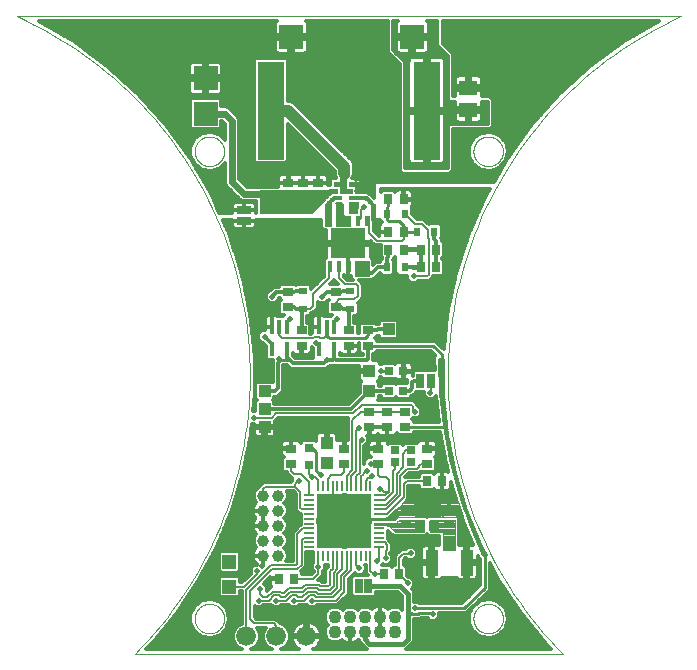
<source format=gtl>
G75*
%MOIN*%
%OFA0B0*%
%FSLAX25Y25*%
%IPPOS*%
%LPD*%
%AMOC8*
5,1,8,0,0,1.08239X$1,22.5*
%
%ADD10C,0.00000*%
%ADD11C,0.00039*%
%ADD12R,0.03543X0.02756*%
%ADD13R,0.05906X0.05118*%
%ADD14R,0.02756X0.03543*%
%ADD15R,0.02362X0.03150*%
%ADD16C,0.00227*%
%ADD17R,0.11811X0.10236*%
%ADD18R,0.09016X0.32520*%
%ADD19R,0.07874X0.07874*%
%ADD20R,0.02953X0.02992*%
%ADD21R,0.03937X0.04331*%
%ADD22C,0.04331*%
%ADD23R,0.01400X0.04600*%
%ADD24R,0.03150X0.02362*%
%ADD25R,0.03937X0.03937*%
%ADD26R,0.04724X0.04724*%
%ADD27R,0.02953X0.02756*%
%ADD28R,0.03346X0.03543*%
%ADD29C,0.03937*%
%ADD30R,0.03465X0.00906*%
%ADD31R,0.18110X0.18110*%
%ADD32R,0.00906X0.03465*%
%ADD33R,0.04134X0.08661*%
%ADD34R,0.03937X0.04134*%
%ADD35C,0.00748*%
%ADD36C,0.00748*%
%ADD37R,0.02500X0.05000*%
%ADD38C,0.06600*%
%ADD39R,0.02756X0.02953*%
%ADD40R,0.05000X0.02500*%
%ADD41C,0.04000*%
%ADD42C,0.00200*%
%ADD43C,0.00600*%
%ADD44C,0.02400*%
%ADD45C,0.01929*%
%ADD46C,0.01200*%
%ADD47C,0.01709*%
%ADD48C,0.00800*%
%ADD49C,0.01000*%
%ADD50C,0.01600*%
%ADD51C,0.00400*%
D10*
X0073943Y0027191D02*
X0216659Y0027191D01*
X0178274Y0119711D02*
X0178317Y0122928D01*
X0178438Y0126143D01*
X0178637Y0129354D01*
X0178915Y0132559D01*
X0179271Y0135756D01*
X0179705Y0138944D01*
X0180216Y0142120D01*
X0180805Y0145283D01*
X0181471Y0148431D01*
X0182214Y0151561D01*
X0183032Y0154672D01*
X0183927Y0157763D01*
X0184896Y0160830D01*
X0185941Y0163873D01*
X0187059Y0166890D01*
X0188250Y0169878D01*
X0189514Y0172837D01*
X0190850Y0175764D01*
X0192257Y0178657D01*
X0193734Y0181515D01*
X0195280Y0184336D01*
X0196895Y0187119D01*
X0198577Y0189861D01*
X0200326Y0192562D01*
X0202140Y0195219D01*
X0204018Y0197831D01*
X0205960Y0200396D01*
X0207964Y0202913D01*
X0210028Y0205381D01*
X0212152Y0207797D01*
X0214334Y0210161D01*
X0216574Y0212471D01*
X0218869Y0214725D01*
X0221219Y0216923D01*
X0223621Y0219063D01*
X0226075Y0221143D01*
X0228579Y0223163D01*
X0231131Y0225121D01*
X0233731Y0227017D01*
X0236376Y0228848D01*
X0239065Y0230615D01*
X0241796Y0232315D01*
X0244568Y0233948D01*
X0247379Y0235512D01*
X0250228Y0237008D01*
X0253112Y0238434D01*
X0256030Y0239789D01*
X0256029Y0239789D02*
X0034572Y0239789D01*
X0112328Y0119710D02*
X0112279Y0116500D01*
X0112151Y0113291D01*
X0111945Y0110087D01*
X0111661Y0106888D01*
X0111299Y0103698D01*
X0110860Y0100517D01*
X0110343Y0097348D01*
X0109749Y0094193D01*
X0109078Y0091053D01*
X0108331Y0087930D01*
X0107508Y0084826D01*
X0106610Y0081743D01*
X0105637Y0078684D01*
X0104589Y0075648D01*
X0103468Y0072639D01*
X0102273Y0069659D01*
X0101007Y0066708D01*
X0099669Y0063789D01*
X0098260Y0060904D01*
X0096781Y0058054D01*
X0095233Y0055241D01*
X0093617Y0052466D01*
X0091934Y0049731D01*
X0090185Y0047039D01*
X0088371Y0044390D01*
X0086492Y0041785D01*
X0084551Y0039228D01*
X0082548Y0036718D01*
X0080484Y0034258D01*
X0078361Y0031849D01*
X0076180Y0029493D01*
X0073942Y0027190D01*
X0112328Y0119711D02*
X0112285Y0122928D01*
X0112164Y0126143D01*
X0111965Y0129354D01*
X0111687Y0132559D01*
X0111331Y0135756D01*
X0110897Y0138944D01*
X0110386Y0142120D01*
X0109797Y0145283D01*
X0109131Y0148431D01*
X0108388Y0151561D01*
X0107570Y0154672D01*
X0106675Y0157763D01*
X0105706Y0160830D01*
X0104661Y0163873D01*
X0103543Y0166890D01*
X0102352Y0169878D01*
X0101088Y0172837D01*
X0099752Y0175764D01*
X0098345Y0178657D01*
X0096868Y0181515D01*
X0095322Y0184336D01*
X0093707Y0187119D01*
X0092025Y0189861D01*
X0090276Y0192562D01*
X0088462Y0195219D01*
X0086584Y0197831D01*
X0084642Y0200396D01*
X0082638Y0202913D01*
X0080574Y0205381D01*
X0078450Y0207797D01*
X0076268Y0210161D01*
X0074028Y0212471D01*
X0071733Y0214725D01*
X0069383Y0216923D01*
X0066981Y0219063D01*
X0064527Y0221143D01*
X0062023Y0223163D01*
X0059471Y0225121D01*
X0056871Y0227017D01*
X0054226Y0228848D01*
X0051537Y0230615D01*
X0048806Y0232315D01*
X0046034Y0233948D01*
X0043223Y0235512D01*
X0040374Y0237008D01*
X0037490Y0238434D01*
X0034572Y0239789D01*
X0178273Y0119710D02*
X0178322Y0116500D01*
X0178450Y0113291D01*
X0178656Y0110087D01*
X0178940Y0106888D01*
X0179302Y0103698D01*
X0179741Y0100517D01*
X0180258Y0097348D01*
X0180852Y0094193D01*
X0181523Y0091053D01*
X0182270Y0087930D01*
X0183093Y0084826D01*
X0183991Y0081743D01*
X0184964Y0078684D01*
X0186012Y0075648D01*
X0187133Y0072639D01*
X0188328Y0069659D01*
X0189594Y0066708D01*
X0190932Y0063789D01*
X0192341Y0060904D01*
X0193820Y0058054D01*
X0195368Y0055241D01*
X0196984Y0052466D01*
X0198667Y0049731D01*
X0200416Y0047039D01*
X0202230Y0044390D01*
X0204109Y0041785D01*
X0206050Y0039228D01*
X0208053Y0036718D01*
X0210117Y0034258D01*
X0212240Y0031849D01*
X0214421Y0029493D01*
X0216659Y0027190D01*
D11*
X0186836Y0039002D02*
X0186838Y0039142D01*
X0186844Y0039282D01*
X0186854Y0039421D01*
X0186868Y0039560D01*
X0186886Y0039699D01*
X0186907Y0039837D01*
X0186933Y0039975D01*
X0186963Y0040112D01*
X0186996Y0040247D01*
X0187034Y0040382D01*
X0187075Y0040516D01*
X0187120Y0040649D01*
X0187168Y0040780D01*
X0187221Y0040909D01*
X0187277Y0041038D01*
X0187336Y0041164D01*
X0187400Y0041289D01*
X0187466Y0041412D01*
X0187537Y0041533D01*
X0187610Y0041652D01*
X0187687Y0041769D01*
X0187768Y0041883D01*
X0187851Y0041995D01*
X0187938Y0042105D01*
X0188028Y0042213D01*
X0188120Y0042317D01*
X0188216Y0042419D01*
X0188315Y0042519D01*
X0188416Y0042615D01*
X0188520Y0042709D01*
X0188627Y0042799D01*
X0188736Y0042886D01*
X0188848Y0042971D01*
X0188962Y0043052D01*
X0189078Y0043130D01*
X0189196Y0043204D01*
X0189317Y0043275D01*
X0189439Y0043343D01*
X0189564Y0043407D01*
X0189690Y0043468D01*
X0189817Y0043525D01*
X0189947Y0043578D01*
X0190078Y0043628D01*
X0190210Y0043673D01*
X0190343Y0043716D01*
X0190478Y0043754D01*
X0190613Y0043788D01*
X0190750Y0043819D01*
X0190887Y0043846D01*
X0191025Y0043868D01*
X0191164Y0043887D01*
X0191303Y0043902D01*
X0191442Y0043913D01*
X0191582Y0043920D01*
X0191722Y0043923D01*
X0191862Y0043922D01*
X0192002Y0043917D01*
X0192141Y0043908D01*
X0192281Y0043895D01*
X0192420Y0043878D01*
X0192558Y0043857D01*
X0192696Y0043833D01*
X0192833Y0043804D01*
X0192969Y0043772D01*
X0193104Y0043735D01*
X0193238Y0043695D01*
X0193371Y0043651D01*
X0193502Y0043603D01*
X0193632Y0043552D01*
X0193761Y0043497D01*
X0193888Y0043438D01*
X0194013Y0043375D01*
X0194136Y0043310D01*
X0194258Y0043240D01*
X0194377Y0043167D01*
X0194495Y0043091D01*
X0194610Y0043012D01*
X0194723Y0042929D01*
X0194833Y0042843D01*
X0194941Y0042754D01*
X0195046Y0042662D01*
X0195149Y0042567D01*
X0195249Y0042469D01*
X0195346Y0042369D01*
X0195440Y0042265D01*
X0195532Y0042159D01*
X0195620Y0042051D01*
X0195705Y0041940D01*
X0195787Y0041826D01*
X0195866Y0041710D01*
X0195941Y0041593D01*
X0196013Y0041473D01*
X0196081Y0041351D01*
X0196146Y0041227D01*
X0196208Y0041101D01*
X0196266Y0040974D01*
X0196320Y0040845D01*
X0196371Y0040714D01*
X0196417Y0040582D01*
X0196460Y0040449D01*
X0196500Y0040315D01*
X0196535Y0040180D01*
X0196567Y0040043D01*
X0196594Y0039906D01*
X0196618Y0039768D01*
X0196638Y0039630D01*
X0196654Y0039491D01*
X0196666Y0039351D01*
X0196674Y0039212D01*
X0196678Y0039072D01*
X0196678Y0038932D01*
X0196674Y0038792D01*
X0196666Y0038653D01*
X0196654Y0038513D01*
X0196638Y0038374D01*
X0196618Y0038236D01*
X0196594Y0038098D01*
X0196567Y0037961D01*
X0196535Y0037824D01*
X0196500Y0037689D01*
X0196460Y0037555D01*
X0196417Y0037422D01*
X0196371Y0037290D01*
X0196320Y0037159D01*
X0196266Y0037030D01*
X0196208Y0036903D01*
X0196146Y0036777D01*
X0196081Y0036653D01*
X0196013Y0036531D01*
X0195941Y0036411D01*
X0195866Y0036294D01*
X0195787Y0036178D01*
X0195705Y0036064D01*
X0195620Y0035953D01*
X0195532Y0035845D01*
X0195440Y0035739D01*
X0195346Y0035635D01*
X0195249Y0035535D01*
X0195149Y0035437D01*
X0195046Y0035342D01*
X0194941Y0035250D01*
X0194833Y0035161D01*
X0194723Y0035075D01*
X0194610Y0034992D01*
X0194495Y0034913D01*
X0194377Y0034837D01*
X0194258Y0034764D01*
X0194136Y0034694D01*
X0194013Y0034629D01*
X0193888Y0034566D01*
X0193761Y0034507D01*
X0193632Y0034452D01*
X0193502Y0034401D01*
X0193371Y0034353D01*
X0193238Y0034309D01*
X0193104Y0034269D01*
X0192969Y0034232D01*
X0192833Y0034200D01*
X0192696Y0034171D01*
X0192558Y0034147D01*
X0192420Y0034126D01*
X0192281Y0034109D01*
X0192141Y0034096D01*
X0192002Y0034087D01*
X0191862Y0034082D01*
X0191722Y0034081D01*
X0191582Y0034084D01*
X0191442Y0034091D01*
X0191303Y0034102D01*
X0191164Y0034117D01*
X0191025Y0034136D01*
X0190887Y0034158D01*
X0190750Y0034185D01*
X0190613Y0034216D01*
X0190478Y0034250D01*
X0190343Y0034288D01*
X0190210Y0034331D01*
X0190078Y0034376D01*
X0189947Y0034426D01*
X0189817Y0034479D01*
X0189690Y0034536D01*
X0189564Y0034597D01*
X0189439Y0034661D01*
X0189317Y0034729D01*
X0189196Y0034800D01*
X0189078Y0034874D01*
X0188962Y0034952D01*
X0188848Y0035033D01*
X0188736Y0035118D01*
X0188627Y0035205D01*
X0188520Y0035295D01*
X0188416Y0035389D01*
X0188315Y0035485D01*
X0188216Y0035585D01*
X0188120Y0035687D01*
X0188028Y0035791D01*
X0187938Y0035899D01*
X0187851Y0036009D01*
X0187768Y0036121D01*
X0187687Y0036235D01*
X0187610Y0036352D01*
X0187537Y0036471D01*
X0187466Y0036592D01*
X0187400Y0036715D01*
X0187336Y0036840D01*
X0187277Y0036966D01*
X0187221Y0037095D01*
X0187168Y0037224D01*
X0187120Y0037355D01*
X0187075Y0037488D01*
X0187034Y0037622D01*
X0186996Y0037757D01*
X0186963Y0037892D01*
X0186933Y0038029D01*
X0186907Y0038167D01*
X0186886Y0038305D01*
X0186868Y0038444D01*
X0186854Y0038583D01*
X0186844Y0038722D01*
X0186838Y0038862D01*
X0186836Y0039002D01*
X0093923Y0039002D02*
X0093925Y0039142D01*
X0093931Y0039282D01*
X0093941Y0039421D01*
X0093955Y0039560D01*
X0093973Y0039699D01*
X0093994Y0039837D01*
X0094020Y0039975D01*
X0094050Y0040112D01*
X0094083Y0040247D01*
X0094121Y0040382D01*
X0094162Y0040516D01*
X0094207Y0040649D01*
X0094255Y0040780D01*
X0094308Y0040909D01*
X0094364Y0041038D01*
X0094423Y0041164D01*
X0094487Y0041289D01*
X0094553Y0041412D01*
X0094624Y0041533D01*
X0094697Y0041652D01*
X0094774Y0041769D01*
X0094855Y0041883D01*
X0094938Y0041995D01*
X0095025Y0042105D01*
X0095115Y0042213D01*
X0095207Y0042317D01*
X0095303Y0042419D01*
X0095402Y0042519D01*
X0095503Y0042615D01*
X0095607Y0042709D01*
X0095714Y0042799D01*
X0095823Y0042886D01*
X0095935Y0042971D01*
X0096049Y0043052D01*
X0096165Y0043130D01*
X0096283Y0043204D01*
X0096404Y0043275D01*
X0096526Y0043343D01*
X0096651Y0043407D01*
X0096777Y0043468D01*
X0096904Y0043525D01*
X0097034Y0043578D01*
X0097165Y0043628D01*
X0097297Y0043673D01*
X0097430Y0043716D01*
X0097565Y0043754D01*
X0097700Y0043788D01*
X0097837Y0043819D01*
X0097974Y0043846D01*
X0098112Y0043868D01*
X0098251Y0043887D01*
X0098390Y0043902D01*
X0098529Y0043913D01*
X0098669Y0043920D01*
X0098809Y0043923D01*
X0098949Y0043922D01*
X0099089Y0043917D01*
X0099228Y0043908D01*
X0099368Y0043895D01*
X0099507Y0043878D01*
X0099645Y0043857D01*
X0099783Y0043833D01*
X0099920Y0043804D01*
X0100056Y0043772D01*
X0100191Y0043735D01*
X0100325Y0043695D01*
X0100458Y0043651D01*
X0100589Y0043603D01*
X0100719Y0043552D01*
X0100848Y0043497D01*
X0100975Y0043438D01*
X0101100Y0043375D01*
X0101223Y0043310D01*
X0101345Y0043240D01*
X0101464Y0043167D01*
X0101582Y0043091D01*
X0101697Y0043012D01*
X0101810Y0042929D01*
X0101920Y0042843D01*
X0102028Y0042754D01*
X0102133Y0042662D01*
X0102236Y0042567D01*
X0102336Y0042469D01*
X0102433Y0042369D01*
X0102527Y0042265D01*
X0102619Y0042159D01*
X0102707Y0042051D01*
X0102792Y0041940D01*
X0102874Y0041826D01*
X0102953Y0041710D01*
X0103028Y0041593D01*
X0103100Y0041473D01*
X0103168Y0041351D01*
X0103233Y0041227D01*
X0103295Y0041101D01*
X0103353Y0040974D01*
X0103407Y0040845D01*
X0103458Y0040714D01*
X0103504Y0040582D01*
X0103547Y0040449D01*
X0103587Y0040315D01*
X0103622Y0040180D01*
X0103654Y0040043D01*
X0103681Y0039906D01*
X0103705Y0039768D01*
X0103725Y0039630D01*
X0103741Y0039491D01*
X0103753Y0039351D01*
X0103761Y0039212D01*
X0103765Y0039072D01*
X0103765Y0038932D01*
X0103761Y0038792D01*
X0103753Y0038653D01*
X0103741Y0038513D01*
X0103725Y0038374D01*
X0103705Y0038236D01*
X0103681Y0038098D01*
X0103654Y0037961D01*
X0103622Y0037824D01*
X0103587Y0037689D01*
X0103547Y0037555D01*
X0103504Y0037422D01*
X0103458Y0037290D01*
X0103407Y0037159D01*
X0103353Y0037030D01*
X0103295Y0036903D01*
X0103233Y0036777D01*
X0103168Y0036653D01*
X0103100Y0036531D01*
X0103028Y0036411D01*
X0102953Y0036294D01*
X0102874Y0036178D01*
X0102792Y0036064D01*
X0102707Y0035953D01*
X0102619Y0035845D01*
X0102527Y0035739D01*
X0102433Y0035635D01*
X0102336Y0035535D01*
X0102236Y0035437D01*
X0102133Y0035342D01*
X0102028Y0035250D01*
X0101920Y0035161D01*
X0101810Y0035075D01*
X0101697Y0034992D01*
X0101582Y0034913D01*
X0101464Y0034837D01*
X0101345Y0034764D01*
X0101223Y0034694D01*
X0101100Y0034629D01*
X0100975Y0034566D01*
X0100848Y0034507D01*
X0100719Y0034452D01*
X0100589Y0034401D01*
X0100458Y0034353D01*
X0100325Y0034309D01*
X0100191Y0034269D01*
X0100056Y0034232D01*
X0099920Y0034200D01*
X0099783Y0034171D01*
X0099645Y0034147D01*
X0099507Y0034126D01*
X0099368Y0034109D01*
X0099228Y0034096D01*
X0099089Y0034087D01*
X0098949Y0034082D01*
X0098809Y0034081D01*
X0098669Y0034084D01*
X0098529Y0034091D01*
X0098390Y0034102D01*
X0098251Y0034117D01*
X0098112Y0034136D01*
X0097974Y0034158D01*
X0097837Y0034185D01*
X0097700Y0034216D01*
X0097565Y0034250D01*
X0097430Y0034288D01*
X0097297Y0034331D01*
X0097165Y0034376D01*
X0097034Y0034426D01*
X0096904Y0034479D01*
X0096777Y0034536D01*
X0096651Y0034597D01*
X0096526Y0034661D01*
X0096404Y0034729D01*
X0096283Y0034800D01*
X0096165Y0034874D01*
X0096049Y0034952D01*
X0095935Y0035033D01*
X0095823Y0035118D01*
X0095714Y0035205D01*
X0095607Y0035295D01*
X0095503Y0035389D01*
X0095402Y0035485D01*
X0095303Y0035585D01*
X0095207Y0035687D01*
X0095115Y0035791D01*
X0095025Y0035899D01*
X0094938Y0036009D01*
X0094855Y0036121D01*
X0094774Y0036235D01*
X0094697Y0036352D01*
X0094624Y0036471D01*
X0094553Y0036592D01*
X0094487Y0036715D01*
X0094423Y0036840D01*
X0094364Y0036966D01*
X0094308Y0037095D01*
X0094255Y0037224D01*
X0094207Y0037355D01*
X0094162Y0037488D01*
X0094121Y0037622D01*
X0094083Y0037757D01*
X0094050Y0037892D01*
X0094020Y0038029D01*
X0093994Y0038167D01*
X0093973Y0038305D01*
X0093955Y0038444D01*
X0093941Y0038583D01*
X0093931Y0038722D01*
X0093925Y0038862D01*
X0093923Y0039002D01*
X0093923Y0194750D02*
X0093925Y0194890D01*
X0093931Y0195030D01*
X0093941Y0195169D01*
X0093955Y0195308D01*
X0093973Y0195447D01*
X0093994Y0195585D01*
X0094020Y0195723D01*
X0094050Y0195860D01*
X0094083Y0195995D01*
X0094121Y0196130D01*
X0094162Y0196264D01*
X0094207Y0196397D01*
X0094255Y0196528D01*
X0094308Y0196657D01*
X0094364Y0196786D01*
X0094423Y0196912D01*
X0094487Y0197037D01*
X0094553Y0197160D01*
X0094624Y0197281D01*
X0094697Y0197400D01*
X0094774Y0197517D01*
X0094855Y0197631D01*
X0094938Y0197743D01*
X0095025Y0197853D01*
X0095115Y0197961D01*
X0095207Y0198065D01*
X0095303Y0198167D01*
X0095402Y0198267D01*
X0095503Y0198363D01*
X0095607Y0198457D01*
X0095714Y0198547D01*
X0095823Y0198634D01*
X0095935Y0198719D01*
X0096049Y0198800D01*
X0096165Y0198878D01*
X0096283Y0198952D01*
X0096404Y0199023D01*
X0096526Y0199091D01*
X0096651Y0199155D01*
X0096777Y0199216D01*
X0096904Y0199273D01*
X0097034Y0199326D01*
X0097165Y0199376D01*
X0097297Y0199421D01*
X0097430Y0199464D01*
X0097565Y0199502D01*
X0097700Y0199536D01*
X0097837Y0199567D01*
X0097974Y0199594D01*
X0098112Y0199616D01*
X0098251Y0199635D01*
X0098390Y0199650D01*
X0098529Y0199661D01*
X0098669Y0199668D01*
X0098809Y0199671D01*
X0098949Y0199670D01*
X0099089Y0199665D01*
X0099228Y0199656D01*
X0099368Y0199643D01*
X0099507Y0199626D01*
X0099645Y0199605D01*
X0099783Y0199581D01*
X0099920Y0199552D01*
X0100056Y0199520D01*
X0100191Y0199483D01*
X0100325Y0199443D01*
X0100458Y0199399D01*
X0100589Y0199351D01*
X0100719Y0199300D01*
X0100848Y0199245D01*
X0100975Y0199186D01*
X0101100Y0199123D01*
X0101223Y0199058D01*
X0101345Y0198988D01*
X0101464Y0198915D01*
X0101582Y0198839D01*
X0101697Y0198760D01*
X0101810Y0198677D01*
X0101920Y0198591D01*
X0102028Y0198502D01*
X0102133Y0198410D01*
X0102236Y0198315D01*
X0102336Y0198217D01*
X0102433Y0198117D01*
X0102527Y0198013D01*
X0102619Y0197907D01*
X0102707Y0197799D01*
X0102792Y0197688D01*
X0102874Y0197574D01*
X0102953Y0197458D01*
X0103028Y0197341D01*
X0103100Y0197221D01*
X0103168Y0197099D01*
X0103233Y0196975D01*
X0103295Y0196849D01*
X0103353Y0196722D01*
X0103407Y0196593D01*
X0103458Y0196462D01*
X0103504Y0196330D01*
X0103547Y0196197D01*
X0103587Y0196063D01*
X0103622Y0195928D01*
X0103654Y0195791D01*
X0103681Y0195654D01*
X0103705Y0195516D01*
X0103725Y0195378D01*
X0103741Y0195239D01*
X0103753Y0195099D01*
X0103761Y0194960D01*
X0103765Y0194820D01*
X0103765Y0194680D01*
X0103761Y0194540D01*
X0103753Y0194401D01*
X0103741Y0194261D01*
X0103725Y0194122D01*
X0103705Y0193984D01*
X0103681Y0193846D01*
X0103654Y0193709D01*
X0103622Y0193572D01*
X0103587Y0193437D01*
X0103547Y0193303D01*
X0103504Y0193170D01*
X0103458Y0193038D01*
X0103407Y0192907D01*
X0103353Y0192778D01*
X0103295Y0192651D01*
X0103233Y0192525D01*
X0103168Y0192401D01*
X0103100Y0192279D01*
X0103028Y0192159D01*
X0102953Y0192042D01*
X0102874Y0191926D01*
X0102792Y0191812D01*
X0102707Y0191701D01*
X0102619Y0191593D01*
X0102527Y0191487D01*
X0102433Y0191383D01*
X0102336Y0191283D01*
X0102236Y0191185D01*
X0102133Y0191090D01*
X0102028Y0190998D01*
X0101920Y0190909D01*
X0101810Y0190823D01*
X0101697Y0190740D01*
X0101582Y0190661D01*
X0101464Y0190585D01*
X0101345Y0190512D01*
X0101223Y0190442D01*
X0101100Y0190377D01*
X0100975Y0190314D01*
X0100848Y0190255D01*
X0100719Y0190200D01*
X0100589Y0190149D01*
X0100458Y0190101D01*
X0100325Y0190057D01*
X0100191Y0190017D01*
X0100056Y0189980D01*
X0099920Y0189948D01*
X0099783Y0189919D01*
X0099645Y0189895D01*
X0099507Y0189874D01*
X0099368Y0189857D01*
X0099228Y0189844D01*
X0099089Y0189835D01*
X0098949Y0189830D01*
X0098809Y0189829D01*
X0098669Y0189832D01*
X0098529Y0189839D01*
X0098390Y0189850D01*
X0098251Y0189865D01*
X0098112Y0189884D01*
X0097974Y0189906D01*
X0097837Y0189933D01*
X0097700Y0189964D01*
X0097565Y0189998D01*
X0097430Y0190036D01*
X0097297Y0190079D01*
X0097165Y0190124D01*
X0097034Y0190174D01*
X0096904Y0190227D01*
X0096777Y0190284D01*
X0096651Y0190345D01*
X0096526Y0190409D01*
X0096404Y0190477D01*
X0096283Y0190548D01*
X0096165Y0190622D01*
X0096049Y0190700D01*
X0095935Y0190781D01*
X0095823Y0190866D01*
X0095714Y0190953D01*
X0095607Y0191043D01*
X0095503Y0191137D01*
X0095402Y0191233D01*
X0095303Y0191333D01*
X0095207Y0191435D01*
X0095115Y0191539D01*
X0095025Y0191647D01*
X0094938Y0191757D01*
X0094855Y0191869D01*
X0094774Y0191983D01*
X0094697Y0192100D01*
X0094624Y0192219D01*
X0094553Y0192340D01*
X0094487Y0192463D01*
X0094423Y0192588D01*
X0094364Y0192714D01*
X0094308Y0192843D01*
X0094255Y0192972D01*
X0094207Y0193103D01*
X0094162Y0193236D01*
X0094121Y0193370D01*
X0094083Y0193505D01*
X0094050Y0193640D01*
X0094020Y0193777D01*
X0093994Y0193915D01*
X0093973Y0194053D01*
X0093955Y0194192D01*
X0093941Y0194331D01*
X0093931Y0194470D01*
X0093925Y0194610D01*
X0093923Y0194750D01*
X0186836Y0194750D02*
X0186838Y0194890D01*
X0186844Y0195030D01*
X0186854Y0195169D01*
X0186868Y0195308D01*
X0186886Y0195447D01*
X0186907Y0195585D01*
X0186933Y0195723D01*
X0186963Y0195860D01*
X0186996Y0195995D01*
X0187034Y0196130D01*
X0187075Y0196264D01*
X0187120Y0196397D01*
X0187168Y0196528D01*
X0187221Y0196657D01*
X0187277Y0196786D01*
X0187336Y0196912D01*
X0187400Y0197037D01*
X0187466Y0197160D01*
X0187537Y0197281D01*
X0187610Y0197400D01*
X0187687Y0197517D01*
X0187768Y0197631D01*
X0187851Y0197743D01*
X0187938Y0197853D01*
X0188028Y0197961D01*
X0188120Y0198065D01*
X0188216Y0198167D01*
X0188315Y0198267D01*
X0188416Y0198363D01*
X0188520Y0198457D01*
X0188627Y0198547D01*
X0188736Y0198634D01*
X0188848Y0198719D01*
X0188962Y0198800D01*
X0189078Y0198878D01*
X0189196Y0198952D01*
X0189317Y0199023D01*
X0189439Y0199091D01*
X0189564Y0199155D01*
X0189690Y0199216D01*
X0189817Y0199273D01*
X0189947Y0199326D01*
X0190078Y0199376D01*
X0190210Y0199421D01*
X0190343Y0199464D01*
X0190478Y0199502D01*
X0190613Y0199536D01*
X0190750Y0199567D01*
X0190887Y0199594D01*
X0191025Y0199616D01*
X0191164Y0199635D01*
X0191303Y0199650D01*
X0191442Y0199661D01*
X0191582Y0199668D01*
X0191722Y0199671D01*
X0191862Y0199670D01*
X0192002Y0199665D01*
X0192141Y0199656D01*
X0192281Y0199643D01*
X0192420Y0199626D01*
X0192558Y0199605D01*
X0192696Y0199581D01*
X0192833Y0199552D01*
X0192969Y0199520D01*
X0193104Y0199483D01*
X0193238Y0199443D01*
X0193371Y0199399D01*
X0193502Y0199351D01*
X0193632Y0199300D01*
X0193761Y0199245D01*
X0193888Y0199186D01*
X0194013Y0199123D01*
X0194136Y0199058D01*
X0194258Y0198988D01*
X0194377Y0198915D01*
X0194495Y0198839D01*
X0194610Y0198760D01*
X0194723Y0198677D01*
X0194833Y0198591D01*
X0194941Y0198502D01*
X0195046Y0198410D01*
X0195149Y0198315D01*
X0195249Y0198217D01*
X0195346Y0198117D01*
X0195440Y0198013D01*
X0195532Y0197907D01*
X0195620Y0197799D01*
X0195705Y0197688D01*
X0195787Y0197574D01*
X0195866Y0197458D01*
X0195941Y0197341D01*
X0196013Y0197221D01*
X0196081Y0197099D01*
X0196146Y0196975D01*
X0196208Y0196849D01*
X0196266Y0196722D01*
X0196320Y0196593D01*
X0196371Y0196462D01*
X0196417Y0196330D01*
X0196460Y0196197D01*
X0196500Y0196063D01*
X0196535Y0195928D01*
X0196567Y0195791D01*
X0196594Y0195654D01*
X0196618Y0195516D01*
X0196638Y0195378D01*
X0196654Y0195239D01*
X0196666Y0195099D01*
X0196674Y0194960D01*
X0196678Y0194820D01*
X0196678Y0194680D01*
X0196674Y0194540D01*
X0196666Y0194401D01*
X0196654Y0194261D01*
X0196638Y0194122D01*
X0196618Y0193984D01*
X0196594Y0193846D01*
X0196567Y0193709D01*
X0196535Y0193572D01*
X0196500Y0193437D01*
X0196460Y0193303D01*
X0196417Y0193170D01*
X0196371Y0193038D01*
X0196320Y0192907D01*
X0196266Y0192778D01*
X0196208Y0192651D01*
X0196146Y0192525D01*
X0196081Y0192401D01*
X0196013Y0192279D01*
X0195941Y0192159D01*
X0195866Y0192042D01*
X0195787Y0191926D01*
X0195705Y0191812D01*
X0195620Y0191701D01*
X0195532Y0191593D01*
X0195440Y0191487D01*
X0195346Y0191383D01*
X0195249Y0191283D01*
X0195149Y0191185D01*
X0195046Y0191090D01*
X0194941Y0190998D01*
X0194833Y0190909D01*
X0194723Y0190823D01*
X0194610Y0190740D01*
X0194495Y0190661D01*
X0194377Y0190585D01*
X0194258Y0190512D01*
X0194136Y0190442D01*
X0194013Y0190377D01*
X0193888Y0190314D01*
X0193761Y0190255D01*
X0193632Y0190200D01*
X0193502Y0190149D01*
X0193371Y0190101D01*
X0193238Y0190057D01*
X0193104Y0190017D01*
X0192969Y0189980D01*
X0192833Y0189948D01*
X0192696Y0189919D01*
X0192558Y0189895D01*
X0192420Y0189874D01*
X0192281Y0189857D01*
X0192141Y0189844D01*
X0192002Y0189835D01*
X0191862Y0189830D01*
X0191722Y0189829D01*
X0191582Y0189832D01*
X0191442Y0189839D01*
X0191303Y0189850D01*
X0191164Y0189865D01*
X0191025Y0189884D01*
X0190887Y0189906D01*
X0190750Y0189933D01*
X0190613Y0189964D01*
X0190478Y0189998D01*
X0190343Y0190036D01*
X0190210Y0190079D01*
X0190078Y0190124D01*
X0189947Y0190174D01*
X0189817Y0190227D01*
X0189690Y0190284D01*
X0189564Y0190345D01*
X0189439Y0190409D01*
X0189317Y0190477D01*
X0189196Y0190548D01*
X0189078Y0190622D01*
X0188962Y0190700D01*
X0188848Y0190781D01*
X0188736Y0190866D01*
X0188627Y0190953D01*
X0188520Y0191043D01*
X0188416Y0191137D01*
X0188315Y0191233D01*
X0188216Y0191333D01*
X0188120Y0191435D01*
X0188028Y0191539D01*
X0187938Y0191647D01*
X0187851Y0191757D01*
X0187768Y0191869D01*
X0187687Y0191983D01*
X0187610Y0192100D01*
X0187537Y0192219D01*
X0187466Y0192340D01*
X0187400Y0192463D01*
X0187336Y0192588D01*
X0187277Y0192714D01*
X0187221Y0192843D01*
X0187168Y0192972D01*
X0187120Y0193103D01*
X0187075Y0193236D01*
X0187034Y0193370D01*
X0186996Y0193505D01*
X0186963Y0193640D01*
X0186933Y0193777D01*
X0186907Y0193915D01*
X0186886Y0194053D01*
X0186868Y0194192D01*
X0186854Y0194331D01*
X0186844Y0194470D01*
X0186838Y0194610D01*
X0186836Y0194750D01*
D12*
X0134966Y0184277D03*
X0130045Y0184277D03*
X0125124Y0184277D03*
X0125124Y0179159D03*
X0130045Y0179159D03*
X0134966Y0179159D03*
X0140872Y0147860D03*
X0140872Y0142742D03*
X0145301Y0135065D03*
X0145301Y0129946D03*
X0151698Y0129946D03*
X0151698Y0135065D03*
X0129553Y0135065D03*
X0129553Y0129946D03*
X0125124Y0142742D03*
X0125124Y0147860D03*
X0152191Y0107998D03*
X0158096Y0107998D03*
X0158096Y0102880D03*
X0152191Y0102880D03*
X0155143Y0095694D03*
X0155143Y0090576D03*
X0143824Y0090576D03*
X0143824Y0095694D03*
X0126108Y0095694D03*
X0126108Y0090576D03*
X0164002Y0102880D03*
X0164002Y0107998D03*
X0171383Y0095694D03*
X0171383Y0090576D03*
X0164494Y0075517D03*
X0164494Y0070399D03*
X0178765Y0070399D03*
X0178765Y0075517D03*
D13*
X0185163Y0208490D03*
X0185163Y0215970D03*
D14*
X0163608Y0178765D03*
X0158490Y0178765D03*
X0158490Y0167939D03*
X0163608Y0167939D03*
X0163608Y0162033D03*
X0158490Y0162033D03*
X0169317Y0162033D03*
X0174435Y0162033D03*
X0174435Y0156128D03*
X0169317Y0156128D03*
X0171285Y0084769D03*
X0176403Y0084769D03*
X0162131Y0053765D03*
X0157013Y0053765D03*
X0127191Y0052289D03*
X0122072Y0052289D03*
D15*
X0158096Y0156128D03*
X0164002Y0156128D03*
X0167939Y0167939D03*
X0173844Y0167939D03*
X0164002Y0173844D03*
X0158096Y0173844D03*
D16*
X0150866Y0173278D02*
X0150866Y0170118D01*
X0150866Y0173278D02*
X0151900Y0173278D01*
X0151900Y0170118D01*
X0150866Y0170118D01*
X0150866Y0170334D02*
X0151900Y0170334D01*
X0151900Y0170550D02*
X0150866Y0170550D01*
X0150866Y0170766D02*
X0151900Y0170766D01*
X0151900Y0170982D02*
X0150866Y0170982D01*
X0150866Y0171198D02*
X0151900Y0171198D01*
X0151900Y0171414D02*
X0150866Y0171414D01*
X0150866Y0171630D02*
X0151900Y0171630D01*
X0151900Y0171846D02*
X0150866Y0171846D01*
X0150866Y0172062D02*
X0151900Y0172062D01*
X0151900Y0172278D02*
X0150866Y0172278D01*
X0150866Y0172494D02*
X0151900Y0172494D01*
X0151900Y0172710D02*
X0150866Y0172710D01*
X0150866Y0172926D02*
X0151900Y0172926D01*
X0151900Y0173142D02*
X0150866Y0173142D01*
X0147717Y0173278D02*
X0147717Y0170118D01*
X0147717Y0173278D02*
X0148751Y0173278D01*
X0148751Y0170118D01*
X0147717Y0170118D01*
X0147717Y0170334D02*
X0148751Y0170334D01*
X0148751Y0170550D02*
X0147717Y0170550D01*
X0147717Y0170766D02*
X0148751Y0170766D01*
X0148751Y0170982D02*
X0147717Y0170982D01*
X0147717Y0171198D02*
X0148751Y0171198D01*
X0148751Y0171414D02*
X0147717Y0171414D01*
X0147717Y0171630D02*
X0148751Y0171630D01*
X0148751Y0171846D02*
X0147717Y0171846D01*
X0147717Y0172062D02*
X0148751Y0172062D01*
X0148751Y0172278D02*
X0147717Y0172278D01*
X0147717Y0172494D02*
X0148751Y0172494D01*
X0148751Y0172710D02*
X0147717Y0172710D01*
X0147717Y0172926D02*
X0148751Y0172926D01*
X0148751Y0173142D02*
X0147717Y0173142D01*
X0144567Y0173278D02*
X0144567Y0170118D01*
X0144567Y0173278D02*
X0145601Y0173278D01*
X0145601Y0170118D01*
X0144567Y0170118D01*
X0144567Y0170334D02*
X0145601Y0170334D01*
X0145601Y0170550D02*
X0144567Y0170550D01*
X0144567Y0170766D02*
X0145601Y0170766D01*
X0145601Y0170982D02*
X0144567Y0170982D01*
X0144567Y0171198D02*
X0145601Y0171198D01*
X0145601Y0171414D02*
X0144567Y0171414D01*
X0144567Y0171630D02*
X0145601Y0171630D01*
X0145601Y0171846D02*
X0144567Y0171846D01*
X0144567Y0172062D02*
X0145601Y0172062D01*
X0145601Y0172278D02*
X0144567Y0172278D01*
X0144567Y0172494D02*
X0145601Y0172494D01*
X0145601Y0172710D02*
X0144567Y0172710D01*
X0144567Y0172926D02*
X0145601Y0172926D01*
X0145601Y0173142D02*
X0144567Y0173142D01*
X0141418Y0173278D02*
X0141418Y0170118D01*
X0141418Y0173278D02*
X0142452Y0173278D01*
X0142452Y0170118D01*
X0141418Y0170118D01*
X0141418Y0170334D02*
X0142452Y0170334D01*
X0142452Y0170550D02*
X0141418Y0170550D01*
X0141418Y0170766D02*
X0142452Y0170766D01*
X0142452Y0170982D02*
X0141418Y0170982D01*
X0141418Y0171198D02*
X0142452Y0171198D01*
X0142452Y0171414D02*
X0141418Y0171414D01*
X0141418Y0171630D02*
X0142452Y0171630D01*
X0142452Y0171846D02*
X0141418Y0171846D01*
X0141418Y0172062D02*
X0142452Y0172062D01*
X0142452Y0172278D02*
X0141418Y0172278D01*
X0141418Y0172494D02*
X0142452Y0172494D01*
X0142452Y0172710D02*
X0141418Y0172710D01*
X0141418Y0172926D02*
X0142452Y0172926D01*
X0142452Y0173142D02*
X0141418Y0173142D01*
X0138268Y0173278D02*
X0138268Y0170118D01*
X0138268Y0173278D02*
X0139302Y0173278D01*
X0139302Y0170118D01*
X0138268Y0170118D01*
X0138268Y0170334D02*
X0139302Y0170334D01*
X0139302Y0170550D02*
X0138268Y0170550D01*
X0138268Y0170766D02*
X0139302Y0170766D01*
X0139302Y0170982D02*
X0138268Y0170982D01*
X0138268Y0171198D02*
X0139302Y0171198D01*
X0139302Y0171414D02*
X0138268Y0171414D01*
X0138268Y0171630D02*
X0139302Y0171630D01*
X0139302Y0171846D02*
X0138268Y0171846D01*
X0138268Y0172062D02*
X0139302Y0172062D01*
X0139302Y0172278D02*
X0138268Y0172278D01*
X0138268Y0172494D02*
X0139302Y0172494D01*
X0139302Y0172710D02*
X0138268Y0172710D01*
X0138268Y0172926D02*
X0139302Y0172926D01*
X0139302Y0173142D02*
X0138268Y0173142D01*
X0139302Y0158042D02*
X0139302Y0154882D01*
X0138268Y0154882D01*
X0138268Y0158042D01*
X0139302Y0158042D01*
X0139302Y0155098D02*
X0138268Y0155098D01*
X0138268Y0155314D02*
X0139302Y0155314D01*
X0139302Y0155530D02*
X0138268Y0155530D01*
X0138268Y0155746D02*
X0139302Y0155746D01*
X0139302Y0155962D02*
X0138268Y0155962D01*
X0138268Y0156178D02*
X0139302Y0156178D01*
X0139302Y0156394D02*
X0138268Y0156394D01*
X0138268Y0156610D02*
X0139302Y0156610D01*
X0139302Y0156826D02*
X0138268Y0156826D01*
X0138268Y0157042D02*
X0139302Y0157042D01*
X0139302Y0157258D02*
X0138268Y0157258D01*
X0138268Y0157474D02*
X0139302Y0157474D01*
X0139302Y0157690D02*
X0138268Y0157690D01*
X0138268Y0157906D02*
X0139302Y0157906D01*
X0142452Y0158042D02*
X0142452Y0154882D01*
X0141418Y0154882D01*
X0141418Y0158042D01*
X0142452Y0158042D01*
X0142452Y0155098D02*
X0141418Y0155098D01*
X0141418Y0155314D02*
X0142452Y0155314D01*
X0142452Y0155530D02*
X0141418Y0155530D01*
X0141418Y0155746D02*
X0142452Y0155746D01*
X0142452Y0155962D02*
X0141418Y0155962D01*
X0141418Y0156178D02*
X0142452Y0156178D01*
X0142452Y0156394D02*
X0141418Y0156394D01*
X0141418Y0156610D02*
X0142452Y0156610D01*
X0142452Y0156826D02*
X0141418Y0156826D01*
X0141418Y0157042D02*
X0142452Y0157042D01*
X0142452Y0157258D02*
X0141418Y0157258D01*
X0141418Y0157474D02*
X0142452Y0157474D01*
X0142452Y0157690D02*
X0141418Y0157690D01*
X0141418Y0157906D02*
X0142452Y0157906D01*
X0145601Y0158042D02*
X0145601Y0154882D01*
X0144567Y0154882D01*
X0144567Y0158042D01*
X0145601Y0158042D01*
X0145601Y0155098D02*
X0144567Y0155098D01*
X0144567Y0155314D02*
X0145601Y0155314D01*
X0145601Y0155530D02*
X0144567Y0155530D01*
X0144567Y0155746D02*
X0145601Y0155746D01*
X0145601Y0155962D02*
X0144567Y0155962D01*
X0144567Y0156178D02*
X0145601Y0156178D01*
X0145601Y0156394D02*
X0144567Y0156394D01*
X0144567Y0156610D02*
X0145601Y0156610D01*
X0145601Y0156826D02*
X0144567Y0156826D01*
X0144567Y0157042D02*
X0145601Y0157042D01*
X0145601Y0157258D02*
X0144567Y0157258D01*
X0144567Y0157474D02*
X0145601Y0157474D01*
X0145601Y0157690D02*
X0144567Y0157690D01*
X0144567Y0157906D02*
X0145601Y0157906D01*
X0148751Y0158042D02*
X0148751Y0154882D01*
X0147717Y0154882D01*
X0147717Y0158042D01*
X0148751Y0158042D01*
X0148751Y0155098D02*
X0147717Y0155098D01*
X0147717Y0155314D02*
X0148751Y0155314D01*
X0148751Y0155530D02*
X0147717Y0155530D01*
X0147717Y0155746D02*
X0148751Y0155746D01*
X0148751Y0155962D02*
X0147717Y0155962D01*
X0147717Y0156178D02*
X0148751Y0156178D01*
X0148751Y0156394D02*
X0147717Y0156394D01*
X0147717Y0156610D02*
X0148751Y0156610D01*
X0148751Y0156826D02*
X0147717Y0156826D01*
X0147717Y0157042D02*
X0148751Y0157042D01*
X0148751Y0157258D02*
X0147717Y0157258D01*
X0147717Y0157474D02*
X0148751Y0157474D01*
X0148751Y0157690D02*
X0147717Y0157690D01*
X0147717Y0157906D02*
X0148751Y0157906D01*
X0151900Y0158042D02*
X0151900Y0154882D01*
X0150866Y0154882D01*
X0150866Y0158042D01*
X0151900Y0158042D01*
X0151900Y0155098D02*
X0150866Y0155098D01*
X0150866Y0155314D02*
X0151900Y0155314D01*
X0151900Y0155530D02*
X0150866Y0155530D01*
X0150866Y0155746D02*
X0151900Y0155746D01*
X0151900Y0155962D02*
X0150866Y0155962D01*
X0150866Y0156178D02*
X0151900Y0156178D01*
X0151900Y0156394D02*
X0150866Y0156394D01*
X0150866Y0156610D02*
X0151900Y0156610D01*
X0151900Y0156826D02*
X0150866Y0156826D01*
X0150866Y0157042D02*
X0151900Y0157042D01*
X0151900Y0157258D02*
X0150866Y0157258D01*
X0150866Y0157474D02*
X0151900Y0157474D01*
X0151900Y0157690D02*
X0150866Y0157690D01*
X0150866Y0157906D02*
X0151900Y0157906D01*
D17*
X0145084Y0164080D03*
D18*
X0119297Y0208293D03*
X0171305Y0208293D03*
D19*
X0166462Y0232899D03*
X0126108Y0232899D03*
X0097565Y0219120D03*
X0097565Y0207309D03*
D20*
X0158588Y0121482D03*
X0163509Y0121482D03*
X0163509Y0114986D03*
X0158588Y0114986D03*
D21*
X0152191Y0114887D03*
X0152191Y0121580D03*
X0137919Y0097466D03*
X0137919Y0090773D03*
D22*
X0140714Y0039533D03*
X0140714Y0034533D03*
X0145714Y0034533D03*
X0150714Y0034533D03*
X0150714Y0039533D03*
X0145714Y0039533D03*
X0155714Y0039533D03*
X0160714Y0039533D03*
X0160714Y0034533D03*
X0155714Y0034533D03*
D23*
X0140519Y0128706D03*
X0135319Y0128706D03*
X0135319Y0136306D03*
X0137919Y0136306D03*
X0140519Y0136306D03*
X0124771Y0136306D03*
X0122171Y0136306D03*
X0119571Y0136306D03*
X0119571Y0128706D03*
X0124771Y0128706D03*
D24*
X0130045Y0142348D03*
X0130045Y0148254D03*
X0145793Y0148254D03*
X0145793Y0142348D03*
D25*
X0158588Y0135458D03*
X0117250Y0114789D03*
X0117250Y0108883D03*
X0117250Y0102978D03*
D26*
X0105439Y0057899D03*
X0105439Y0049631D03*
D27*
X0160852Y0091167D03*
X0160852Y0095104D03*
X0166167Y0095104D03*
X0166167Y0091167D03*
D28*
X0169100Y0070006D03*
X0173667Y0070006D03*
D29*
X0121718Y0070006D03*
X0121718Y0075006D03*
X0121718Y0080006D03*
X0116718Y0080006D03*
X0116718Y0075006D03*
X0116718Y0070006D03*
X0116718Y0065006D03*
X0121718Y0065006D03*
X0121718Y0060006D03*
X0116718Y0060006D03*
D30*
X0132171Y0062820D03*
X0132171Y0064395D03*
X0132171Y0065970D03*
X0132171Y0067545D03*
X0132171Y0069120D03*
X0132171Y0070694D03*
X0132171Y0072269D03*
X0132171Y0073844D03*
X0132171Y0075419D03*
X0132171Y0076994D03*
X0132171Y0078569D03*
X0132171Y0080143D03*
X0155478Y0080143D03*
X0155478Y0078569D03*
X0155478Y0076994D03*
X0155478Y0075419D03*
X0155478Y0073844D03*
X0155478Y0072269D03*
X0155478Y0070694D03*
X0155478Y0069120D03*
X0155478Y0067545D03*
X0155478Y0065970D03*
X0155478Y0064395D03*
X0155478Y0062820D03*
D31*
X0143824Y0071482D03*
D32*
X0143037Y0083135D03*
X0141462Y0083135D03*
X0139887Y0083135D03*
X0138313Y0083135D03*
X0136738Y0083135D03*
X0135163Y0083135D03*
X0144612Y0083135D03*
X0146187Y0083135D03*
X0147761Y0083135D03*
X0149336Y0083135D03*
X0150911Y0083135D03*
X0152486Y0083135D03*
X0152486Y0059828D03*
X0150911Y0059828D03*
X0149336Y0059828D03*
X0147761Y0059828D03*
X0146187Y0059828D03*
X0144612Y0059828D03*
X0143037Y0059828D03*
X0141462Y0059828D03*
X0139887Y0059828D03*
X0138313Y0059828D03*
X0136738Y0059828D03*
X0135163Y0059828D03*
D33*
X0172958Y0057702D03*
X0184572Y0057702D03*
D34*
X0178765Y0063706D03*
D35*
X0147525Y0177584D02*
X0146029Y0177584D01*
X0146029Y0179159D02*
X0147525Y0179159D01*
X0147565Y0181029D02*
X0147565Y0182013D01*
X0145990Y0182013D02*
X0145990Y0181029D01*
X0142643Y0181029D02*
X0142643Y0182013D01*
X0141069Y0182013D02*
X0141069Y0181029D01*
X0141108Y0179159D02*
X0142604Y0179159D01*
X0142604Y0177584D02*
X0141108Y0177584D01*
D36*
X0141069Y0183883D03*
X0142643Y0183883D03*
X0145990Y0183883D03*
X0147565Y0183883D03*
D37*
X0169120Y0118234D03*
X0172663Y0118234D03*
X0151822Y0049828D03*
X0148622Y0049828D03*
D38*
X0131187Y0033096D03*
X0121187Y0033096D03*
X0111187Y0033096D03*
D39*
X0132013Y0090281D03*
X0132013Y0095990D03*
D40*
X0110360Y0171580D03*
X0110360Y0175124D03*
D41*
X0143824Y0187624D02*
X0143824Y0189592D01*
X0125124Y0208293D01*
X0119297Y0208293D01*
D42*
X0142348Y0187131D02*
X0145301Y0187131D01*
X0145301Y0186639D01*
X0144317Y0185655D01*
X0144317Y0182210D01*
X0146285Y0182210D01*
X0146285Y0180734D01*
X0142348Y0180734D01*
X0142348Y0183194D01*
X0140380Y0183194D01*
X0140380Y0184671D01*
X0142348Y0184671D01*
X0142348Y0187131D01*
X0142348Y0186992D02*
X0145301Y0186992D01*
X0145301Y0186794D02*
X0142348Y0186794D01*
X0142348Y0186595D02*
X0145257Y0186595D01*
X0145058Y0186397D02*
X0142348Y0186397D01*
X0142348Y0186198D02*
X0144860Y0186198D01*
X0144661Y0186000D02*
X0142348Y0186000D01*
X0142348Y0185801D02*
X0144463Y0185801D01*
X0144317Y0185603D02*
X0142348Y0185603D01*
X0142348Y0185404D02*
X0144317Y0185404D01*
X0144317Y0185206D02*
X0142348Y0185206D01*
X0142348Y0185007D02*
X0144317Y0185007D01*
X0144317Y0184809D02*
X0142348Y0184809D01*
X0142348Y0183022D02*
X0144317Y0183022D01*
X0144317Y0183220D02*
X0140380Y0183220D01*
X0140380Y0183419D02*
X0144317Y0183419D01*
X0144317Y0183617D02*
X0140380Y0183617D01*
X0140380Y0183816D02*
X0144317Y0183816D01*
X0144317Y0184014D02*
X0140380Y0184014D01*
X0140380Y0184213D02*
X0144317Y0184213D01*
X0144317Y0184412D02*
X0140380Y0184412D01*
X0140380Y0184610D02*
X0144317Y0184610D01*
X0145301Y0184610D02*
X0149730Y0184610D01*
X0149730Y0184671D02*
X0149730Y0180734D01*
X0147269Y0180734D01*
X0147269Y0183194D01*
X0145301Y0183194D01*
X0145301Y0184671D01*
X0149730Y0184671D01*
X0149730Y0184412D02*
X0145301Y0184412D01*
X0145301Y0184213D02*
X0149730Y0184213D01*
X0149730Y0184014D02*
X0145301Y0184014D01*
X0145301Y0183816D02*
X0149730Y0183816D01*
X0149730Y0183617D02*
X0145301Y0183617D01*
X0145301Y0183419D02*
X0149730Y0183419D01*
X0149730Y0183220D02*
X0145301Y0183220D01*
X0144317Y0182823D02*
X0142348Y0182823D01*
X0142348Y0182625D02*
X0144317Y0182625D01*
X0144317Y0182426D02*
X0142348Y0182426D01*
X0142348Y0182228D02*
X0144317Y0182228D01*
X0146285Y0182029D02*
X0142348Y0182029D01*
X0142348Y0181831D02*
X0146285Y0181831D01*
X0146285Y0181632D02*
X0142348Y0181632D01*
X0142348Y0181434D02*
X0146285Y0181434D01*
X0146285Y0181235D02*
X0142348Y0181235D01*
X0142348Y0181037D02*
X0146285Y0181037D01*
X0146285Y0180838D02*
X0142348Y0180838D01*
X0141364Y0180838D02*
X0115773Y0180838D01*
X0115773Y0180640D02*
X0139301Y0180640D01*
X0139395Y0180734D02*
X0132998Y0174336D01*
X0115773Y0174336D01*
X0115773Y0181718D01*
X0138411Y0181718D01*
X0138903Y0182210D01*
X0141364Y0182210D01*
X0141364Y0180734D01*
X0139395Y0180734D01*
X0139103Y0180441D02*
X0115773Y0180441D01*
X0115773Y0180243D02*
X0138904Y0180243D01*
X0138706Y0180044D02*
X0115773Y0180044D01*
X0115773Y0179846D02*
X0138507Y0179846D01*
X0138309Y0179647D02*
X0115773Y0179647D01*
X0115773Y0179449D02*
X0138110Y0179449D01*
X0137912Y0179250D02*
X0115773Y0179250D01*
X0115773Y0179052D02*
X0137713Y0179052D01*
X0137515Y0178853D02*
X0115773Y0178853D01*
X0115773Y0178655D02*
X0137316Y0178655D01*
X0137118Y0178456D02*
X0115773Y0178456D01*
X0115773Y0178258D02*
X0136919Y0178258D01*
X0136721Y0178059D02*
X0115773Y0178059D01*
X0115773Y0177861D02*
X0136522Y0177861D01*
X0136324Y0177662D02*
X0115773Y0177662D01*
X0115773Y0177464D02*
X0136125Y0177464D01*
X0135927Y0177265D02*
X0115773Y0177265D01*
X0115773Y0177067D02*
X0135728Y0177067D01*
X0135530Y0176868D02*
X0115773Y0176868D01*
X0115773Y0176670D02*
X0135331Y0176670D01*
X0135132Y0176471D02*
X0115773Y0176471D01*
X0115773Y0176273D02*
X0134934Y0176273D01*
X0134735Y0176074D02*
X0115773Y0176074D01*
X0115773Y0175876D02*
X0134537Y0175876D01*
X0134338Y0175677D02*
X0115773Y0175677D01*
X0115773Y0175479D02*
X0134140Y0175479D01*
X0133941Y0175280D02*
X0115773Y0175280D01*
X0115773Y0175081D02*
X0133743Y0175081D01*
X0133544Y0174883D02*
X0115773Y0174883D01*
X0115773Y0174684D02*
X0133346Y0174684D01*
X0133147Y0174486D02*
X0115773Y0174486D01*
X0115773Y0181037D02*
X0141364Y0181037D01*
X0141364Y0181235D02*
X0115773Y0181235D01*
X0115773Y0181434D02*
X0141364Y0181434D01*
X0141364Y0181632D02*
X0115773Y0181632D01*
X0137427Y0177289D02*
X0137427Y0169907D01*
X0139395Y0169907D01*
X0139395Y0177781D01*
X0140380Y0178765D01*
X0142840Y0178765D01*
X0142840Y0179750D01*
X0139887Y0179750D01*
X0137427Y0177289D01*
X0137427Y0177265D02*
X0139395Y0177265D01*
X0139395Y0177067D02*
X0137427Y0177067D01*
X0137427Y0176868D02*
X0139395Y0176868D01*
X0139395Y0176670D02*
X0137427Y0176670D01*
X0137427Y0176471D02*
X0139395Y0176471D01*
X0139395Y0176273D02*
X0137427Y0176273D01*
X0137427Y0176074D02*
X0139395Y0176074D01*
X0139395Y0175876D02*
X0137427Y0175876D01*
X0137427Y0175677D02*
X0139395Y0175677D01*
X0139395Y0175479D02*
X0137427Y0175479D01*
X0137427Y0175280D02*
X0139395Y0175280D01*
X0139395Y0175081D02*
X0137427Y0175081D01*
X0137427Y0174883D02*
X0139395Y0174883D01*
X0139395Y0174684D02*
X0137427Y0174684D01*
X0137427Y0174486D02*
X0139395Y0174486D01*
X0139395Y0174287D02*
X0137427Y0174287D01*
X0137427Y0174089D02*
X0139395Y0174089D01*
X0139395Y0173890D02*
X0137427Y0173890D01*
X0137427Y0173692D02*
X0139395Y0173692D01*
X0139395Y0173493D02*
X0137427Y0173493D01*
X0137427Y0173295D02*
X0139395Y0173295D01*
X0139395Y0173096D02*
X0137427Y0173096D01*
X0137427Y0172898D02*
X0139395Y0172898D01*
X0139395Y0172699D02*
X0137427Y0172699D01*
X0137427Y0172501D02*
X0139395Y0172501D01*
X0139395Y0172302D02*
X0137427Y0172302D01*
X0137427Y0172104D02*
X0139395Y0172104D01*
X0139395Y0171905D02*
X0137427Y0171905D01*
X0137427Y0171707D02*
X0139395Y0171707D01*
X0139395Y0171508D02*
X0137427Y0171508D01*
X0137427Y0171310D02*
X0139395Y0171310D01*
X0139395Y0171111D02*
X0137427Y0171111D01*
X0137427Y0170913D02*
X0139395Y0170913D01*
X0139395Y0170714D02*
X0137427Y0170714D01*
X0137427Y0170516D02*
X0139395Y0170516D01*
X0139395Y0170317D02*
X0137427Y0170317D01*
X0137427Y0170119D02*
X0139395Y0170119D01*
X0139395Y0169920D02*
X0137427Y0169920D01*
X0140872Y0169920D02*
X0145793Y0169920D01*
X0145793Y0169907D02*
X0140872Y0169907D01*
X0140872Y0177289D01*
X0141364Y0177781D01*
X0142840Y0177781D01*
X0143332Y0177289D01*
X0143332Y0173844D01*
X0143824Y0173352D01*
X0145793Y0173352D01*
X0145793Y0169907D01*
X0145793Y0170119D02*
X0140872Y0170119D01*
X0140872Y0170317D02*
X0145793Y0170317D01*
X0145793Y0170516D02*
X0140872Y0170516D01*
X0140872Y0170714D02*
X0145793Y0170714D01*
X0145793Y0170913D02*
X0140872Y0170913D01*
X0140872Y0171111D02*
X0145793Y0171111D01*
X0145793Y0171310D02*
X0140872Y0171310D01*
X0140872Y0171508D02*
X0145793Y0171508D01*
X0145793Y0171707D02*
X0140872Y0171707D01*
X0140872Y0171905D02*
X0145793Y0171905D01*
X0145793Y0172104D02*
X0140872Y0172104D01*
X0140872Y0172302D02*
X0145793Y0172302D01*
X0145793Y0172501D02*
X0140872Y0172501D01*
X0140872Y0172699D02*
X0145793Y0172699D01*
X0145793Y0172898D02*
X0140872Y0172898D01*
X0140872Y0173096D02*
X0145793Y0173096D01*
X0145793Y0173295D02*
X0140872Y0173295D01*
X0140872Y0173493D02*
X0143683Y0173493D01*
X0143484Y0173692D02*
X0140872Y0173692D01*
X0140872Y0173890D02*
X0143332Y0173890D01*
X0143332Y0174089D02*
X0140872Y0174089D01*
X0140872Y0174287D02*
X0143332Y0174287D01*
X0143332Y0174486D02*
X0140872Y0174486D01*
X0140872Y0174684D02*
X0143332Y0174684D01*
X0143332Y0174883D02*
X0140872Y0174883D01*
X0140872Y0175081D02*
X0143332Y0175081D01*
X0143332Y0175280D02*
X0140872Y0175280D01*
X0140872Y0175479D02*
X0143332Y0175479D01*
X0143332Y0175677D02*
X0140872Y0175677D01*
X0140872Y0175876D02*
X0143332Y0175876D01*
X0143332Y0176074D02*
X0140872Y0176074D01*
X0140872Y0176273D02*
X0143332Y0176273D01*
X0143332Y0176471D02*
X0140872Y0176471D01*
X0140872Y0176670D02*
X0143332Y0176670D01*
X0143332Y0176868D02*
X0140872Y0176868D01*
X0140872Y0177067D02*
X0143332Y0177067D01*
X0143332Y0177265D02*
X0140872Y0177265D01*
X0141046Y0177464D02*
X0143158Y0177464D01*
X0142959Y0177662D02*
X0141245Y0177662D01*
X0140269Y0178655D02*
X0138792Y0178655D01*
X0138594Y0178456D02*
X0140070Y0178456D01*
X0139872Y0178258D02*
X0138395Y0178258D01*
X0138197Y0178059D02*
X0139673Y0178059D01*
X0139475Y0177861D02*
X0137998Y0177861D01*
X0137800Y0177662D02*
X0139395Y0177662D01*
X0139395Y0177464D02*
X0137601Y0177464D01*
X0138991Y0178853D02*
X0142840Y0178853D01*
X0142840Y0179052D02*
X0139190Y0179052D01*
X0139388Y0179250D02*
X0142840Y0179250D01*
X0142840Y0179449D02*
X0139587Y0179449D01*
X0139785Y0179647D02*
X0142840Y0179647D01*
X0145301Y0179647D02*
X0151309Y0179647D01*
X0151206Y0179750D02*
X0145301Y0179750D01*
X0145301Y0178765D01*
X0150714Y0178765D01*
X0152683Y0176797D01*
X0152683Y0173646D01*
X0152713Y0173615D01*
X0152713Y0171924D01*
X0152762Y0171876D01*
X0154159Y0171876D01*
X0154159Y0176797D01*
X0151206Y0179750D01*
X0151507Y0179449D02*
X0145301Y0179449D01*
X0145301Y0179250D02*
X0151706Y0179250D01*
X0151904Y0179052D02*
X0145301Y0179052D01*
X0145301Y0178853D02*
X0152103Y0178853D01*
X0152301Y0178655D02*
X0150825Y0178655D01*
X0151023Y0178456D02*
X0152500Y0178456D01*
X0152698Y0178258D02*
X0151222Y0178258D01*
X0151420Y0178059D02*
X0152897Y0178059D01*
X0153095Y0177861D02*
X0151619Y0177861D01*
X0151817Y0177662D02*
X0153294Y0177662D01*
X0153492Y0177464D02*
X0152016Y0177464D01*
X0152214Y0177265D02*
X0153691Y0177265D01*
X0153889Y0177067D02*
X0152413Y0177067D01*
X0152611Y0176868D02*
X0154088Y0176868D01*
X0154159Y0176670D02*
X0152683Y0176670D01*
X0152683Y0176471D02*
X0154159Y0176471D01*
X0154159Y0176273D02*
X0152683Y0176273D01*
X0152683Y0176074D02*
X0154159Y0176074D01*
X0154159Y0175876D02*
X0152683Y0175876D01*
X0152683Y0175677D02*
X0154159Y0175677D01*
X0154159Y0175479D02*
X0152683Y0175479D01*
X0152683Y0175280D02*
X0154159Y0175280D01*
X0154159Y0175081D02*
X0152683Y0175081D01*
X0152683Y0174883D02*
X0154159Y0174883D01*
X0154159Y0174684D02*
X0152683Y0174684D01*
X0152683Y0174486D02*
X0154159Y0174486D01*
X0154159Y0174287D02*
X0152683Y0174287D01*
X0152683Y0174089D02*
X0154159Y0174089D01*
X0154159Y0173890D02*
X0152683Y0173890D01*
X0152683Y0173692D02*
X0154159Y0173692D01*
X0154159Y0173493D02*
X0152713Y0173493D01*
X0152713Y0173295D02*
X0154159Y0173295D01*
X0154159Y0173096D02*
X0152713Y0173096D01*
X0152713Y0172898D02*
X0154159Y0172898D01*
X0154159Y0172699D02*
X0152713Y0172699D01*
X0152713Y0172501D02*
X0154159Y0172501D01*
X0154159Y0172302D02*
X0152713Y0172302D01*
X0152713Y0172104D02*
X0154159Y0172104D01*
X0154159Y0171905D02*
X0152732Y0171905D01*
X0148138Y0174336D02*
X0145301Y0174336D01*
X0145301Y0177781D01*
X0148254Y0177781D01*
X0148254Y0175892D01*
X0148138Y0175776D01*
X0148138Y0174336D01*
X0148138Y0174486D02*
X0145301Y0174486D01*
X0145301Y0174684D02*
X0148138Y0174684D01*
X0148138Y0174883D02*
X0145301Y0174883D01*
X0145301Y0175081D02*
X0148138Y0175081D01*
X0148138Y0175280D02*
X0145301Y0175280D01*
X0145301Y0175479D02*
X0148138Y0175479D01*
X0148138Y0175677D02*
X0145301Y0175677D01*
X0145301Y0175876D02*
X0148237Y0175876D01*
X0148254Y0176074D02*
X0145301Y0176074D01*
X0145301Y0176273D02*
X0148254Y0176273D01*
X0148254Y0176471D02*
X0145301Y0176471D01*
X0145301Y0176670D02*
X0148254Y0176670D01*
X0148254Y0176868D02*
X0145301Y0176868D01*
X0145301Y0177067D02*
X0148254Y0177067D01*
X0148254Y0177265D02*
X0145301Y0177265D01*
X0145301Y0177464D02*
X0148254Y0177464D01*
X0148254Y0177662D02*
X0145301Y0177662D01*
X0147269Y0180838D02*
X0149730Y0180838D01*
X0149730Y0181037D02*
X0147269Y0181037D01*
X0147269Y0181235D02*
X0149730Y0181235D01*
X0149730Y0181434D02*
X0147269Y0181434D01*
X0147269Y0181632D02*
X0149730Y0181632D01*
X0149730Y0181831D02*
X0147269Y0181831D01*
X0147269Y0182029D02*
X0149730Y0182029D01*
X0149730Y0182228D02*
X0147269Y0182228D01*
X0147269Y0182426D02*
X0149730Y0182426D01*
X0149730Y0182625D02*
X0147269Y0182625D01*
X0147269Y0182823D02*
X0149730Y0182823D01*
X0149730Y0183022D02*
X0147269Y0183022D01*
X0141364Y0182029D02*
X0138722Y0182029D01*
X0138524Y0181831D02*
X0141364Y0181831D01*
X0147269Y0158096D02*
X0152191Y0158096D01*
X0152191Y0153175D01*
X0147269Y0153175D01*
X0147269Y0158096D01*
X0147269Y0158010D02*
X0152191Y0158010D01*
X0152191Y0157811D02*
X0147269Y0157811D01*
X0147269Y0157612D02*
X0152191Y0157612D01*
X0152191Y0157414D02*
X0147269Y0157414D01*
X0147269Y0157215D02*
X0152191Y0157215D01*
X0152191Y0157017D02*
X0147269Y0157017D01*
X0147269Y0156818D02*
X0152191Y0156818D01*
X0152191Y0156620D02*
X0147269Y0156620D01*
X0147269Y0156421D02*
X0152191Y0156421D01*
X0152191Y0156223D02*
X0147269Y0156223D01*
X0147269Y0156024D02*
X0152191Y0156024D01*
X0152191Y0155826D02*
X0147269Y0155826D01*
X0147269Y0155627D02*
X0152191Y0155627D01*
X0152191Y0155429D02*
X0147269Y0155429D01*
X0147269Y0155230D02*
X0152191Y0155230D01*
X0152191Y0155032D02*
X0147269Y0155032D01*
X0147269Y0154833D02*
X0152191Y0154833D01*
X0152191Y0154635D02*
X0147269Y0154635D01*
X0147269Y0154436D02*
X0152191Y0154436D01*
X0152191Y0154238D02*
X0147269Y0154238D01*
X0147269Y0154039D02*
X0152191Y0154039D01*
X0152191Y0153841D02*
X0147269Y0153841D01*
X0147269Y0153642D02*
X0152191Y0153642D01*
X0152191Y0153444D02*
X0147269Y0153444D01*
X0147269Y0153245D02*
X0152191Y0153245D01*
D43*
X0137919Y0133490D02*
X0137023Y0132594D01*
X0135546Y0132594D01*
X0135246Y0132894D01*
X0133702Y0132894D01*
X0133313Y0132506D01*
X0123155Y0132506D01*
X0122171Y0133490D01*
X0122171Y0136306D01*
X0149784Y0110360D02*
X0164986Y0110360D01*
X0165070Y0110276D01*
X0166146Y0110276D01*
X0166673Y0109748D01*
X0166673Y0108564D01*
X0167338Y0107899D01*
X0164002Y0107998D02*
X0158096Y0107998D01*
X0152191Y0107998D01*
X0149336Y0107998D01*
X0146496Y0105157D01*
X0146496Y0088555D01*
X0144612Y0086671D01*
X0144612Y0083135D01*
X0146187Y0083135D02*
X0146187Y0086549D01*
X0147696Y0088058D01*
X0147696Y0101436D01*
X0148746Y0102486D01*
X0149388Y0098549D02*
X0149561Y0098549D01*
X0149388Y0098549D02*
X0148896Y0098057D01*
X0148896Y0087561D01*
X0147761Y0086426D01*
X0147761Y0083135D01*
X0149336Y0083135D02*
X0149336Y0086304D01*
X0149504Y0086472D01*
X0149750Y0086718D01*
X0149996Y0086964D01*
X0150096Y0087064D01*
X0150096Y0087104D01*
X0151206Y0088214D01*
X0151660Y0085768D02*
X0150911Y0085018D01*
X0150911Y0083135D01*
X0151660Y0085768D02*
X0152697Y0085768D01*
X0153175Y0086246D01*
X0153175Y0086432D01*
X0155143Y0086738D02*
X0155143Y0090576D01*
X0152781Y0090576D01*
X0152683Y0090675D01*
X0155143Y0086738D02*
X0155635Y0086246D01*
X0157604Y0086246D01*
X0158588Y0085261D01*
X0158588Y0081324D01*
X0157112Y0081324D01*
X0156128Y0082309D01*
X0155747Y0082309D01*
X0155478Y0080143D02*
X0157407Y0080143D01*
X0158588Y0081324D01*
X0160065Y0081104D02*
X0157529Y0078569D01*
X0155478Y0078569D01*
X0155478Y0076994D02*
X0157652Y0076994D01*
X0161265Y0080607D01*
X0161265Y0087311D01*
X0163328Y0089375D01*
X0163328Y0093939D01*
X0164494Y0095104D01*
X0166167Y0095104D01*
X0169317Y0090576D02*
X0168543Y0089803D01*
X0168543Y0089416D01*
X0168016Y0088889D01*
X0164676Y0088889D01*
X0162465Y0086677D01*
X0162465Y0080110D01*
X0157774Y0075419D01*
X0155478Y0075419D01*
X0155478Y0073844D02*
X0157896Y0073844D01*
X0163665Y0079613D01*
X0163665Y0083785D01*
X0164649Y0084769D01*
X0171285Y0084769D01*
X0171383Y0090576D02*
X0169317Y0090576D01*
X0160852Y0091167D02*
X0160448Y0090763D01*
X0160448Y0090675D01*
X0160852Y0091167D02*
X0160852Y0089002D01*
X0160065Y0088214D01*
X0160065Y0081104D01*
X0143824Y0071482D02*
X0138903Y0076403D01*
X0139887Y0077387D01*
X0139887Y0083135D01*
X0135163Y0083135D02*
X0135163Y0085065D01*
X0133943Y0086285D01*
X0133037Y0086285D01*
X0132959Y0086285D01*
X0132013Y0087230D01*
X0132013Y0090281D01*
X0129454Y0087230D02*
X0127092Y0087230D01*
X0126108Y0088214D01*
X0126108Y0090576D01*
X0129454Y0087230D02*
X0132171Y0084513D01*
X0132171Y0080143D01*
X0129061Y0081324D02*
X0129061Y0075911D01*
X0129553Y0075419D01*
X0132171Y0075419D01*
X0129061Y0081324D02*
X0127511Y0082874D01*
X0127511Y0083712D01*
X0128569Y0084769D01*
X0127511Y0082874D02*
X0117323Y0082874D01*
X0116718Y0082269D01*
X0116718Y0080006D01*
X0128076Y0067053D02*
X0130143Y0069120D01*
X0132171Y0069120D01*
X0132171Y0065970D02*
X0130288Y0065970D01*
X0129539Y0065221D01*
X0129539Y0056975D01*
X0128081Y0055518D01*
X0119715Y0055518D01*
X0112387Y0048190D01*
X0112387Y0038943D01*
X0113805Y0037525D01*
X0120202Y0037525D01*
X0121187Y0036541D01*
X0121187Y0033096D01*
X0111187Y0033096D02*
X0111187Y0048687D01*
X0119218Y0056718D01*
X0127584Y0056718D01*
X0128076Y0057210D01*
X0128076Y0067053D01*
X0135163Y0059828D02*
X0135163Y0056226D01*
X0135163Y0053962D01*
X0133490Y0052289D01*
X0127191Y0052289D01*
X0125326Y0049172D02*
X0129534Y0049172D01*
X0130734Y0050372D01*
X0135261Y0050372D01*
X0135805Y0049828D01*
X0138517Y0049828D01*
X0139024Y0050335D01*
X0139024Y0054769D01*
X0139887Y0055632D01*
X0139887Y0059828D01*
X0141462Y0059828D02*
X0141462Y0055510D01*
X0140224Y0054272D01*
X0140224Y0049838D01*
X0138893Y0048507D01*
X0135429Y0048507D01*
X0134764Y0049172D01*
X0131231Y0049172D01*
X0130031Y0047972D01*
X0125823Y0047972D01*
X0123958Y0046107D01*
X0122624Y0046107D01*
X0121959Y0046772D01*
X0120414Y0046772D01*
X0118550Y0044907D01*
X0115281Y0044907D01*
X0116718Y0046107D02*
X0115773Y0047052D01*
X0115773Y0048844D01*
X0116718Y0046107D02*
X0118053Y0046107D01*
X0119917Y0047972D01*
X0122456Y0047972D01*
X0122997Y0047430D01*
X0123584Y0047430D01*
X0125326Y0049172D01*
X0126320Y0046772D02*
X0124455Y0044907D01*
X0121187Y0044907D01*
X0126320Y0046772D02*
X0127864Y0046772D01*
X0128529Y0046107D01*
X0129864Y0046107D01*
X0131728Y0047972D01*
X0134267Y0047972D01*
X0134932Y0047307D01*
X0139390Y0047307D01*
X0141424Y0049341D01*
X0141424Y0053775D01*
X0143037Y0055388D01*
X0143037Y0059828D01*
X0144612Y0059828D02*
X0144612Y0055266D01*
X0142624Y0053278D01*
X0142624Y0048844D01*
X0139887Y0046107D01*
X0134435Y0046107D01*
X0133770Y0046772D01*
X0132225Y0046772D01*
X0130361Y0044907D01*
X0127092Y0044907D01*
X0132998Y0044907D02*
X0140872Y0044907D01*
X0143824Y0047860D01*
X0143824Y0052781D01*
X0146187Y0055143D01*
X0146187Y0059828D01*
X0147761Y0059828D02*
X0147761Y0056718D01*
X0148746Y0055734D01*
X0152486Y0054946D02*
X0152486Y0059828D01*
X0154651Y0058194D02*
X0155478Y0059021D01*
X0155478Y0062820D01*
X0155478Y0064395D02*
X0157361Y0064395D01*
X0158110Y0063646D01*
X0158110Y0061995D01*
X0157604Y0061489D01*
X0157604Y0059110D01*
X0162131Y0059277D02*
X0162131Y0053765D01*
X0164959Y0050938D01*
X0164959Y0050739D01*
X0157013Y0053765D02*
X0154159Y0053765D01*
X0153667Y0053765D01*
X0152486Y0054946D01*
X0162131Y0059277D02*
X0163509Y0060655D01*
X0165858Y0060655D01*
X0165970Y0060767D01*
X0114701Y0054838D02*
X0114701Y0053898D01*
X0110434Y0049631D01*
X0105439Y0049631D01*
X0105439Y0057210D02*
X0105439Y0057899D01*
X0113805Y0105931D02*
X0119710Y0105931D01*
X0121163Y0107383D01*
X0146808Y0107383D01*
X0149784Y0110360D01*
X0172368Y0114297D02*
X0172663Y0114592D01*
X0172663Y0118234D01*
X0142643Y0183883D02*
X0143824Y0185065D01*
X0143824Y0187624D01*
D44*
X0125124Y0179159D02*
X0123647Y0180635D01*
X0110458Y0180635D01*
X0106423Y0184671D01*
X0106423Y0204848D01*
X0103962Y0207309D01*
X0097565Y0207309D01*
D45*
X0085754Y0216659D03*
X0071974Y0229454D03*
X0087230Y0231423D03*
X0119218Y0230439D03*
X0119218Y0233391D03*
X0119218Y0236344D03*
X0133982Y0236344D03*
X0133982Y0233391D03*
X0133982Y0230439D03*
X0132506Y0218628D03*
X0144809Y0208293D03*
X0146285Y0217151D03*
X0157604Y0209277D03*
X0156620Y0195990D03*
X0155635Y0188116D03*
X0152191Y0184671D03*
X0153175Y0181226D03*
X0150222Y0176305D03*
X0154651Y0170891D03*
X0154651Y0168431D03*
X0144809Y0167939D03*
X0140872Y0167939D03*
X0140872Y0164002D03*
X0144809Y0164002D03*
X0144809Y0160065D03*
X0140872Y0160065D03*
X0145301Y0152683D03*
X0140380Y0151206D03*
X0136443Y0146285D03*
X0136935Y0141856D03*
X0141364Y0138903D03*
X0150714Y0139887D03*
X0156128Y0146777D03*
X0166931Y0153151D03*
X0168431Y0145793D03*
X0170891Y0134474D03*
X0165478Y0132998D03*
X0169415Y0125616D03*
X0172368Y0114297D03*
X0168431Y0112328D03*
X0167338Y0107899D03*
X0173352Y0106915D03*
X0166079Y0095104D03*
X0160448Y0090675D03*
X0152683Y0090675D03*
X0151206Y0088214D03*
X0153175Y0086432D03*
X0155747Y0082309D03*
X0148746Y0076403D03*
X0143824Y0076403D03*
X0138903Y0076403D03*
X0138903Y0071482D03*
X0138903Y0066561D03*
X0143824Y0066561D03*
X0148746Y0066561D03*
X0148746Y0071482D03*
X0143824Y0071482D03*
X0157604Y0059110D03*
X0154651Y0058194D03*
X0154159Y0053765D03*
X0148746Y0055734D03*
X0148622Y0049828D03*
X0157112Y0046383D03*
X0164959Y0050739D03*
X0167358Y0042535D03*
X0173352Y0040470D03*
X0176797Y0039986D03*
X0179750Y0039986D03*
X0175813Y0034080D03*
X0170891Y0031128D03*
X0184671Y0032112D03*
X0202387Y0033096D03*
X0193037Y0049336D03*
X0186639Y0049336D03*
X0181226Y0047368D03*
X0177781Y0049336D03*
X0174828Y0046876D03*
X0165970Y0060767D03*
X0170399Y0063608D03*
X0170891Y0066069D03*
X0167939Y0066069D03*
X0164986Y0066069D03*
X0162033Y0066069D03*
X0161049Y0073943D03*
X0166462Y0079848D03*
X0169415Y0076895D03*
X0170891Y0073943D03*
X0167939Y0073943D03*
X0173844Y0073943D03*
X0176797Y0073943D03*
X0173844Y0077387D03*
X0178273Y0079848D03*
X0182210Y0073943D03*
X0182702Y0070990D03*
X0182702Y0068037D03*
X0182702Y0065084D03*
X0173844Y0066069D03*
X0136935Y0051797D03*
X0135163Y0056226D03*
X0131521Y0055734D03*
X0125616Y0059179D03*
X0124631Y0067545D03*
X0114701Y0054838D03*
X0118234Y0050813D03*
X0115773Y0048844D03*
X0115281Y0044907D03*
X0121187Y0044907D03*
X0127092Y0044907D03*
X0132998Y0044907D03*
X0116265Y0035065D03*
X0116265Y0029651D03*
X0098549Y0051797D03*
X0105439Y0057210D03*
X0087722Y0034080D03*
X0128569Y0084769D03*
X0133037Y0086285D03*
X0136127Y0086738D03*
X0137919Y0090675D03*
X0149561Y0098549D03*
X0148746Y0102486D03*
X0136443Y0111836D03*
X0141364Y0112820D03*
X0138411Y0118234D03*
X0137919Y0125124D03*
X0134474Y0131029D03*
X0129553Y0126600D03*
X0122171Y0125616D03*
X0117212Y0132960D03*
X0125616Y0138903D03*
X0119710Y0146285D03*
X0132506Y0157112D03*
X0129553Y0165478D03*
X0124139Y0168431D03*
X0125616Y0175813D03*
X0129553Y0175813D03*
X0121679Y0175813D03*
X0117742Y0175813D03*
X0104454Y0178765D03*
X0103470Y0175813D03*
X0101994Y0180734D03*
X0102978Y0185163D03*
X0099041Y0185163D03*
X0110852Y0190576D03*
X0110852Y0195498D03*
X0126600Y0198943D03*
X0127584Y0190576D03*
X0133490Y0190576D03*
X0138411Y0176305D03*
X0149730Y0188608D03*
X0171876Y0179257D03*
X0177781Y0175320D03*
X0184671Y0179257D03*
X0182210Y0168431D03*
X0174435Y0162033D03*
X0151698Y0129946D03*
X0148254Y0127584D03*
X0157604Y0126600D03*
X0156128Y0121679D03*
X0158588Y0114986D03*
X0132998Y0103470D03*
X0126108Y0101994D03*
X0113805Y0105931D03*
X0128076Y0113313D03*
X0130537Y0118234D03*
X0123155Y0159572D03*
X0194513Y0226009D03*
X0198943Y0232899D03*
X0204848Y0221088D03*
X0218628Y0230439D03*
X0151698Y0228470D03*
D46*
X0158265Y0228540D02*
X0131588Y0228540D01*
X0131536Y0228345D02*
X0131645Y0228752D01*
X0131645Y0232299D01*
X0126708Y0232299D01*
X0126708Y0227362D01*
X0130256Y0227362D01*
X0130662Y0227471D01*
X0131027Y0227682D01*
X0131325Y0227980D01*
X0131536Y0228345D01*
X0131645Y0229739D02*
X0158265Y0229739D01*
X0158265Y0230937D02*
X0131645Y0230937D01*
X0131645Y0232136D02*
X0158265Y0232136D01*
X0158265Y0233334D02*
X0126708Y0233334D01*
X0126708Y0233499D02*
X0131645Y0233499D01*
X0131645Y0237047D01*
X0131536Y0237454D01*
X0131325Y0237819D01*
X0131027Y0238117D01*
X0130902Y0238189D01*
X0158265Y0238189D01*
X0158265Y0227724D01*
X0162202Y0223787D01*
X0162202Y0188354D01*
X0163256Y0187300D01*
X0179019Y0187300D01*
X0180073Y0188354D01*
X0180073Y0202064D01*
X0192306Y0202064D01*
X0193361Y0203118D01*
X0193361Y0211991D01*
X0192306Y0213046D01*
X0189674Y0213046D01*
X0189716Y0213200D01*
X0189716Y0215370D01*
X0185763Y0215370D01*
X0185763Y0216570D01*
X0189716Y0216570D01*
X0189716Y0218740D01*
X0189607Y0219147D01*
X0189396Y0219512D01*
X0189098Y0219809D01*
X0188733Y0220020D01*
X0188326Y0220129D01*
X0185763Y0220129D01*
X0185763Y0216570D01*
X0184563Y0216570D01*
X0184563Y0215370D01*
X0180610Y0215370D01*
X0180610Y0213200D01*
X0180652Y0213046D01*
X0180073Y0213046D01*
X0180073Y0227247D01*
X0176628Y0230692D01*
X0176628Y0238189D01*
X0248672Y0238189D01*
X0236984Y0231391D01*
X0225741Y0223174D01*
X0225741Y0223174D01*
X0215414Y0213831D01*
X0206116Y0203464D01*
X0206116Y0203464D01*
X0197947Y0192185D01*
X0197947Y0192185D01*
X0193620Y0184671D01*
X0153667Y0184671D01*
X0153667Y0179127D01*
X0151745Y0181050D01*
X0149539Y0181050D01*
X0149539Y0181521D01*
X0147585Y0181521D01*
X0147585Y0181521D01*
X0149539Y0181521D01*
X0149539Y0182273D01*
X0149404Y0182775D01*
X0149304Y0182948D01*
X0149404Y0183122D01*
X0149539Y0183624D01*
X0149539Y0183883D01*
X0148213Y0183883D01*
X0148212Y0183884D01*
X0149539Y0183884D01*
X0149539Y0184143D01*
X0149404Y0184645D01*
X0149144Y0185096D01*
X0148777Y0185463D01*
X0148327Y0185723D01*
X0147824Y0185857D01*
X0147565Y0185857D01*
X0147565Y0185100D01*
X0147564Y0185100D01*
X0147564Y0185857D01*
X0147305Y0185857D01*
X0146803Y0185723D01*
X0146777Y0185708D01*
X0146752Y0185723D01*
X0146513Y0185787D01*
X0146537Y0185811D01*
X0147024Y0186987D01*
X0147024Y0190229D01*
X0146537Y0191405D01*
X0126936Y0211006D01*
X0125760Y0211493D01*
X0125005Y0211493D01*
X0125005Y0225050D01*
X0124302Y0225753D01*
X0114292Y0225753D01*
X0113589Y0225050D01*
X0113589Y0191536D01*
X0114292Y0190833D01*
X0124302Y0190833D01*
X0125005Y0191536D01*
X0125005Y0203886D01*
X0140624Y0188267D01*
X0140624Y0186987D01*
X0141045Y0185971D01*
X0139841Y0185971D01*
X0139080Y0185209D01*
X0139080Y0183510D01*
X0138365Y0183510D01*
X0138338Y0183483D01*
X0138338Y0184188D01*
X0135055Y0184188D01*
X0135055Y0184366D01*
X0134877Y0184366D01*
X0134877Y0184188D01*
X0131594Y0184188D01*
X0130134Y0184188D01*
X0130134Y0184366D01*
X0134877Y0184366D01*
X0134877Y0187255D01*
X0132984Y0187255D01*
X0132577Y0187146D01*
X0132505Y0187105D01*
X0132434Y0187146D01*
X0132027Y0187255D01*
X0130134Y0187255D01*
X0130134Y0184366D01*
X0129956Y0184366D01*
X0129956Y0184188D01*
X0128495Y0184188D01*
X0125213Y0184188D01*
X0125213Y0184366D01*
X0129956Y0184366D01*
X0129956Y0187255D01*
X0128063Y0187255D01*
X0127656Y0187146D01*
X0127584Y0187105D01*
X0127513Y0187146D01*
X0127106Y0187255D01*
X0125213Y0187255D01*
X0125213Y0184366D01*
X0125035Y0184366D01*
X0125035Y0187255D01*
X0123141Y0187255D01*
X0122734Y0187146D01*
X0122370Y0186935D01*
X0122072Y0186638D01*
X0121861Y0186273D01*
X0121752Y0185866D01*
X0121752Y0184366D01*
X0125035Y0184366D01*
X0125035Y0184188D01*
X0121752Y0184188D01*
X0121752Y0183035D01*
X0111452Y0183035D01*
X0108823Y0185665D01*
X0108823Y0205325D01*
X0108457Y0206208D01*
X0107782Y0206883D01*
X0105322Y0209343D01*
X0104440Y0209709D01*
X0102702Y0209709D01*
X0102702Y0211743D01*
X0101999Y0212446D01*
X0093130Y0212446D01*
X0092428Y0211743D01*
X0092428Y0202875D01*
X0093130Y0202172D01*
X0101999Y0202172D01*
X0102702Y0202875D01*
X0102702Y0204909D01*
X0102968Y0204909D01*
X0104023Y0203854D01*
X0104023Y0198481D01*
X0102560Y0200133D01*
X0099633Y0201243D01*
X0096525Y0200865D01*
X0093948Y0199087D01*
X0092493Y0196315D01*
X0092493Y0193184D01*
X0093948Y0190412D01*
X0096525Y0188634D01*
X0099633Y0188256D01*
X0102560Y0189367D01*
X0104023Y0191018D01*
X0104023Y0184193D01*
X0104388Y0183311D01*
X0109099Y0178601D01*
X0109981Y0178235D01*
X0114473Y0178235D01*
X0114473Y0174336D01*
X0114460Y0174336D01*
X0114460Y0175099D01*
X0110385Y0175099D01*
X0110385Y0175149D01*
X0110335Y0175149D01*
X0110335Y0177974D01*
X0107649Y0177974D01*
X0107242Y0177865D01*
X0106877Y0177654D01*
X0106580Y0177356D01*
X0106369Y0176991D01*
X0106260Y0176584D01*
X0106260Y0175149D01*
X0110335Y0175149D01*
X0110335Y0175099D01*
X0106260Y0175099D01*
X0106260Y0174336D01*
X0102173Y0174336D01*
X0099604Y0180117D01*
X0092654Y0192185D01*
X0084486Y0203464D01*
X0075188Y0213831D01*
X0064861Y0223174D01*
X0064861Y0223174D01*
X0053617Y0231391D01*
X0041930Y0238189D01*
X0121314Y0238189D01*
X0121188Y0238117D01*
X0120891Y0237819D01*
X0120680Y0237454D01*
X0120571Y0237047D01*
X0120571Y0233499D01*
X0125508Y0233499D01*
X0125508Y0232299D01*
X0126708Y0232299D01*
X0126708Y0233499D01*
X0125508Y0233334D02*
X0050276Y0233334D01*
X0052337Y0232136D02*
X0120571Y0232136D01*
X0120571Y0232299D02*
X0120571Y0228752D01*
X0120680Y0228345D01*
X0120891Y0227980D01*
X0121188Y0227682D01*
X0121553Y0227471D01*
X0121960Y0227362D01*
X0125508Y0227362D01*
X0125508Y0232299D01*
X0120571Y0232299D01*
X0120571Y0230937D02*
X0054238Y0230937D01*
X0053617Y0231391D02*
X0053617Y0231391D01*
X0055878Y0229739D02*
X0120571Y0229739D01*
X0120627Y0228540D02*
X0057518Y0228540D01*
X0059158Y0227342D02*
X0158647Y0227342D01*
X0159846Y0226143D02*
X0060798Y0226143D01*
X0062438Y0224945D02*
X0113589Y0224945D01*
X0113589Y0223746D02*
X0102951Y0223746D01*
X0102993Y0223674D02*
X0102782Y0224039D01*
X0102484Y0224337D01*
X0102119Y0224548D01*
X0101712Y0224657D01*
X0098165Y0224657D01*
X0098165Y0219720D01*
X0103102Y0219720D01*
X0103102Y0223267D01*
X0102993Y0223674D01*
X0103102Y0222548D02*
X0113589Y0222548D01*
X0113589Y0221349D02*
X0103102Y0221349D01*
X0103102Y0220151D02*
X0113589Y0220151D01*
X0113589Y0218952D02*
X0098165Y0218952D01*
X0098165Y0218520D02*
X0098165Y0219720D01*
X0096965Y0219720D01*
X0096965Y0224657D01*
X0093417Y0224657D01*
X0093010Y0224548D01*
X0092645Y0224337D01*
X0092347Y0224039D01*
X0092137Y0223674D01*
X0092028Y0223267D01*
X0092028Y0219720D01*
X0096965Y0219720D01*
X0096965Y0218520D01*
X0098165Y0218520D01*
X0103102Y0218520D01*
X0103102Y0214972D01*
X0102993Y0214565D01*
X0102782Y0214200D01*
X0102484Y0213902D01*
X0102119Y0213692D01*
X0101712Y0213583D01*
X0098165Y0213583D01*
X0098165Y0218520D01*
X0098165Y0217754D02*
X0096965Y0217754D01*
X0096965Y0218520D02*
X0096965Y0213583D01*
X0093417Y0213583D01*
X0093010Y0213692D01*
X0092645Y0213902D01*
X0092347Y0214200D01*
X0092137Y0214565D01*
X0092028Y0214972D01*
X0092028Y0218520D01*
X0096965Y0218520D01*
X0096965Y0218952D02*
X0069527Y0218952D01*
X0070852Y0217754D02*
X0092028Y0217754D01*
X0092028Y0216555D02*
X0072177Y0216555D01*
X0073501Y0215357D02*
X0092028Y0215357D01*
X0092389Y0214158D02*
X0074826Y0214158D01*
X0075188Y0213831D02*
X0075188Y0213831D01*
X0075969Y0212960D02*
X0113589Y0212960D01*
X0113589Y0214158D02*
X0102740Y0214158D01*
X0103102Y0215357D02*
X0113589Y0215357D01*
X0113589Y0216555D02*
X0103102Y0216555D01*
X0103102Y0217754D02*
X0113589Y0217754D01*
X0113589Y0211761D02*
X0102683Y0211761D01*
X0102702Y0210563D02*
X0113589Y0210563D01*
X0113589Y0209364D02*
X0105271Y0209364D01*
X0106499Y0208166D02*
X0113589Y0208166D01*
X0113589Y0206967D02*
X0107698Y0206967D01*
X0108639Y0205769D02*
X0113589Y0205769D01*
X0113589Y0204570D02*
X0108823Y0204570D01*
X0108823Y0203372D02*
X0113589Y0203372D01*
X0113589Y0202173D02*
X0108823Y0202173D01*
X0108823Y0200975D02*
X0113589Y0200975D01*
X0113589Y0199776D02*
X0108823Y0199776D01*
X0108823Y0198578D02*
X0113589Y0198578D01*
X0113589Y0197379D02*
X0108823Y0197379D01*
X0108823Y0196181D02*
X0113589Y0196181D01*
X0113589Y0194982D02*
X0108823Y0194982D01*
X0108823Y0193784D02*
X0113589Y0193784D01*
X0113589Y0192585D02*
X0108823Y0192585D01*
X0108823Y0191387D02*
X0113738Y0191387D01*
X0108823Y0190188D02*
X0138703Y0190188D01*
X0139901Y0188990D02*
X0108823Y0188990D01*
X0108823Y0187791D02*
X0140624Y0187791D01*
X0140788Y0186593D02*
X0138044Y0186593D01*
X0138018Y0186638D02*
X0137720Y0186935D01*
X0137355Y0187146D01*
X0136948Y0187255D01*
X0135055Y0187255D01*
X0135055Y0184366D01*
X0138338Y0184366D01*
X0138338Y0185866D01*
X0138229Y0186273D01*
X0138018Y0186638D01*
X0138338Y0185394D02*
X0139264Y0185394D01*
X0139080Y0184196D02*
X0135055Y0184196D01*
X0134877Y0184196D02*
X0130134Y0184196D01*
X0129956Y0184196D02*
X0125213Y0184196D01*
X0125035Y0184196D02*
X0110292Y0184196D01*
X0109094Y0185394D02*
X0121752Y0185394D01*
X0122046Y0186593D02*
X0108823Y0186593D01*
X0104703Y0182997D02*
X0097945Y0182997D01*
X0097255Y0184196D02*
X0104023Y0184196D01*
X0104023Y0185394D02*
X0096565Y0185394D01*
X0095875Y0186593D02*
X0104023Y0186593D01*
X0104023Y0187791D02*
X0095185Y0187791D01*
X0094494Y0188990D02*
X0096009Y0188990D01*
X0096525Y0188634D02*
X0096525Y0188634D01*
X0094273Y0190188D02*
X0093804Y0190188D01*
X0093948Y0190412D02*
X0093948Y0190412D01*
X0093948Y0190412D01*
X0093437Y0191387D02*
X0093114Y0191387D01*
X0092654Y0192185D02*
X0092654Y0192185D01*
X0092808Y0192585D02*
X0092364Y0192585D01*
X0092493Y0193784D02*
X0091497Y0193784D01*
X0090629Y0194982D02*
X0092493Y0194982D01*
X0092493Y0196181D02*
X0089761Y0196181D01*
X0088893Y0197379D02*
X0093052Y0197379D01*
X0093681Y0198578D02*
X0088025Y0198578D01*
X0087157Y0199776D02*
X0094947Y0199776D01*
X0093948Y0199087D02*
X0093948Y0199087D01*
X0093948Y0199087D01*
X0093129Y0202173D02*
X0085421Y0202173D01*
X0086289Y0200975D02*
X0097424Y0200975D01*
X0100340Y0200975D02*
X0104023Y0200975D01*
X0104023Y0202173D02*
X0102000Y0202173D01*
X0102702Y0203372D02*
X0104023Y0203372D01*
X0103307Y0204570D02*
X0102702Y0204570D01*
X0102876Y0199776D02*
X0104023Y0199776D01*
X0104023Y0198578D02*
X0103937Y0198578D01*
X0104023Y0190188D02*
X0103288Y0190188D01*
X0102560Y0189367D02*
X0102560Y0189367D01*
X0101566Y0188990D02*
X0104023Y0188990D01*
X0099633Y0188256D02*
X0099633Y0188256D01*
X0098636Y0181799D02*
X0105901Y0181799D01*
X0107100Y0180600D02*
X0099326Y0180600D01*
X0099604Y0180117D02*
X0099604Y0180117D01*
X0099922Y0179401D02*
X0108298Y0179401D01*
X0110385Y0177974D02*
X0110385Y0175149D01*
X0114460Y0175149D01*
X0114460Y0176584D01*
X0114351Y0176991D01*
X0114140Y0177356D01*
X0113842Y0177654D01*
X0113477Y0177865D01*
X0113070Y0177974D01*
X0110385Y0177974D01*
X0110385Y0177004D02*
X0110335Y0177004D01*
X0110335Y0175806D02*
X0110385Y0175806D01*
X0106260Y0175806D02*
X0101520Y0175806D01*
X0102053Y0174607D02*
X0106260Y0174607D01*
X0106377Y0177004D02*
X0100987Y0177004D01*
X0100455Y0178203D02*
X0114473Y0178203D01*
X0114473Y0177004D02*
X0114343Y0177004D01*
X0114460Y0175806D02*
X0114473Y0175806D01*
X0114460Y0174607D02*
X0114473Y0174607D01*
X0114460Y0171876D02*
X0136127Y0171876D01*
X0136127Y0169369D01*
X0136888Y0168607D01*
X0137579Y0168607D01*
X0137579Y0164680D01*
X0144484Y0164680D01*
X0144484Y0163480D01*
X0145684Y0163480D01*
X0145684Y0159755D01*
X0145084Y0159755D01*
X0144484Y0159755D01*
X0144484Y0163480D01*
X0137579Y0163480D01*
X0137579Y0159209D01*
X0136955Y0158586D01*
X0136955Y0154339D01*
X0137185Y0154109D01*
X0137185Y0153227D01*
X0132827Y0148869D01*
X0132820Y0148862D01*
X0132820Y0149932D01*
X0132117Y0150635D01*
X0127973Y0150635D01*
X0127584Y0150246D01*
X0127392Y0150438D01*
X0122855Y0150438D01*
X0122152Y0149735D01*
X0122152Y0149561D01*
X0120441Y0149561D01*
X0119329Y0148450D01*
X0118814Y0148450D01*
X0117546Y0147182D01*
X0117546Y0145388D01*
X0118814Y0144120D01*
X0120607Y0144120D01*
X0121875Y0145388D01*
X0121875Y0145904D01*
X0121932Y0145961D01*
X0122175Y0145961D01*
X0122836Y0145301D01*
X0122152Y0144617D01*
X0122152Y0140867D01*
X0122855Y0140164D01*
X0123815Y0140164D01*
X0123451Y0139800D01*
X0123451Y0139722D01*
X0123368Y0139805D01*
X0121334Y0139805D01*
X0121253Y0139886D01*
X0120888Y0140096D01*
X0120482Y0140205D01*
X0119571Y0140205D01*
X0119571Y0136306D01*
X0119571Y0136306D01*
X0119571Y0140205D01*
X0118660Y0140205D01*
X0118253Y0140096D01*
X0117888Y0139886D01*
X0117591Y0139588D01*
X0117380Y0139223D01*
X0117271Y0138816D01*
X0117271Y0136306D01*
X0119571Y0136306D01*
X0119571Y0136305D01*
X0117271Y0136305D01*
X0117271Y0135124D01*
X0116315Y0135124D01*
X0115047Y0133856D01*
X0115047Y0132063D01*
X0116315Y0130795D01*
X0116831Y0130795D01*
X0117671Y0129955D01*
X0117671Y0125908D01*
X0118374Y0125206D01*
X0120006Y0125206D01*
X0120006Y0125012D01*
X0119879Y0124885D01*
X0119879Y0117794D01*
X0119715Y0117957D01*
X0114784Y0117957D01*
X0114081Y0117255D01*
X0114081Y0112323D01*
X0114568Y0111836D01*
X0114081Y0111349D01*
X0114081Y0108095D01*
X0113391Y0108095D01*
X0113907Y0113200D01*
X0113926Y0119046D01*
X0113929Y0119049D01*
X0113928Y0119709D01*
X0113930Y0120368D01*
X0113928Y0120371D01*
X0113921Y0126675D01*
X0112457Y0140524D01*
X0109560Y0154145D01*
X0109560Y0154145D01*
X0105260Y0167391D01*
X0103267Y0171876D01*
X0106260Y0171876D01*
X0106260Y0171605D01*
X0110335Y0171605D01*
X0110335Y0171555D01*
X0110385Y0171555D01*
X0110385Y0168730D01*
X0113070Y0168730D01*
X0113477Y0168839D01*
X0113842Y0169050D01*
X0114140Y0169348D01*
X0114351Y0169713D01*
X0114460Y0170120D01*
X0114460Y0171555D01*
X0110385Y0171555D01*
X0110385Y0171605D01*
X0114460Y0171605D01*
X0114460Y0171876D01*
X0114460Y0171012D02*
X0136127Y0171012D01*
X0136127Y0169813D02*
X0114378Y0169813D01*
X0110385Y0169813D02*
X0110335Y0169813D01*
X0110335Y0168730D02*
X0110335Y0171555D01*
X0106260Y0171555D01*
X0106260Y0170120D01*
X0106369Y0169713D01*
X0106580Y0169348D01*
X0106877Y0169050D01*
X0107242Y0168839D01*
X0107649Y0168730D01*
X0110335Y0168730D01*
X0110335Y0171012D02*
X0110385Y0171012D01*
X0106260Y0171012D02*
X0103650Y0171012D01*
X0104183Y0169813D02*
X0106342Y0169813D01*
X0104716Y0168615D02*
X0136880Y0168615D01*
X0137579Y0167416D02*
X0105248Y0167416D01*
X0105260Y0167391D02*
X0105260Y0167391D01*
X0105641Y0166218D02*
X0137579Y0166218D01*
X0137579Y0165019D02*
X0106030Y0165019D01*
X0106419Y0163821D02*
X0144484Y0163821D01*
X0144484Y0164680D02*
X0144484Y0168607D01*
X0145684Y0168607D01*
X0145684Y0164680D01*
X0152590Y0164680D01*
X0152590Y0164785D01*
X0153051Y0164323D01*
X0153988Y0163386D01*
X0155912Y0163386D01*
X0155912Y0159764D01*
X0156296Y0159380D01*
X0156296Y0158781D01*
X0155715Y0158199D01*
X0155715Y0157928D01*
X0154398Y0157928D01*
X0153491Y0157020D01*
X0153491Y0158635D01*
X0152729Y0159396D01*
X0152590Y0159396D01*
X0152590Y0163480D01*
X0145684Y0163480D01*
X0145684Y0164680D01*
X0144484Y0164680D01*
X0144484Y0165019D02*
X0145684Y0165019D01*
X0145684Y0163821D02*
X0153553Y0163821D01*
X0152590Y0162622D02*
X0155912Y0162622D01*
X0155912Y0161424D02*
X0152590Y0161424D01*
X0152590Y0160225D02*
X0155912Y0160225D01*
X0156296Y0159027D02*
X0153098Y0159027D01*
X0153491Y0157828D02*
X0154298Y0157828D01*
X0155143Y0156128D02*
X0153175Y0154159D01*
X0150222Y0154159D01*
X0148604Y0151875D02*
X0152729Y0151875D01*
X0153213Y0152359D01*
X0153920Y0152359D01*
X0155715Y0154154D01*
X0155715Y0154056D01*
X0156418Y0153353D01*
X0159774Y0153353D01*
X0160477Y0154056D01*
X0160477Y0158199D01*
X0160119Y0158558D01*
X0160290Y0158728D01*
X0160290Y0159061D01*
X0160365Y0159061D01*
X0160725Y0159422D01*
X0160725Y0154398D01*
X0161780Y0153343D01*
X0164766Y0153343D01*
X0164766Y0152255D01*
X0166034Y0150987D01*
X0167827Y0150987D01*
X0168415Y0151575D01*
X0172046Y0151575D01*
X0172538Y0152067D01*
X0172538Y0152067D01*
X0173476Y0153004D01*
X0173476Y0153156D01*
X0176310Y0153156D01*
X0177013Y0153859D01*
X0177013Y0158396D01*
X0176329Y0159080D01*
X0177013Y0159764D01*
X0177013Y0164302D01*
X0176310Y0165005D01*
X0176235Y0165005D01*
X0176235Y0165633D01*
X0176113Y0165755D01*
X0176225Y0165867D01*
X0176225Y0170010D01*
X0175522Y0170713D01*
X0172166Y0170713D01*
X0171881Y0170429D01*
X0170197Y0172113D01*
X0167995Y0172113D01*
X0166383Y0173726D01*
X0166383Y0175916D01*
X0166274Y0176025D01*
X0166477Y0176376D01*
X0166586Y0176783D01*
X0166586Y0178676D01*
X0163697Y0178676D01*
X0163697Y0178854D01*
X0166586Y0178854D01*
X0166586Y0180748D01*
X0166477Y0181155D01*
X0166266Y0181519D01*
X0165968Y0181817D01*
X0165603Y0182028D01*
X0165196Y0182137D01*
X0163697Y0182137D01*
X0163697Y0178854D01*
X0163519Y0178854D01*
X0163519Y0182137D01*
X0162019Y0182137D01*
X0161612Y0182028D01*
X0161247Y0181817D01*
X0160950Y0181519D01*
X0160815Y0181287D01*
X0160365Y0181737D01*
X0156615Y0181737D01*
X0156128Y0181250D01*
X0156128Y0182210D01*
X0192203Y0182210D01*
X0190997Y0180117D01*
X0185342Y0167391D01*
X0185342Y0167391D01*
X0181042Y0154145D01*
X0178144Y0140524D01*
X0176913Y0128872D01*
X0175134Y0130651D01*
X0174138Y0131646D01*
X0154670Y0131646D01*
X0154670Y0131821D01*
X0153986Y0132505D01*
X0154670Y0133190D01*
X0154670Y0133265D01*
X0155420Y0133265D01*
X0155420Y0132993D01*
X0156123Y0132290D01*
X0161054Y0132290D01*
X0161757Y0132993D01*
X0161757Y0137924D01*
X0161054Y0138627D01*
X0156123Y0138627D01*
X0155420Y0137924D01*
X0155420Y0137258D01*
X0154398Y0137258D01*
X0154375Y0137235D01*
X0153967Y0137643D01*
X0149430Y0137643D01*
X0148727Y0136940D01*
X0148727Y0134205D01*
X0148272Y0134205D01*
X0148272Y0136940D01*
X0147569Y0137643D01*
X0147101Y0137643D01*
X0147101Y0139967D01*
X0147865Y0139967D01*
X0148568Y0140670D01*
X0148568Y0144026D01*
X0148283Y0144311D01*
X0149968Y0145995D01*
X0149968Y0150512D01*
X0149382Y0151097D01*
X0148604Y0151875D01*
X0148644Y0151836D02*
X0165185Y0151836D01*
X0164766Y0153034D02*
X0154596Y0153034D01*
X0155143Y0156128D02*
X0158096Y0156128D01*
X0158096Y0159080D01*
X0158490Y0159474D01*
X0158490Y0162033D01*
X0160290Y0159027D02*
X0160725Y0159027D01*
X0160725Y0157828D02*
X0160477Y0157828D01*
X0160477Y0156630D02*
X0160725Y0156630D01*
X0160725Y0155431D02*
X0160477Y0155431D01*
X0160477Y0154233D02*
X0160890Y0154233D01*
X0164002Y0156127D02*
X0164002Y0156128D01*
X0166783Y0156128D01*
X0166783Y0156217D01*
X0169227Y0156217D01*
X0169227Y0156039D01*
X0166783Y0156039D01*
X0166783Y0156127D01*
X0164002Y0156127D01*
X0169228Y0156217D02*
X0169228Y0158661D01*
X0169228Y0161944D01*
X0169406Y0161944D01*
X0169406Y0156217D01*
X0169228Y0156217D01*
X0169228Y0156630D02*
X0169406Y0156630D01*
X0169406Y0157828D02*
X0169228Y0157828D01*
X0169228Y0159027D02*
X0169406Y0159027D01*
X0169406Y0160225D02*
X0169228Y0160225D01*
X0169228Y0161424D02*
X0169406Y0161424D01*
X0169227Y0161944D02*
X0163697Y0161944D01*
X0163697Y0162122D01*
X0166586Y0162122D01*
X0169227Y0162122D01*
X0169227Y0161944D01*
X0173844Y0165478D02*
X0174435Y0164887D01*
X0174435Y0162033D01*
X0174435Y0156128D01*
X0177013Y0156630D02*
X0181848Y0156630D01*
X0182238Y0157828D02*
X0177013Y0157828D01*
X0176382Y0159027D02*
X0182627Y0159027D01*
X0183016Y0160225D02*
X0177013Y0160225D01*
X0177013Y0161424D02*
X0183405Y0161424D01*
X0183794Y0162622D02*
X0177013Y0162622D01*
X0177013Y0163821D02*
X0184183Y0163821D01*
X0184572Y0165019D02*
X0176235Y0165019D01*
X0176225Y0166218D02*
X0184961Y0166218D01*
X0185353Y0167416D02*
X0176225Y0167416D01*
X0176225Y0168615D02*
X0185886Y0168615D01*
X0186418Y0169813D02*
X0176225Y0169813D01*
X0173844Y0167939D02*
X0173844Y0165478D01*
X0171298Y0171012D02*
X0186951Y0171012D01*
X0187484Y0172210D02*
X0167898Y0172210D01*
X0166699Y0173409D02*
X0188016Y0173409D01*
X0188549Y0174607D02*
X0166383Y0174607D01*
X0166383Y0175806D02*
X0189082Y0175806D01*
X0189614Y0177004D02*
X0166586Y0177004D01*
X0166586Y0178203D02*
X0190147Y0178203D01*
X0190680Y0179401D02*
X0166586Y0179401D01*
X0166586Y0180600D02*
X0191276Y0180600D01*
X0190997Y0180117D02*
X0190997Y0180117D01*
X0191966Y0181799D02*
X0165987Y0181799D01*
X0163697Y0181799D02*
X0163519Y0181799D01*
X0163519Y0180600D02*
X0163697Y0180600D01*
X0163697Y0179401D02*
X0163519Y0179401D01*
X0161229Y0181799D02*
X0156128Y0181799D01*
X0153667Y0181799D02*
X0149539Y0181799D01*
X0149332Y0182997D02*
X0153667Y0182997D01*
X0153667Y0184196D02*
X0149525Y0184196D01*
X0148846Y0185394D02*
X0194037Y0185394D01*
X0194727Y0186593D02*
X0146861Y0186593D01*
X0147024Y0187791D02*
X0162765Y0187791D01*
X0162202Y0188990D02*
X0147024Y0188990D01*
X0147024Y0190188D02*
X0162202Y0190188D01*
X0162202Y0191387D02*
X0146545Y0191387D01*
X0145357Y0192585D02*
X0162202Y0192585D01*
X0162202Y0193784D02*
X0144158Y0193784D01*
X0142960Y0194982D02*
X0162202Y0194982D01*
X0162202Y0196181D02*
X0141761Y0196181D01*
X0140563Y0197379D02*
X0162202Y0197379D01*
X0162202Y0198578D02*
X0139364Y0198578D01*
X0138166Y0199776D02*
X0162202Y0199776D01*
X0162202Y0200975D02*
X0136967Y0200975D01*
X0135769Y0202173D02*
X0162202Y0202173D01*
X0162202Y0203372D02*
X0134570Y0203372D01*
X0133372Y0204570D02*
X0162202Y0204570D01*
X0162202Y0205769D02*
X0132173Y0205769D01*
X0130975Y0206967D02*
X0162202Y0206967D01*
X0162202Y0208166D02*
X0129776Y0208166D01*
X0128578Y0209364D02*
X0162202Y0209364D01*
X0162202Y0210563D02*
X0127379Y0210563D01*
X0125005Y0211761D02*
X0162202Y0211761D01*
X0162202Y0212960D02*
X0125005Y0212960D01*
X0125005Y0214158D02*
X0162202Y0214158D01*
X0162202Y0215357D02*
X0125005Y0215357D01*
X0125005Y0216555D02*
X0162202Y0216555D01*
X0162202Y0217754D02*
X0125005Y0217754D01*
X0125005Y0218952D02*
X0162202Y0218952D01*
X0162202Y0220151D02*
X0125005Y0220151D01*
X0125005Y0221349D02*
X0162202Y0221349D01*
X0162202Y0222548D02*
X0125005Y0222548D01*
X0125005Y0223746D02*
X0162202Y0223746D01*
X0161044Y0224945D02*
X0125005Y0224945D01*
X0125508Y0228540D02*
X0126708Y0228540D01*
X0126708Y0229739D02*
X0125508Y0229739D01*
X0125508Y0230937D02*
X0126708Y0230937D01*
X0126708Y0232136D02*
X0125508Y0232136D01*
X0120571Y0234533D02*
X0048215Y0234533D01*
X0046155Y0235732D02*
X0120571Y0235732D01*
X0120571Y0236930D02*
X0044094Y0236930D01*
X0042034Y0238129D02*
X0121209Y0238129D01*
X0131006Y0238129D02*
X0158265Y0238129D01*
X0158265Y0236930D02*
X0131645Y0236930D01*
X0131645Y0235732D02*
X0158265Y0235732D01*
X0158265Y0234533D02*
X0131645Y0234533D01*
X0160065Y0234533D02*
X0160925Y0234533D01*
X0160925Y0233499D02*
X0165862Y0233499D01*
X0165862Y0232299D01*
X0160925Y0232299D01*
X0160925Y0228752D01*
X0161034Y0228345D01*
X0161245Y0227980D01*
X0161543Y0227682D01*
X0161908Y0227471D01*
X0162315Y0227362D01*
X0165862Y0227362D01*
X0165862Y0232299D01*
X0167062Y0232299D01*
X0167062Y0227362D01*
X0170610Y0227362D01*
X0171017Y0227471D01*
X0171382Y0227682D01*
X0171680Y0227980D01*
X0171890Y0228345D01*
X0171999Y0228752D01*
X0171999Y0232299D01*
X0167062Y0232299D01*
X0167062Y0233499D01*
X0171999Y0233499D01*
X0171999Y0237047D01*
X0171890Y0237454D01*
X0171680Y0237819D01*
X0171382Y0238117D01*
X0171256Y0238189D01*
X0174828Y0238189D01*
X0174828Y0229946D01*
X0178273Y0226502D01*
X0178273Y0211246D01*
X0180610Y0211246D01*
X0180610Y0209090D01*
X0184563Y0209090D01*
X0184563Y0207890D01*
X0180610Y0207890D01*
X0180610Y0205720D01*
X0180719Y0205313D01*
X0180930Y0204948D01*
X0181228Y0204650D01*
X0181593Y0204440D01*
X0182000Y0204331D01*
X0184563Y0204331D01*
X0184563Y0207890D01*
X0185763Y0207890D01*
X0185763Y0209090D01*
X0189716Y0209090D01*
X0189716Y0211246D01*
X0191561Y0211246D01*
X0191561Y0203864D01*
X0178273Y0203864D01*
X0178273Y0189100D01*
X0164002Y0189100D01*
X0164002Y0224533D01*
X0160065Y0228470D01*
X0160065Y0238189D01*
X0161668Y0238189D01*
X0161543Y0238117D01*
X0161245Y0237819D01*
X0161034Y0237454D01*
X0160925Y0237047D01*
X0160925Y0233499D01*
X0160065Y0233334D02*
X0165862Y0233334D01*
X0165862Y0232136D02*
X0167062Y0232136D01*
X0167062Y0233334D02*
X0174828Y0233334D01*
X0174828Y0232136D02*
X0171999Y0232136D01*
X0171999Y0230937D02*
X0174828Y0230937D01*
X0175036Y0229739D02*
X0171999Y0229739D01*
X0171943Y0228540D02*
X0176234Y0228540D01*
X0177433Y0227342D02*
X0161193Y0227342D01*
X0160982Y0228540D02*
X0160065Y0228540D01*
X0160065Y0229739D02*
X0160925Y0229739D01*
X0160925Y0230937D02*
X0160065Y0230937D01*
X0160065Y0232136D02*
X0160925Y0232136D01*
X0160925Y0235732D02*
X0160065Y0235732D01*
X0160065Y0236930D02*
X0160925Y0236930D01*
X0161564Y0238129D02*
X0160065Y0238129D01*
X0165862Y0230937D02*
X0167062Y0230937D01*
X0167062Y0229739D02*
X0165862Y0229739D01*
X0165862Y0228540D02*
X0167062Y0228540D01*
X0166586Y0226153D02*
X0166179Y0226044D01*
X0165814Y0225833D01*
X0165517Y0225535D01*
X0165306Y0225170D01*
X0165197Y0224763D01*
X0165197Y0208893D01*
X0170705Y0208893D01*
X0170705Y0226153D01*
X0166586Y0226153D01*
X0166551Y0226143D02*
X0162391Y0226143D01*
X0163590Y0224945D02*
X0165245Y0224945D01*
X0165197Y0223746D02*
X0164002Y0223746D01*
X0164002Y0222548D02*
X0165197Y0222548D01*
X0165197Y0221349D02*
X0164002Y0221349D01*
X0164002Y0220151D02*
X0165197Y0220151D01*
X0165197Y0218952D02*
X0164002Y0218952D01*
X0164002Y0217754D02*
X0165197Y0217754D01*
X0165197Y0216555D02*
X0164002Y0216555D01*
X0164002Y0215357D02*
X0165197Y0215357D01*
X0165197Y0214158D02*
X0164002Y0214158D01*
X0164002Y0212960D02*
X0165197Y0212960D01*
X0165197Y0211761D02*
X0164002Y0211761D01*
X0164002Y0210563D02*
X0165197Y0210563D01*
X0165197Y0209364D02*
X0164002Y0209364D01*
X0164002Y0208166D02*
X0170705Y0208166D01*
X0170705Y0207693D02*
X0165197Y0207693D01*
X0165197Y0191822D01*
X0165306Y0191415D01*
X0165517Y0191051D01*
X0165814Y0190753D01*
X0166179Y0190542D01*
X0166586Y0190433D01*
X0170705Y0190433D01*
X0170705Y0207693D01*
X0171905Y0207693D01*
X0171905Y0208893D01*
X0177413Y0208893D01*
X0177413Y0224763D01*
X0177304Y0225170D01*
X0177093Y0225535D01*
X0176795Y0225833D01*
X0176430Y0226044D01*
X0176023Y0226153D01*
X0171905Y0226153D01*
X0171905Y0208893D01*
X0170705Y0208893D01*
X0170705Y0207693D01*
X0170705Y0206967D02*
X0171905Y0206967D01*
X0171905Y0207693D02*
X0171905Y0190433D01*
X0176023Y0190433D01*
X0176430Y0190542D01*
X0176795Y0190753D01*
X0177093Y0191051D01*
X0177304Y0191415D01*
X0177413Y0191822D01*
X0177413Y0207693D01*
X0171905Y0207693D01*
X0171905Y0208166D02*
X0184563Y0208166D01*
X0184563Y0206967D02*
X0185763Y0206967D01*
X0185763Y0207890D02*
X0185763Y0204331D01*
X0188326Y0204331D01*
X0188733Y0204440D01*
X0189098Y0204650D01*
X0189396Y0204948D01*
X0189607Y0205313D01*
X0189716Y0205720D01*
X0189716Y0207890D01*
X0185763Y0207890D01*
X0185763Y0208166D02*
X0191561Y0208166D01*
X0191561Y0209364D02*
X0189716Y0209364D01*
X0189716Y0210563D02*
X0191561Y0210563D01*
X0193361Y0210563D02*
X0212483Y0210563D01*
X0213557Y0211761D02*
X0193361Y0211761D01*
X0192392Y0212960D02*
X0214632Y0212960D01*
X0215414Y0213831D02*
X0215414Y0213831D01*
X0215414Y0213831D01*
X0215775Y0214158D02*
X0189716Y0214158D01*
X0189716Y0215357D02*
X0217100Y0215357D01*
X0218425Y0216555D02*
X0185763Y0216555D01*
X0185763Y0217754D02*
X0184563Y0217754D01*
X0184563Y0216570D02*
X0184563Y0220129D01*
X0182000Y0220129D01*
X0181593Y0220020D01*
X0181228Y0219809D01*
X0180930Y0219512D01*
X0180719Y0219147D01*
X0180610Y0218740D01*
X0180610Y0216570D01*
X0184563Y0216570D01*
X0184563Y0216555D02*
X0180073Y0216555D01*
X0180073Y0215357D02*
X0180610Y0215357D01*
X0180610Y0214158D02*
X0180073Y0214158D01*
X0178273Y0214158D02*
X0177413Y0214158D01*
X0177413Y0212960D02*
X0178273Y0212960D01*
X0178273Y0211761D02*
X0177413Y0211761D01*
X0177413Y0210563D02*
X0180610Y0210563D01*
X0180610Y0209364D02*
X0177413Y0209364D01*
X0177413Y0206967D02*
X0180610Y0206967D01*
X0180610Y0205769D02*
X0177413Y0205769D01*
X0177413Y0204570D02*
X0181367Y0204570D01*
X0184563Y0204570D02*
X0185763Y0204570D01*
X0185763Y0205769D02*
X0184563Y0205769D01*
X0188959Y0204570D02*
X0191561Y0204570D01*
X0191561Y0205769D02*
X0189716Y0205769D01*
X0189716Y0206967D02*
X0191561Y0206967D01*
X0193361Y0206967D02*
X0209258Y0206967D01*
X0208183Y0205769D02*
X0193361Y0205769D01*
X0193361Y0204570D02*
X0207108Y0204570D01*
X0206049Y0203372D02*
X0193361Y0203372D01*
X0192416Y0202173D02*
X0205181Y0202173D01*
X0204313Y0200975D02*
X0193253Y0200975D01*
X0192546Y0201243D02*
X0195473Y0200133D01*
X0195473Y0200133D01*
X0197549Y0197789D01*
X0197549Y0197789D01*
X0198298Y0194750D01*
X0197549Y0191710D01*
X0195473Y0189367D01*
X0195473Y0189367D01*
X0195473Y0189367D01*
X0192546Y0188256D01*
X0192546Y0188256D01*
X0189438Y0188634D01*
X0189438Y0188634D01*
X0186862Y0190412D01*
X0186862Y0190412D01*
X0186862Y0190412D01*
X0185407Y0193184D01*
X0185407Y0196315D01*
X0186862Y0199087D01*
X0186862Y0199087D01*
X0189438Y0200865D01*
X0189438Y0200865D01*
X0192546Y0201243D01*
X0192546Y0201243D01*
X0190337Y0200975D02*
X0180073Y0200975D01*
X0180073Y0199776D02*
X0187860Y0199776D01*
X0186862Y0199087D02*
X0186862Y0199087D01*
X0186594Y0198578D02*
X0180073Y0198578D01*
X0180073Y0197379D02*
X0185965Y0197379D01*
X0185407Y0196181D02*
X0180073Y0196181D01*
X0180073Y0194982D02*
X0185407Y0194982D01*
X0185407Y0193784D02*
X0180073Y0193784D01*
X0180073Y0192585D02*
X0185721Y0192585D01*
X0186350Y0191387D02*
X0180073Y0191387D01*
X0180073Y0190188D02*
X0187186Y0190188D01*
X0188922Y0188990D02*
X0180073Y0188990D01*
X0179510Y0187791D02*
X0195417Y0187791D01*
X0196107Y0188990D02*
X0194479Y0188990D01*
X0196201Y0190188D02*
X0196797Y0190188D01*
X0197263Y0191387D02*
X0197488Y0191387D01*
X0197549Y0191710D02*
X0197549Y0191710D01*
X0197765Y0192585D02*
X0198237Y0192585D01*
X0198060Y0193784D02*
X0199105Y0193784D01*
X0198241Y0194982D02*
X0199973Y0194982D01*
X0200841Y0196181D02*
X0197946Y0196181D01*
X0197650Y0197379D02*
X0201709Y0197379D01*
X0202577Y0198578D02*
X0196851Y0198578D01*
X0195789Y0199776D02*
X0203445Y0199776D01*
X0210333Y0208166D02*
X0193361Y0208166D01*
X0193361Y0209364D02*
X0211408Y0209364D01*
X0219750Y0217754D02*
X0189716Y0217754D01*
X0189659Y0218952D02*
X0221074Y0218952D01*
X0222399Y0220151D02*
X0180073Y0220151D01*
X0180073Y0221349D02*
X0223724Y0221349D01*
X0225049Y0222548D02*
X0180073Y0222548D01*
X0180073Y0223746D02*
X0226524Y0223746D01*
X0228164Y0224945D02*
X0180073Y0224945D01*
X0180073Y0226143D02*
X0229804Y0226143D01*
X0231444Y0227342D02*
X0179978Y0227342D01*
X0178780Y0228540D02*
X0233084Y0228540D01*
X0234724Y0229739D02*
X0177581Y0229739D01*
X0176628Y0230937D02*
X0236364Y0230937D01*
X0236984Y0231391D02*
X0236984Y0231391D01*
X0238265Y0232136D02*
X0176628Y0232136D01*
X0176628Y0233334D02*
X0240326Y0233334D01*
X0242386Y0234533D02*
X0176628Y0234533D01*
X0176628Y0235732D02*
X0244447Y0235732D01*
X0246507Y0236930D02*
X0176628Y0236930D01*
X0176628Y0238129D02*
X0248568Y0238129D01*
X0185763Y0218952D02*
X0184563Y0218952D01*
X0180667Y0218952D02*
X0180073Y0218952D01*
X0180073Y0217754D02*
X0180610Y0217754D01*
X0178273Y0217754D02*
X0177413Y0217754D01*
X0177413Y0218952D02*
X0178273Y0218952D01*
X0178273Y0220151D02*
X0177413Y0220151D01*
X0177413Y0221349D02*
X0178273Y0221349D01*
X0178273Y0222548D02*
X0177413Y0222548D01*
X0177413Y0223746D02*
X0178273Y0223746D01*
X0178273Y0224945D02*
X0177364Y0224945D01*
X0178273Y0226143D02*
X0176058Y0226143D01*
X0171905Y0226143D02*
X0170705Y0226143D01*
X0170705Y0224945D02*
X0171905Y0224945D01*
X0171905Y0223746D02*
X0170705Y0223746D01*
X0170705Y0222548D02*
X0171905Y0222548D01*
X0171905Y0221349D02*
X0170705Y0221349D01*
X0170705Y0220151D02*
X0171905Y0220151D01*
X0171905Y0218952D02*
X0170705Y0218952D01*
X0170705Y0217754D02*
X0171905Y0217754D01*
X0171905Y0216555D02*
X0170705Y0216555D01*
X0170705Y0215357D02*
X0171905Y0215357D01*
X0171905Y0214158D02*
X0170705Y0214158D01*
X0170705Y0212960D02*
X0171905Y0212960D01*
X0171905Y0211761D02*
X0170705Y0211761D01*
X0170705Y0210563D02*
X0171905Y0210563D01*
X0171905Y0209364D02*
X0170705Y0209364D01*
X0170705Y0205769D02*
X0171905Y0205769D01*
X0171905Y0204570D02*
X0170705Y0204570D01*
X0170705Y0203372D02*
X0171905Y0203372D01*
X0171905Y0202173D02*
X0170705Y0202173D01*
X0170705Y0200975D02*
X0171905Y0200975D01*
X0171905Y0199776D02*
X0170705Y0199776D01*
X0170705Y0198578D02*
X0171905Y0198578D01*
X0171905Y0197379D02*
X0170705Y0197379D01*
X0170705Y0196181D02*
X0171905Y0196181D01*
X0171905Y0194982D02*
X0170705Y0194982D01*
X0170705Y0193784D02*
X0171905Y0193784D01*
X0171905Y0192585D02*
X0170705Y0192585D01*
X0170705Y0191387D02*
X0171905Y0191387D01*
X0177287Y0191387D02*
X0178273Y0191387D01*
X0178273Y0192585D02*
X0177413Y0192585D01*
X0177413Y0193784D02*
X0178273Y0193784D01*
X0178273Y0194982D02*
X0177413Y0194982D01*
X0177413Y0196181D02*
X0178273Y0196181D01*
X0178273Y0197379D02*
X0177413Y0197379D01*
X0177413Y0198578D02*
X0178273Y0198578D01*
X0178273Y0199776D02*
X0177413Y0199776D01*
X0177413Y0200975D02*
X0178273Y0200975D01*
X0178273Y0202173D02*
X0177413Y0202173D01*
X0177413Y0203372D02*
X0178273Y0203372D01*
X0165197Y0203372D02*
X0164002Y0203372D01*
X0164002Y0204570D02*
X0165197Y0204570D01*
X0165197Y0205769D02*
X0164002Y0205769D01*
X0164002Y0206967D02*
X0165197Y0206967D01*
X0165197Y0202173D02*
X0164002Y0202173D01*
X0164002Y0200975D02*
X0165197Y0200975D01*
X0165197Y0199776D02*
X0164002Y0199776D01*
X0164002Y0198578D02*
X0165197Y0198578D01*
X0165197Y0197379D02*
X0164002Y0197379D01*
X0164002Y0196181D02*
X0165197Y0196181D01*
X0165197Y0194982D02*
X0164002Y0194982D01*
X0164002Y0193784D02*
X0165197Y0193784D01*
X0165197Y0192585D02*
X0164002Y0192585D01*
X0164002Y0191387D02*
X0165323Y0191387D01*
X0164002Y0190188D02*
X0178273Y0190188D01*
X0156362Y0171125D02*
X0156129Y0170991D01*
X0155831Y0170693D01*
X0155621Y0170328D01*
X0155512Y0169921D01*
X0155512Y0168028D01*
X0158401Y0168028D01*
X0158401Y0167850D01*
X0155512Y0167850D01*
X0155512Y0166586D01*
X0155314Y0166586D01*
X0153791Y0168109D01*
X0153791Y0171554D01*
X0153469Y0171876D01*
X0155715Y0171876D01*
X0155715Y0171772D01*
X0156362Y0171125D01*
X0156166Y0171012D02*
X0153791Y0171012D01*
X0153791Y0169813D02*
X0155512Y0169813D01*
X0155512Y0168615D02*
X0153791Y0168615D01*
X0154483Y0167416D02*
X0155512Y0167416D01*
X0145684Y0167416D02*
X0144484Y0167416D01*
X0144484Y0166218D02*
X0145684Y0166218D01*
X0145684Y0162622D02*
X0144484Y0162622D01*
X0144484Y0161424D02*
X0145684Y0161424D01*
X0145684Y0160225D02*
X0144484Y0160225D01*
X0145084Y0159755D02*
X0145084Y0156462D01*
X0145084Y0156462D01*
X0145084Y0153169D01*
X0144342Y0153169D01*
X0143906Y0153286D01*
X0143535Y0153501D01*
X0143535Y0153267D01*
X0144767Y0152035D01*
X0146571Y0152035D01*
X0145969Y0152636D01*
X0145969Y0153208D01*
X0145826Y0153169D01*
X0145084Y0153169D01*
X0145084Y0156462D01*
X0145084Y0156462D01*
X0145084Y0159755D01*
X0145084Y0159027D02*
X0145084Y0159027D01*
X0145084Y0157828D02*
X0145084Y0157828D01*
X0145084Y0156630D02*
X0145084Y0156630D01*
X0145084Y0155431D02*
X0145084Y0155431D01*
X0145084Y0154233D02*
X0145084Y0154233D01*
X0145969Y0153034D02*
X0143767Y0153034D01*
X0141639Y0150637D02*
X0139120Y0150637D01*
X0138921Y0150438D02*
X0140380Y0151896D01*
X0141838Y0150438D01*
X0138921Y0150438D01*
X0140319Y0151836D02*
X0140440Y0151836D01*
X0136992Y0153034D02*
X0109796Y0153034D01*
X0110051Y0151836D02*
X0135793Y0151836D01*
X0134595Y0150637D02*
X0110306Y0150637D01*
X0110561Y0149439D02*
X0120318Y0149439D01*
X0121187Y0147761D02*
X0119710Y0146285D01*
X0121187Y0147761D02*
X0125025Y0147761D01*
X0125124Y0147860D01*
X0125222Y0147761D01*
X0127092Y0147761D01*
X0127584Y0148254D01*
X0130045Y0148254D01*
X0132820Y0149439D02*
X0133396Y0149439D01*
X0136443Y0146285D02*
X0138017Y0147860D01*
X0140872Y0147860D01*
X0140970Y0147761D01*
X0142840Y0147761D01*
X0143332Y0148254D01*
X0145793Y0148254D01*
X0149968Y0148240D02*
X0179786Y0148240D01*
X0179531Y0147042D02*
X0149968Y0147042D01*
X0149815Y0145843D02*
X0179276Y0145843D01*
X0179021Y0144645D02*
X0148617Y0144645D01*
X0148568Y0143446D02*
X0178766Y0143446D01*
X0178511Y0142248D02*
X0148568Y0142248D01*
X0148568Y0141049D02*
X0178256Y0141049D01*
X0178144Y0140524D02*
X0178144Y0140524D01*
X0178073Y0139851D02*
X0147101Y0139851D01*
X0147101Y0138652D02*
X0177946Y0138652D01*
X0177820Y0137454D02*
X0161757Y0137454D01*
X0161757Y0136255D02*
X0177693Y0136255D01*
X0177566Y0135057D02*
X0161757Y0135057D01*
X0161757Y0133858D02*
X0177440Y0133858D01*
X0177313Y0132660D02*
X0161424Y0132660D01*
X0158588Y0135458D02*
X0155143Y0135458D01*
X0154750Y0135065D01*
X0151698Y0135065D01*
X0148727Y0135057D02*
X0148272Y0135057D01*
X0148272Y0136255D02*
X0148727Y0136255D01*
X0149241Y0137454D02*
X0147758Y0137454D01*
X0145301Y0135065D02*
X0145301Y0141856D01*
X0145793Y0142348D01*
X0143332Y0142348D01*
X0142840Y0142840D01*
X0140970Y0142840D01*
X0140872Y0142742D01*
X0139563Y0140164D02*
X0139199Y0139800D01*
X0139199Y0139722D01*
X0139116Y0139805D01*
X0137082Y0139805D01*
X0137001Y0139886D01*
X0136636Y0140096D01*
X0136230Y0140205D01*
X0135319Y0140205D01*
X0135319Y0136306D01*
X0135319Y0136306D01*
X0135319Y0140205D01*
X0134408Y0140205D01*
X0134001Y0140096D01*
X0133636Y0139886D01*
X0133339Y0139588D01*
X0133128Y0139223D01*
X0133019Y0138816D01*
X0133019Y0136306D01*
X0135319Y0136306D01*
X0135319Y0136305D01*
X0133019Y0136305D01*
X0133019Y0134332D01*
X0132692Y0134005D01*
X0132524Y0134005D01*
X0132524Y0136940D01*
X0131821Y0137643D01*
X0131353Y0137643D01*
X0131353Y0139967D01*
X0132117Y0139967D01*
X0132820Y0140670D01*
X0132820Y0140748D01*
X0133168Y0140748D01*
X0134105Y0141685D01*
X0135090Y0142670D01*
X0135090Y0144577D01*
X0135546Y0144120D01*
X0137339Y0144120D01*
X0138552Y0145333D01*
X0138584Y0145301D01*
X0137900Y0144617D01*
X0137900Y0140867D01*
X0138603Y0140164D01*
X0139563Y0140164D01*
X0139250Y0139851D02*
X0137037Y0139851D01*
X0137900Y0141049D02*
X0133469Y0141049D01*
X0133601Y0139851D02*
X0131353Y0139851D01*
X0131353Y0138652D02*
X0133019Y0138652D01*
X0133019Y0137454D02*
X0132010Y0137454D01*
X0132524Y0136255D02*
X0133019Y0136255D01*
X0133019Y0135057D02*
X0132524Y0135057D01*
X0129553Y0135065D02*
X0129553Y0141856D01*
X0130045Y0142348D01*
X0127584Y0142348D01*
X0127191Y0142742D01*
X0125124Y0142742D01*
X0122152Y0142248D02*
X0112091Y0142248D01*
X0111836Y0143446D02*
X0122152Y0143446D01*
X0122180Y0144645D02*
X0121131Y0144645D01*
X0121875Y0145843D02*
X0122294Y0145843D01*
X0118289Y0144645D02*
X0111581Y0144645D01*
X0111326Y0145843D02*
X0117546Y0145843D01*
X0117546Y0147042D02*
X0111071Y0147042D01*
X0110816Y0148240D02*
X0118604Y0148240D01*
X0122152Y0141049D02*
X0112346Y0141049D01*
X0112529Y0139851D02*
X0117853Y0139851D01*
X0117271Y0138652D02*
X0112655Y0138652D01*
X0112782Y0137454D02*
X0117271Y0137454D01*
X0117271Y0136255D02*
X0112909Y0136255D01*
X0113035Y0135057D02*
X0116247Y0135057D01*
X0115049Y0133858D02*
X0113162Y0133858D01*
X0113289Y0132660D02*
X0115047Y0132660D01*
X0115649Y0131461D02*
X0113415Y0131461D01*
X0113542Y0130263D02*
X0117364Y0130263D01*
X0117671Y0129064D02*
X0113669Y0129064D01*
X0113795Y0127866D02*
X0117671Y0127866D01*
X0117671Y0126667D02*
X0113921Y0126667D01*
X0113923Y0125468D02*
X0118111Y0125468D01*
X0119879Y0124270D02*
X0113924Y0124270D01*
X0113925Y0123071D02*
X0119879Y0123071D01*
X0119879Y0121873D02*
X0113926Y0121873D01*
X0113927Y0120674D02*
X0119879Y0120674D01*
X0119879Y0119476D02*
X0113929Y0119476D01*
X0113924Y0118277D02*
X0119879Y0118277D01*
X0121679Y0115773D02*
X0121679Y0124139D01*
X0122663Y0125124D01*
X0123509Y0123424D02*
X0123479Y0123394D01*
X0123479Y0115028D01*
X0122424Y0113973D01*
X0122424Y0113973D01*
X0121440Y0112989D01*
X0120418Y0112989D01*
X0120418Y0112323D01*
X0119931Y0111836D01*
X0120418Y0111349D01*
X0120418Y0110683D01*
X0145441Y0110683D01*
X0149022Y0114264D01*
X0149022Y0117550D01*
X0149472Y0118000D01*
X0149240Y0118135D01*
X0148942Y0118433D01*
X0148731Y0118797D01*
X0148622Y0119204D01*
X0148622Y0121196D01*
X0151806Y0121196D01*
X0151806Y0121965D01*
X0148622Y0121965D01*
X0148622Y0123324D01*
X0139180Y0123324D01*
X0138815Y0122959D01*
X0138300Y0122959D01*
X0137680Y0122339D01*
X0125854Y0122339D01*
X0124800Y0123394D01*
X0124770Y0123424D01*
X0123509Y0123424D01*
X0123479Y0123071D02*
X0125122Y0123071D01*
X0126600Y0124139D02*
X0136935Y0124139D01*
X0137919Y0125124D01*
X0139887Y0125124D01*
X0140519Y0125755D01*
X0141150Y0125124D01*
X0151206Y0125124D01*
X0151698Y0125616D01*
X0151698Y0129946D01*
X0148727Y0130263D02*
X0148672Y0130263D01*
X0148672Y0130035D02*
X0148672Y0130806D01*
X0148727Y0130806D01*
X0148727Y0128071D01*
X0149430Y0127369D01*
X0149898Y0127369D01*
X0149898Y0126924D01*
X0142419Y0126924D01*
X0142419Y0127416D01*
X0142547Y0127288D01*
X0142912Y0127078D01*
X0143318Y0126969D01*
X0145212Y0126968D01*
X0145212Y0129857D01*
X0145390Y0129857D01*
X0145390Y0126968D01*
X0147283Y0126969D01*
X0147690Y0127078D01*
X0148055Y0127288D01*
X0148353Y0127586D01*
X0148563Y0127951D01*
X0148672Y0128358D01*
X0148672Y0129857D01*
X0145390Y0129857D01*
X0145390Y0130035D01*
X0148672Y0130035D01*
X0148672Y0129064D02*
X0148727Y0129064D01*
X0148933Y0127866D02*
X0148514Y0127866D01*
X0145390Y0127866D02*
X0145212Y0127866D01*
X0145212Y0129064D02*
X0145390Y0129064D01*
X0140519Y0128706D02*
X0140519Y0125755D01*
X0138928Y0123071D02*
X0148622Y0123071D01*
X0148622Y0120674D02*
X0123479Y0120674D01*
X0123479Y0119476D02*
X0148622Y0119476D01*
X0149097Y0118277D02*
X0123479Y0118277D01*
X0123479Y0117079D02*
X0149022Y0117079D01*
X0149022Y0115880D02*
X0123479Y0115880D01*
X0123133Y0114682D02*
X0149022Y0114682D01*
X0148241Y0113483D02*
X0121934Y0113483D01*
X0120694Y0114789D02*
X0121679Y0115773D01*
X0120694Y0114789D02*
X0117250Y0114789D01*
X0114081Y0114682D02*
X0113912Y0114682D01*
X0113916Y0115880D02*
X0114081Y0115880D01*
X0114081Y0117079D02*
X0113920Y0117079D01*
X0113908Y0113483D02*
X0114081Y0113483D01*
X0113907Y0113200D02*
X0113907Y0113200D01*
X0113815Y0112285D02*
X0114120Y0112285D01*
X0114081Y0111086D02*
X0113694Y0111086D01*
X0113573Y0109888D02*
X0114081Y0109888D01*
X0114081Y0108689D02*
X0113451Y0108689D01*
X0117250Y0108883D02*
X0146187Y0108883D01*
X0152191Y0114887D01*
X0158490Y0114887D01*
X0158588Y0114986D01*
X0155912Y0116687D02*
X0155359Y0116687D01*
X0155359Y0117550D01*
X0154909Y0118000D01*
X0155141Y0118135D01*
X0155439Y0118433D01*
X0155650Y0118797D01*
X0155759Y0119204D01*
X0155759Y0119514D01*
X0155912Y0119514D01*
X0155912Y0119489D01*
X0156615Y0118786D01*
X0160562Y0118786D01*
X0160766Y0118990D01*
X0161051Y0118706D01*
X0161415Y0118495D01*
X0161822Y0118386D01*
X0163371Y0118386D01*
X0163371Y0121344D01*
X0163648Y0121344D01*
X0163648Y0121620D01*
X0166586Y0121620D01*
X0166586Y0123189D01*
X0166477Y0123596D01*
X0166266Y0123960D01*
X0165968Y0124258D01*
X0165603Y0124469D01*
X0165196Y0124578D01*
X0163648Y0124578D01*
X0163648Y0121620D01*
X0163371Y0121620D01*
X0163371Y0124578D01*
X0161822Y0124578D01*
X0161415Y0124469D01*
X0161051Y0124258D01*
X0160766Y0123974D01*
X0160562Y0124178D01*
X0156615Y0124178D01*
X0156280Y0123843D01*
X0155759Y0123843D01*
X0155759Y0123956D01*
X0155650Y0124363D01*
X0155439Y0124728D01*
X0155141Y0125026D01*
X0154777Y0125237D01*
X0154370Y0125346D01*
X0153498Y0125346D01*
X0153498Y0127369D01*
X0153967Y0127369D01*
X0154670Y0128071D01*
X0154670Y0128246D01*
X0172730Y0128246D01*
X0174193Y0126783D01*
X0173730Y0126320D01*
X0173730Y0126283D01*
X0173705Y0126255D01*
X0173730Y0125584D01*
X0173730Y0124912D01*
X0173757Y0124885D01*
X0173868Y0121934D01*
X0170916Y0121934D01*
X0170891Y0121909D01*
X0170867Y0121934D01*
X0167373Y0121934D01*
X0166670Y0121231D01*
X0166670Y0120034D01*
X0166586Y0120034D01*
X0166586Y0121344D01*
X0163648Y0121344D01*
X0163648Y0118386D01*
X0164662Y0118386D01*
X0164662Y0117682D01*
X0161536Y0117682D01*
X0161049Y0117195D01*
X0160562Y0117682D01*
X0156615Y0117682D01*
X0155912Y0116979D01*
X0155912Y0116687D01*
X0156012Y0117079D02*
X0155359Y0117079D01*
X0155284Y0118277D02*
X0164662Y0118277D01*
X0163648Y0119476D02*
X0163371Y0119476D01*
X0163371Y0120674D02*
X0163648Y0120674D01*
X0163648Y0121873D02*
X0163371Y0121873D01*
X0163371Y0123071D02*
X0163648Y0123071D01*
X0163648Y0124270D02*
X0163371Y0124270D01*
X0161071Y0124270D02*
X0155675Y0124270D01*
X0153498Y0125468D02*
X0173730Y0125468D01*
X0173780Y0124270D02*
X0165948Y0124270D01*
X0166586Y0123071D02*
X0173825Y0123071D01*
X0169120Y0118234D02*
X0166954Y0118234D01*
X0166462Y0117742D01*
X0166462Y0115773D01*
X0165675Y0114986D01*
X0163509Y0114986D01*
X0166186Y0113186D02*
X0166420Y0113186D01*
X0167208Y0113973D01*
X0167768Y0114534D01*
X0170203Y0114534D01*
X0170203Y0113400D01*
X0171471Y0112132D01*
X0173264Y0112132D01*
X0174279Y0113147D01*
X0175217Y0104678D01*
X0166973Y0104678D01*
X0166973Y0104755D01*
X0166289Y0105439D01*
X0166585Y0105735D01*
X0168234Y0105735D01*
X0169502Y0107003D01*
X0169502Y0108796D01*
X0168234Y0110064D01*
X0168173Y0110064D01*
X0168173Y0110370D01*
X0167646Y0110897D01*
X0166767Y0111776D01*
X0165691Y0111776D01*
X0165607Y0111860D01*
X0154994Y0111860D01*
X0155359Y0112225D01*
X0155359Y0113087D01*
X0155912Y0113087D01*
X0155912Y0112993D01*
X0156615Y0112290D01*
X0160562Y0112290D01*
X0161049Y0112777D01*
X0161536Y0112290D01*
X0165483Y0112290D01*
X0166186Y0112993D01*
X0166186Y0113186D01*
X0166718Y0113483D02*
X0170203Y0113483D01*
X0171319Y0112285D02*
X0155359Y0112285D01*
X0155759Y0119476D02*
X0155925Y0119476D01*
X0151806Y0121873D02*
X0123479Y0121873D01*
X0126600Y0124139D02*
X0125616Y0125124D01*
X0124771Y0125969D01*
X0124771Y0128706D01*
X0126671Y0127416D02*
X0126799Y0127288D01*
X0127164Y0127078D01*
X0127570Y0126969D01*
X0129464Y0126968D01*
X0129464Y0129857D01*
X0129642Y0129857D01*
X0129642Y0126968D01*
X0131535Y0126969D01*
X0131942Y0127078D01*
X0132307Y0127288D01*
X0132605Y0127586D01*
X0132815Y0127951D01*
X0132924Y0128358D01*
X0132924Y0129518D01*
X0133419Y0129023D01*
X0133419Y0125939D01*
X0127346Y0125939D01*
X0126671Y0126614D01*
X0126671Y0127416D01*
X0126671Y0126667D02*
X0133419Y0126667D01*
X0133419Y0127866D02*
X0132766Y0127866D01*
X0132924Y0129064D02*
X0133378Y0129064D01*
X0135319Y0128706D02*
X0135319Y0130184D01*
X0134474Y0131029D01*
X0137919Y0133490D02*
X0138411Y0132998D01*
X0137919Y0133490D02*
X0137919Y0136306D01*
X0135319Y0137454D02*
X0135319Y0137454D01*
X0135319Y0138652D02*
X0135319Y0138652D01*
X0135319Y0139851D02*
X0135319Y0139851D01*
X0134668Y0142248D02*
X0137900Y0142248D01*
X0137900Y0143446D02*
X0135090Y0143446D01*
X0137863Y0144645D02*
X0137928Y0144645D01*
X0137061Y0154233D02*
X0109531Y0154233D01*
X0109142Y0155431D02*
X0136955Y0155431D01*
X0136955Y0156630D02*
X0108753Y0156630D01*
X0108364Y0157828D02*
X0136955Y0157828D01*
X0137396Y0159027D02*
X0107975Y0159027D01*
X0107586Y0160225D02*
X0137579Y0160225D01*
X0137579Y0161424D02*
X0107197Y0161424D01*
X0106808Y0162622D02*
X0137579Y0162622D01*
X0149842Y0150637D02*
X0180296Y0150637D01*
X0180041Y0149439D02*
X0149968Y0149439D01*
X0154156Y0137454D02*
X0155420Y0137454D01*
X0155753Y0132660D02*
X0154140Y0132660D01*
X0154464Y0127866D02*
X0173111Y0127866D01*
X0174077Y0126667D02*
X0153498Y0126667D01*
X0166586Y0121873D02*
X0167312Y0121873D01*
X0166670Y0120674D02*
X0166586Y0120674D01*
X0167457Y0111086D02*
X0174507Y0111086D01*
X0174640Y0109888D02*
X0168410Y0109888D01*
X0169502Y0108689D02*
X0174773Y0108689D01*
X0174906Y0107491D02*
X0169502Y0107491D01*
X0168792Y0106292D02*
X0175038Y0106292D01*
X0175171Y0105094D02*
X0166634Y0105094D01*
X0166973Y0101278D02*
X0175716Y0101278D01*
X0177360Y0092402D01*
X0177324Y0092341D01*
X0177486Y0091719D01*
X0177603Y0091088D01*
X0177662Y0091047D01*
X0178460Y0087996D01*
X0178399Y0088032D01*
X0177992Y0088141D01*
X0176492Y0088141D01*
X0176492Y0084858D01*
X0176314Y0084858D01*
X0176314Y0088141D01*
X0174815Y0088141D01*
X0174408Y0088032D01*
X0174043Y0087821D01*
X0173745Y0087523D01*
X0173610Y0087291D01*
X0173160Y0087741D01*
X0169410Y0087741D01*
X0168707Y0087038D01*
X0168707Y0086269D01*
X0164178Y0086269D01*
X0165298Y0087389D01*
X0168637Y0087389D01*
X0169165Y0087916D01*
X0169247Y0087998D01*
X0173652Y0087998D01*
X0174355Y0088701D01*
X0174355Y0092451D01*
X0173905Y0092902D01*
X0174138Y0093036D01*
X0174435Y0093334D01*
X0174646Y0093699D01*
X0174755Y0094106D01*
X0174755Y0095605D01*
X0171473Y0095605D01*
X0171473Y0095783D01*
X0174755Y0095783D01*
X0174755Y0097283D01*
X0174646Y0097690D01*
X0174435Y0098055D01*
X0174138Y0098353D01*
X0173773Y0098563D01*
X0173366Y0098672D01*
X0171472Y0098672D01*
X0171472Y0095784D01*
X0171294Y0095784D01*
X0171294Y0098672D01*
X0169401Y0098672D01*
X0168994Y0098563D01*
X0168629Y0098353D01*
X0168331Y0098055D01*
X0168121Y0097690D01*
X0168119Y0097682D01*
X0164193Y0097682D01*
X0163509Y0096998D01*
X0162825Y0097682D01*
X0158879Y0097682D01*
X0158508Y0097311D01*
X0158406Y0097690D01*
X0158195Y0098055D01*
X0157897Y0098353D01*
X0157533Y0098563D01*
X0157126Y0098672D01*
X0155232Y0098672D01*
X0155232Y0095784D01*
X0155054Y0095784D01*
X0155054Y0098672D01*
X0153161Y0098672D01*
X0152754Y0098563D01*
X0152389Y0098353D01*
X0152091Y0098055D01*
X0151881Y0097690D01*
X0151772Y0097283D01*
X0151772Y0095783D01*
X0155054Y0095783D01*
X0155054Y0095605D01*
X0151772Y0095605D01*
X0151772Y0094106D01*
X0151881Y0093699D01*
X0152091Y0093334D01*
X0152389Y0093036D01*
X0152622Y0092902D01*
X0152560Y0092839D01*
X0151786Y0092839D01*
X0150518Y0091571D01*
X0150518Y0090379D01*
X0150396Y0090379D01*
X0150396Y0096384D01*
X0150457Y0096384D01*
X0151725Y0097652D01*
X0151725Y0099445D01*
X0151269Y0099902D01*
X0152102Y0099902D01*
X0152102Y0102790D01*
X0152280Y0102790D01*
X0152280Y0099902D01*
X0154173Y0099902D01*
X0154580Y0100011D01*
X0154945Y0100221D01*
X0155143Y0100420D01*
X0155342Y0100221D01*
X0155707Y0100011D01*
X0156114Y0099902D01*
X0158007Y0099902D01*
X0158007Y0102790D01*
X0158185Y0102790D01*
X0158185Y0099902D01*
X0160078Y0099902D01*
X0160485Y0100011D01*
X0160850Y0100221D01*
X0161148Y0100519D01*
X0161282Y0100752D01*
X0161733Y0100302D01*
X0166270Y0100302D01*
X0166973Y0101005D01*
X0166973Y0101278D01*
X0168244Y0097903D02*
X0158283Y0097903D01*
X0158185Y0100300D02*
X0158007Y0100300D01*
X0158007Y0101498D02*
X0158185Y0101498D01*
X0158185Y0102697D02*
X0158007Y0102697D01*
X0158007Y0102791D02*
X0154724Y0102791D01*
X0152280Y0102791D01*
X0152280Y0102969D01*
X0158007Y0102969D01*
X0158007Y0102791D01*
X0155263Y0100300D02*
X0155023Y0100300D01*
X0155054Y0097903D02*
X0155232Y0097903D01*
X0155232Y0096704D02*
X0155054Y0096704D01*
X0152004Y0097903D02*
X0151725Y0097903D01*
X0151725Y0099101D02*
X0176119Y0099101D01*
X0176341Y0097903D02*
X0174523Y0097903D01*
X0174755Y0096704D02*
X0176563Y0096704D01*
X0176785Y0095506D02*
X0174755Y0095506D01*
X0174755Y0094307D02*
X0177007Y0094307D01*
X0177229Y0093109D02*
X0174210Y0093109D01*
X0174355Y0091910D02*
X0177436Y0091910D01*
X0177750Y0090712D02*
X0174355Y0090712D01*
X0174355Y0089513D02*
X0178063Y0089513D01*
X0178377Y0088315D02*
X0173968Y0088315D01*
X0176314Y0087116D02*
X0176492Y0087116D01*
X0176492Y0085918D02*
X0176314Y0085918D01*
X0176314Y0084680D02*
X0176492Y0084680D01*
X0176492Y0081398D01*
X0177992Y0081398D01*
X0178399Y0081507D01*
X0178764Y0081717D01*
X0179061Y0082015D01*
X0179272Y0082380D01*
X0179381Y0082787D01*
X0179381Y0084476D01*
X0180192Y0081375D01*
X0180161Y0081311D01*
X0180368Y0080703D01*
X0180531Y0080081D01*
X0180592Y0080045D01*
X0181159Y0078384D01*
X0181155Y0078386D01*
X0180748Y0078495D01*
X0178854Y0078495D01*
X0178854Y0075606D01*
X0178676Y0075606D01*
X0178676Y0075428D01*
X0175394Y0075428D01*
X0175394Y0073929D01*
X0175503Y0073522D01*
X0175588Y0073374D01*
X0171788Y0073374D01*
X0171383Y0072970D01*
X0170979Y0073374D01*
X0167671Y0073374D01*
X0167756Y0073522D01*
X0167865Y0073929D01*
X0167865Y0075428D01*
X0164583Y0075428D01*
X0164583Y0075606D01*
X0167865Y0075606D01*
X0167865Y0077106D01*
X0167756Y0077513D01*
X0167546Y0077878D01*
X0167248Y0078176D01*
X0166883Y0078386D01*
X0166476Y0078495D01*
X0164669Y0078495D01*
X0165165Y0078991D01*
X0165165Y0083164D01*
X0165270Y0083269D01*
X0168707Y0083269D01*
X0168707Y0082501D01*
X0169410Y0081798D01*
X0173160Y0081798D01*
X0173610Y0082248D01*
X0173745Y0082015D01*
X0174043Y0081717D01*
X0174408Y0081507D01*
X0174815Y0081398D01*
X0176314Y0081398D01*
X0176314Y0084680D01*
X0176314Y0083521D02*
X0176492Y0083521D01*
X0176492Y0082322D02*
X0176314Y0082322D01*
X0179239Y0082322D02*
X0179944Y0082322D01*
X0180225Y0081124D02*
X0165165Y0081124D01*
X0165165Y0082322D02*
X0168886Y0082322D01*
X0165165Y0079925D02*
X0180633Y0079925D01*
X0181042Y0078727D02*
X0164900Y0078727D01*
X0167748Y0077528D02*
X0175512Y0077528D01*
X0175503Y0077513D02*
X0175394Y0077106D01*
X0175394Y0075606D01*
X0178676Y0075606D01*
X0178676Y0078495D01*
X0176783Y0078495D01*
X0176376Y0078386D01*
X0176011Y0078176D01*
X0175713Y0077878D01*
X0175503Y0077513D01*
X0175394Y0076330D02*
X0167865Y0076330D01*
X0167865Y0075131D02*
X0175394Y0075131D01*
X0175394Y0073932D02*
X0167865Y0073932D01*
X0161366Y0073287D02*
X0160633Y0072554D01*
X0160469Y0072390D01*
X0158810Y0072390D01*
X0158810Y0072637D01*
X0161122Y0074949D01*
X0161122Y0073929D01*
X0161231Y0073522D01*
X0161366Y0073287D01*
X0161122Y0073932D02*
X0160106Y0073932D01*
X0160813Y0072734D02*
X0158907Y0072734D01*
X0158410Y0068204D02*
X0159977Y0066637D01*
X0170979Y0066637D01*
X0171383Y0067041D01*
X0171788Y0066637D01*
X0175397Y0066637D01*
X0175397Y0063590D01*
X0175236Y0063633D01*
X0173392Y0063633D01*
X0173392Y0058136D01*
X0172525Y0058136D01*
X0172525Y0063633D01*
X0170681Y0063633D01*
X0170274Y0063524D01*
X0169909Y0063313D01*
X0169611Y0063015D01*
X0169400Y0062651D01*
X0169291Y0062244D01*
X0169291Y0058136D01*
X0172525Y0058136D01*
X0172525Y0057269D01*
X0173392Y0057269D01*
X0173392Y0051772D01*
X0175236Y0051772D01*
X0175643Y0051881D01*
X0176008Y0052091D01*
X0176305Y0052389D01*
X0176413Y0052575D01*
X0181118Y0052575D01*
X0181225Y0052389D01*
X0181523Y0052091D01*
X0181888Y0051881D01*
X0182295Y0051772D01*
X0184139Y0051772D01*
X0184139Y0057269D01*
X0185006Y0057269D01*
X0185006Y0058136D01*
X0184139Y0058136D01*
X0184139Y0063633D01*
X0182295Y0063633D01*
X0182134Y0063590D01*
X0182134Y0072554D01*
X0181674Y0073014D01*
X0181817Y0073157D01*
X0182028Y0073522D01*
X0182137Y0073929D01*
X0182137Y0075428D01*
X0178854Y0075428D01*
X0178854Y0075606D01*
X0182106Y0075606D01*
X0183818Y0070582D01*
X0183792Y0070516D01*
X0184043Y0069925D01*
X0184250Y0069317D01*
X0184314Y0069285D01*
X0186712Y0063633D01*
X0185006Y0063633D01*
X0185006Y0058136D01*
X0188239Y0058136D01*
X0188239Y0060034D01*
X0188331Y0059817D01*
X0188331Y0059459D01*
X0188595Y0059195D01*
X0188741Y0058851D01*
X0188876Y0058796D01*
X0188876Y0050040D01*
X0183071Y0044235D01*
X0168719Y0044235D01*
X0168255Y0044699D01*
X0166986Y0044699D01*
X0166986Y0048196D01*
X0166232Y0048950D01*
X0167124Y0049842D01*
X0167124Y0051635D01*
X0165856Y0052903D01*
X0165115Y0052903D01*
X0164709Y0053309D01*
X0164709Y0056034D01*
X0164006Y0056737D01*
X0163631Y0056737D01*
X0163631Y0058656D01*
X0164131Y0059155D01*
X0164521Y0059155D01*
X0165073Y0058602D01*
X0166867Y0058602D01*
X0168135Y0059870D01*
X0168135Y0061664D01*
X0166867Y0062931D01*
X0165073Y0062931D01*
X0164297Y0062155D01*
X0162888Y0062155D01*
X0161510Y0060777D01*
X0160631Y0059898D01*
X0160631Y0056737D01*
X0160256Y0056737D01*
X0159572Y0056053D01*
X0158888Y0056737D01*
X0156255Y0056737D01*
X0156585Y0057068D01*
X0156707Y0056946D01*
X0158501Y0056946D01*
X0159768Y0058214D01*
X0159768Y0060007D01*
X0159104Y0060671D01*
X0159104Y0060867D01*
X0159610Y0061374D01*
X0159610Y0064267D01*
X0158861Y0065017D01*
X0158410Y0065467D01*
X0158410Y0068204D01*
X0158410Y0067940D02*
X0158674Y0067940D01*
X0158410Y0066741D02*
X0159872Y0066741D01*
X0158410Y0065543D02*
X0175397Y0065543D01*
X0175397Y0064344D02*
X0159533Y0064344D01*
X0159610Y0063146D02*
X0169741Y0063146D01*
X0169291Y0061947D02*
X0167851Y0061947D01*
X0168135Y0060749D02*
X0169291Y0060749D01*
X0169291Y0059550D02*
X0167815Y0059550D01*
X0169291Y0058352D02*
X0163631Y0058352D01*
X0163631Y0057153D02*
X0169291Y0057153D01*
X0169291Y0057269D02*
X0169291Y0053161D01*
X0169400Y0052754D01*
X0169611Y0052389D01*
X0169909Y0052091D01*
X0170274Y0051881D01*
X0170681Y0051772D01*
X0172525Y0051772D01*
X0172525Y0057269D01*
X0169291Y0057269D01*
X0169291Y0055955D02*
X0164709Y0055955D01*
X0164709Y0054756D02*
X0169291Y0054756D01*
X0169291Y0053558D02*
X0164709Y0053558D01*
X0166399Y0052359D02*
X0169641Y0052359D01*
X0167124Y0051161D02*
X0188876Y0051161D01*
X0188876Y0052359D02*
X0187890Y0052359D01*
X0187920Y0052389D02*
X0188130Y0052754D01*
X0188239Y0053161D01*
X0188239Y0057269D01*
X0185006Y0057269D01*
X0185006Y0051772D01*
X0186850Y0051772D01*
X0187257Y0051881D01*
X0187622Y0052091D01*
X0187920Y0052389D01*
X0188239Y0053558D02*
X0188876Y0053558D01*
X0188876Y0054756D02*
X0188239Y0054756D01*
X0188239Y0055955D02*
X0188876Y0055955D01*
X0188876Y0057153D02*
X0188239Y0057153D01*
X0188239Y0058352D02*
X0188876Y0058352D01*
X0188331Y0059550D02*
X0188239Y0059550D01*
X0185006Y0059550D02*
X0184139Y0059550D01*
X0184139Y0058352D02*
X0185006Y0058352D01*
X0185006Y0057153D02*
X0184139Y0057153D01*
X0184139Y0055955D02*
X0185006Y0055955D01*
X0185006Y0054756D02*
X0184139Y0054756D01*
X0184139Y0053558D02*
X0185006Y0053558D01*
X0185006Y0052359D02*
X0184139Y0052359D01*
X0181255Y0052359D02*
X0176276Y0052359D01*
X0173392Y0052359D02*
X0172525Y0052359D01*
X0172525Y0053558D02*
X0173392Y0053558D01*
X0173392Y0054756D02*
X0172525Y0054756D01*
X0172525Y0055955D02*
X0173392Y0055955D01*
X0173392Y0057153D02*
X0172525Y0057153D01*
X0172525Y0058352D02*
X0173392Y0058352D01*
X0173392Y0059550D02*
X0172525Y0059550D01*
X0172525Y0060749D02*
X0173392Y0060749D01*
X0173392Y0061947D02*
X0172525Y0061947D01*
X0172525Y0063146D02*
X0173392Y0063146D01*
X0171683Y0066741D02*
X0171084Y0066741D01*
X0162680Y0061947D02*
X0159610Y0061947D01*
X0159104Y0060749D02*
X0161482Y0060749D01*
X0160631Y0059550D02*
X0159768Y0059550D01*
X0159768Y0058352D02*
X0160631Y0058352D01*
X0160631Y0057153D02*
X0158708Y0057153D01*
X0150986Y0056896D02*
X0150986Y0054325D01*
X0151783Y0053528D01*
X0146875Y0053528D01*
X0146172Y0052825D01*
X0146172Y0046831D01*
X0146875Y0046128D01*
X0153569Y0046128D01*
X0154272Y0046831D01*
X0154272Y0047828D01*
X0161697Y0047828D01*
X0162986Y0046539D01*
X0162986Y0042021D01*
X0162620Y0042386D01*
X0161384Y0042898D01*
X0160045Y0042898D01*
X0158808Y0042386D01*
X0158497Y0042075D01*
X0158114Y0042458D01*
X0157498Y0042870D01*
X0156812Y0043154D01*
X0156085Y0043298D01*
X0155803Y0043298D01*
X0155803Y0039622D01*
X0155625Y0039622D01*
X0155625Y0043298D01*
X0155343Y0043298D01*
X0154616Y0043154D01*
X0153931Y0042870D01*
X0153314Y0042458D01*
X0152931Y0042075D01*
X0152620Y0042386D01*
X0151384Y0042898D01*
X0150045Y0042898D01*
X0148808Y0042386D01*
X0148214Y0041792D01*
X0147620Y0042386D01*
X0146384Y0042898D01*
X0145045Y0042898D01*
X0143808Y0042386D01*
X0143214Y0041792D01*
X0142620Y0042386D01*
X0141384Y0042898D01*
X0140045Y0042898D01*
X0138808Y0042386D01*
X0137861Y0041439D01*
X0137349Y0040202D01*
X0137349Y0038864D01*
X0137861Y0037627D01*
X0138455Y0037033D01*
X0137861Y0036439D01*
X0137349Y0035202D01*
X0137349Y0033864D01*
X0137861Y0032627D01*
X0138808Y0031680D01*
X0140045Y0031168D01*
X0141384Y0031168D01*
X0142620Y0031680D01*
X0142931Y0031991D01*
X0143314Y0031608D01*
X0143931Y0031196D01*
X0144616Y0030912D01*
X0145343Y0030768D01*
X0145625Y0030768D01*
X0145625Y0034444D01*
X0145803Y0034444D01*
X0145803Y0030768D01*
X0146085Y0030768D01*
X0146812Y0030912D01*
X0147498Y0031196D01*
X0148114Y0031608D01*
X0148497Y0031991D01*
X0148714Y0031774D01*
X0148714Y0031283D01*
X0151207Y0028791D01*
X0133530Y0028791D01*
X0133755Y0028905D01*
X0134379Y0029359D01*
X0134924Y0029904D01*
X0135377Y0030528D01*
X0135728Y0031215D01*
X0135966Y0031949D01*
X0136087Y0032710D01*
X0136087Y0032712D01*
X0131571Y0032712D01*
X0131571Y0033480D01*
X0136087Y0033480D01*
X0136087Y0033482D01*
X0135966Y0034243D01*
X0135728Y0034977D01*
X0135377Y0035664D01*
X0134924Y0036288D01*
X0134379Y0036834D01*
X0133755Y0037287D01*
X0133068Y0037637D01*
X0132334Y0037875D01*
X0131572Y0037996D01*
X0131571Y0037996D01*
X0131571Y0033480D01*
X0130802Y0033480D01*
X0130802Y0032712D01*
X0126287Y0032712D01*
X0126287Y0032710D01*
X0126407Y0031949D01*
X0126646Y0031215D01*
X0126996Y0030528D01*
X0127449Y0029904D01*
X0127994Y0029359D01*
X0128618Y0028905D01*
X0128844Y0028791D01*
X0122551Y0028791D01*
X0123736Y0029281D01*
X0125002Y0030547D01*
X0125687Y0032201D01*
X0125687Y0033991D01*
X0125002Y0035645D01*
X0123736Y0036911D01*
X0122374Y0037475D01*
X0121808Y0038041D01*
X0121702Y0038147D01*
X0120824Y0039025D01*
X0114426Y0039025D01*
X0113887Y0039565D01*
X0113887Y0043240D01*
X0114384Y0042743D01*
X0116178Y0042743D01*
X0116842Y0043407D01*
X0119171Y0043407D01*
X0119398Y0043634D01*
X0120290Y0042743D01*
X0122083Y0042743D01*
X0122748Y0043407D01*
X0125077Y0043407D01*
X0125304Y0043634D01*
X0126196Y0042743D01*
X0127989Y0042743D01*
X0128653Y0043407D01*
X0130982Y0043407D01*
X0131209Y0043634D01*
X0132101Y0042743D01*
X0133894Y0042743D01*
X0134559Y0043407D01*
X0141493Y0043407D01*
X0144446Y0046360D01*
X0145324Y0047239D01*
X0145324Y0052160D01*
X0146808Y0053643D01*
X0147291Y0054127D01*
X0147849Y0053569D01*
X0149642Y0053569D01*
X0150910Y0054837D01*
X0150910Y0056630D01*
X0150645Y0056896D01*
X0150986Y0056896D01*
X0150986Y0055955D02*
X0150910Y0055955D01*
X0150829Y0054756D02*
X0150986Y0054756D01*
X0151753Y0053558D02*
X0146722Y0053558D01*
X0146808Y0053643D02*
X0146808Y0053643D01*
X0146172Y0052359D02*
X0145524Y0052359D01*
X0145324Y0051161D02*
X0146172Y0051161D01*
X0146172Y0049962D02*
X0145324Y0049962D01*
X0145324Y0048764D02*
X0146172Y0048764D01*
X0146172Y0047565D02*
X0145324Y0047565D01*
X0144453Y0046367D02*
X0146637Y0046367D01*
X0143254Y0045168D02*
X0162986Y0045168D01*
X0162986Y0043970D02*
X0142056Y0043970D01*
X0141691Y0042771D02*
X0144738Y0042771D01*
X0146691Y0042771D02*
X0149738Y0042771D01*
X0151691Y0042771D02*
X0153783Y0042771D01*
X0155625Y0042771D02*
X0155803Y0042771D01*
X0155803Y0041573D02*
X0155625Y0041573D01*
X0155625Y0040374D02*
X0155803Y0040374D01*
X0155803Y0039444D02*
X0155803Y0035768D01*
X0155803Y0034622D01*
X0155625Y0034622D01*
X0155625Y0039444D01*
X0155803Y0039444D01*
X0155803Y0039176D02*
X0155625Y0039176D01*
X0155625Y0037977D02*
X0155803Y0037977D01*
X0155803Y0036779D02*
X0155625Y0036779D01*
X0155625Y0035580D02*
X0155803Y0035580D01*
X0157645Y0042771D02*
X0159738Y0042771D01*
X0161691Y0042771D02*
X0162986Y0042771D01*
X0166986Y0045168D02*
X0184004Y0045168D01*
X0185203Y0046367D02*
X0166986Y0046367D01*
X0166986Y0047565D02*
X0186401Y0047565D01*
X0187600Y0048764D02*
X0166418Y0048764D01*
X0167124Y0049962D02*
X0188798Y0049962D01*
X0191210Y0047565D02*
X0198142Y0047565D01*
X0198942Y0046367D02*
X0190011Y0046367D01*
X0189856Y0045168D02*
X0188813Y0045168D01*
X0189438Y0045117D02*
X0187255Y0043610D01*
X0191281Y0047636D01*
X0192276Y0048632D01*
X0192276Y0057549D01*
X0195475Y0051563D01*
X0202695Y0040740D01*
X0210935Y0030671D01*
X0212808Y0028791D01*
X0164493Y0028791D01*
X0165814Y0030112D01*
X0166986Y0031283D01*
X0166986Y0038770D01*
X0168918Y0038770D01*
X0169382Y0039235D01*
X0171526Y0039235D01*
X0172455Y0038305D01*
X0174249Y0038305D01*
X0175517Y0039573D01*
X0175517Y0040835D01*
X0183071Y0040835D01*
X0184479Y0040835D01*
X0186727Y0043083D01*
X0185407Y0040567D01*
X0185407Y0037436D01*
X0186862Y0034664D01*
X0189438Y0032886D01*
X0192546Y0032508D01*
X0195473Y0033618D01*
X0195473Y0033618D01*
X0197549Y0035962D01*
X0198298Y0039002D01*
X0197549Y0042041D01*
X0197549Y0042041D01*
X0195473Y0044385D01*
X0192546Y0045495D01*
X0189438Y0045117D01*
X0189438Y0045117D01*
X0187775Y0043970D02*
X0187614Y0043970D01*
X0186564Y0042771D02*
X0186416Y0042771D01*
X0185934Y0041573D02*
X0185217Y0041573D01*
X0185407Y0040374D02*
X0175517Y0040374D01*
X0175119Y0039176D02*
X0185407Y0039176D01*
X0185407Y0037977D02*
X0166986Y0037977D01*
X0166986Y0036779D02*
X0185752Y0036779D01*
X0186381Y0035580D02*
X0166986Y0035580D01*
X0166986Y0034382D02*
X0187271Y0034382D01*
X0186862Y0034664D02*
X0186862Y0034664D01*
X0186862Y0034664D01*
X0189007Y0033183D02*
X0166986Y0033183D01*
X0166986Y0031985D02*
X0209860Y0031985D01*
X0208879Y0033183D02*
X0194325Y0033183D01*
X0192546Y0032508D02*
X0192546Y0032508D01*
X0189438Y0032886D02*
X0189438Y0032886D01*
X0196149Y0034382D02*
X0207898Y0034382D01*
X0206918Y0035580D02*
X0197211Y0035580D01*
X0197549Y0035962D02*
X0197549Y0035962D01*
X0197751Y0036779D02*
X0205937Y0036779D01*
X0204956Y0037977D02*
X0198046Y0037977D01*
X0198256Y0039176D02*
X0203975Y0039176D01*
X0202994Y0040374D02*
X0197960Y0040374D01*
X0197665Y0041573D02*
X0202140Y0041573D01*
X0201340Y0042771D02*
X0196903Y0042771D01*
X0195841Y0043970D02*
X0200541Y0043970D01*
X0199741Y0045168D02*
X0193407Y0045168D01*
X0192546Y0045495D02*
X0192546Y0045495D01*
X0191281Y0047636D02*
X0191281Y0047636D01*
X0192276Y0048764D02*
X0197342Y0048764D01*
X0196543Y0049962D02*
X0192276Y0049962D01*
X0192276Y0051161D02*
X0195743Y0051161D01*
X0195050Y0052359D02*
X0192276Y0052359D01*
X0192276Y0053558D02*
X0194409Y0053558D01*
X0193769Y0054756D02*
X0192276Y0054756D01*
X0192276Y0055955D02*
X0193128Y0055955D01*
X0192488Y0057153D02*
X0192276Y0057153D01*
X0185006Y0060749D02*
X0184139Y0060749D01*
X0184139Y0061947D02*
X0185006Y0061947D01*
X0185006Y0063146D02*
X0184139Y0063146D01*
X0182134Y0064344D02*
X0186410Y0064344D01*
X0185902Y0065543D02*
X0182134Y0065543D01*
X0182134Y0066741D02*
X0185393Y0066741D01*
X0184885Y0067940D02*
X0182134Y0067940D01*
X0182134Y0069138D02*
X0184376Y0069138D01*
X0183868Y0070337D02*
X0182134Y0070337D01*
X0182134Y0071535D02*
X0183493Y0071535D01*
X0183085Y0072734D02*
X0181954Y0072734D01*
X0182137Y0073932D02*
X0182676Y0073932D01*
X0182268Y0075131D02*
X0182137Y0075131D01*
X0178854Y0076330D02*
X0178676Y0076330D01*
X0178676Y0077528D02*
X0178854Y0077528D01*
X0179381Y0083521D02*
X0179631Y0083521D01*
X0168785Y0087116D02*
X0165025Y0087116D01*
X0171294Y0096704D02*
X0171472Y0096704D01*
X0171472Y0097903D02*
X0171294Y0097903D01*
X0175897Y0100300D02*
X0160929Y0100300D01*
X0152280Y0100300D02*
X0152102Y0100300D01*
X0152102Y0101498D02*
X0152280Y0101498D01*
X0152280Y0102697D02*
X0152102Y0102697D01*
X0151772Y0096704D02*
X0150777Y0096704D01*
X0150396Y0095506D02*
X0151772Y0095506D01*
X0151772Y0094307D02*
X0150396Y0094307D01*
X0150396Y0093109D02*
X0152317Y0093109D01*
X0150857Y0091910D02*
X0150396Y0091910D01*
X0150396Y0090712D02*
X0150518Y0090712D01*
X0143913Y0095784D02*
X0143735Y0095784D01*
X0143735Y0098672D01*
X0141842Y0098672D01*
X0141487Y0098577D01*
X0141487Y0099842D01*
X0141378Y0100249D01*
X0141168Y0100614D01*
X0140870Y0100912D01*
X0140505Y0101122D01*
X0140098Y0101231D01*
X0138303Y0101231D01*
X0138303Y0097850D01*
X0137535Y0097850D01*
X0137535Y0101231D01*
X0135740Y0101231D01*
X0135333Y0101122D01*
X0134968Y0100912D01*
X0134670Y0100614D01*
X0134459Y0100249D01*
X0134350Y0099842D01*
X0134350Y0098204D01*
X0133888Y0098666D01*
X0130138Y0098666D01*
X0129435Y0097963D01*
X0129435Y0097448D01*
X0129370Y0097690D01*
X0129160Y0098055D01*
X0128862Y0098353D01*
X0128497Y0098563D01*
X0128090Y0098672D01*
X0126197Y0098672D01*
X0126197Y0095784D01*
X0126019Y0095784D01*
X0126019Y0098672D01*
X0124126Y0098672D01*
X0123719Y0098563D01*
X0123354Y0098353D01*
X0123056Y0098055D01*
X0122845Y0097690D01*
X0122736Y0097283D01*
X0122736Y0095783D01*
X0126019Y0095783D01*
X0126019Y0095605D01*
X0122736Y0095605D01*
X0122736Y0094106D01*
X0122845Y0093699D01*
X0123056Y0093334D01*
X0123354Y0093036D01*
X0123587Y0092902D01*
X0123136Y0092451D01*
X0123136Y0088701D01*
X0123839Y0087998D01*
X0124608Y0087998D01*
X0124608Y0087593D01*
X0125487Y0086714D01*
X0125592Y0086609D01*
X0126469Y0085731D01*
X0126404Y0085666D01*
X0126404Y0084726D01*
X0126052Y0084374D01*
X0116702Y0084374D01*
X0115218Y0082891D01*
X0115218Y0082814D01*
X0114923Y0082692D01*
X0114032Y0081800D01*
X0113550Y0080636D01*
X0113550Y0079375D01*
X0114032Y0078211D01*
X0114457Y0077786D01*
X0114443Y0077777D01*
X0113946Y0077280D01*
X0113556Y0076696D01*
X0113287Y0076046D01*
X0113150Y0075357D01*
X0113150Y0075006D01*
X0116718Y0075006D01*
X0116718Y0075005D01*
X0116718Y0075005D01*
X0116718Y0070006D01*
X0116718Y0070006D01*
X0116718Y0073574D01*
X0116718Y0075005D01*
X0113150Y0075005D01*
X0113150Y0074654D01*
X0113287Y0073965D01*
X0113556Y0073315D01*
X0113946Y0072731D01*
X0114171Y0072506D01*
X0113946Y0072280D01*
X0113556Y0071696D01*
X0113287Y0071046D01*
X0113150Y0070357D01*
X0113150Y0070006D01*
X0116718Y0070006D01*
X0116718Y0070005D01*
X0113150Y0070005D01*
X0113150Y0069654D01*
X0113287Y0068965D01*
X0113556Y0068315D01*
X0113946Y0067731D01*
X0114443Y0067234D01*
X0114457Y0067225D01*
X0114032Y0066800D01*
X0113550Y0065636D01*
X0113550Y0064375D01*
X0114032Y0063211D01*
X0114457Y0062786D01*
X0114443Y0062777D01*
X0113946Y0062280D01*
X0113556Y0061696D01*
X0113287Y0061046D01*
X0113150Y0060357D01*
X0113150Y0060006D01*
X0116718Y0060006D01*
X0116718Y0060005D01*
X0116718Y0060005D01*
X0116718Y0056437D01*
X0116367Y0056437D01*
X0116112Y0056488D01*
X0116489Y0056111D01*
X0116816Y0056437D01*
X0116718Y0056437D01*
X0116718Y0060005D01*
X0113150Y0060005D01*
X0113150Y0059654D01*
X0113287Y0058965D01*
X0113556Y0058315D01*
X0113946Y0057731D01*
X0114443Y0057234D01*
X0114790Y0057002D01*
X0113804Y0057002D01*
X0112536Y0055734D01*
X0112536Y0053941D01*
X0112580Y0053898D01*
X0109813Y0051131D01*
X0109001Y0051131D01*
X0109001Y0052491D01*
X0108298Y0053194D01*
X0102579Y0053194D01*
X0101876Y0052491D01*
X0101876Y0046772D01*
X0102579Y0046069D01*
X0108298Y0046069D01*
X0109001Y0046772D01*
X0109001Y0048131D01*
X0109687Y0048131D01*
X0109687Y0037345D01*
X0108638Y0036911D01*
X0107372Y0035645D01*
X0106687Y0033991D01*
X0106687Y0032201D01*
X0107372Y0030547D01*
X0108638Y0029281D01*
X0109822Y0028791D01*
X0077794Y0028791D01*
X0079667Y0030671D01*
X0087906Y0040740D01*
X0095126Y0051563D01*
X0101258Y0063037D01*
X0106244Y0075054D01*
X0106244Y0075054D01*
X0110036Y0087500D01*
X0112599Y0100255D01*
X0112599Y0100255D01*
X0112954Y0103766D01*
X0113681Y0103766D01*
X0113681Y0103362D01*
X0116865Y0103362D01*
X0116865Y0102594D01*
X0113681Y0102594D01*
X0113681Y0100799D01*
X0113790Y0100392D01*
X0114001Y0100027D01*
X0114299Y0099729D01*
X0114664Y0099518D01*
X0115070Y0099409D01*
X0116865Y0099409D01*
X0116865Y0102594D01*
X0117634Y0102594D01*
X0117634Y0103362D01*
X0120818Y0103362D01*
X0120818Y0104917D01*
X0121210Y0105309D01*
X0121784Y0105883D01*
X0145101Y0105883D01*
X0144996Y0105779D01*
X0144996Y0098672D01*
X0143913Y0098672D01*
X0143913Y0095784D01*
X0143913Y0096704D02*
X0143735Y0096704D01*
X0143735Y0097903D02*
X0143913Y0097903D01*
X0144996Y0099101D02*
X0141487Y0099101D01*
X0141349Y0100300D02*
X0144996Y0100300D01*
X0144996Y0101498D02*
X0120818Y0101498D01*
X0120818Y0100799D02*
X0120818Y0102594D01*
X0117634Y0102594D01*
X0117634Y0099409D01*
X0119429Y0099409D01*
X0119836Y0099518D01*
X0120201Y0099729D01*
X0120498Y0100027D01*
X0120709Y0100392D01*
X0120818Y0100799D01*
X0120656Y0100300D02*
X0134489Y0100300D01*
X0134350Y0099101D02*
X0112367Y0099101D01*
X0112603Y0100300D02*
X0113843Y0100300D01*
X0113681Y0101498D02*
X0112725Y0101498D01*
X0112846Y0102697D02*
X0116865Y0102697D01*
X0117634Y0102697D02*
X0144996Y0102697D01*
X0144996Y0103895D02*
X0120818Y0103895D01*
X0120995Y0105094D02*
X0144996Y0105094D01*
X0145844Y0111086D02*
X0120418Y0111086D01*
X0120380Y0112285D02*
X0147042Y0112285D01*
X0138303Y0100300D02*
X0137535Y0100300D01*
X0137535Y0099101D02*
X0138303Y0099101D01*
X0138303Y0097903D02*
X0137535Y0097903D01*
X0129435Y0097903D02*
X0129248Y0097903D01*
X0126197Y0097903D02*
X0126019Y0097903D01*
X0126019Y0096704D02*
X0126197Y0096704D01*
X0122968Y0097903D02*
X0112126Y0097903D01*
X0111885Y0096704D02*
X0122736Y0096704D01*
X0122736Y0095506D02*
X0111645Y0095506D01*
X0111404Y0094307D02*
X0122736Y0094307D01*
X0123281Y0093109D02*
X0111163Y0093109D01*
X0110922Y0091910D02*
X0123136Y0091910D01*
X0123136Y0090712D02*
X0110682Y0090712D01*
X0110441Y0089513D02*
X0123136Y0089513D01*
X0123523Y0088315D02*
X0110200Y0088315D01*
X0110036Y0087500D02*
X0110036Y0087500D01*
X0109919Y0087116D02*
X0125085Y0087116D01*
X0126283Y0085918D02*
X0109554Y0085918D01*
X0109189Y0084719D02*
X0126397Y0084719D01*
X0126890Y0081374D02*
X0124581Y0081374D01*
X0124887Y0080636D01*
X0124887Y0079375D01*
X0124404Y0078211D01*
X0123699Y0077505D01*
X0124404Y0076800D01*
X0124887Y0075636D01*
X0124887Y0074375D01*
X0124404Y0073211D01*
X0123699Y0072505D01*
X0124404Y0071800D01*
X0124887Y0070636D01*
X0124887Y0069375D01*
X0124404Y0068211D01*
X0123699Y0067505D01*
X0124404Y0066800D01*
X0124887Y0065636D01*
X0124887Y0064375D01*
X0124404Y0063211D01*
X0123699Y0062506D01*
X0124404Y0061800D01*
X0124887Y0060636D01*
X0124887Y0059375D01*
X0124407Y0058218D01*
X0126576Y0058218D01*
X0126576Y0067674D01*
X0128643Y0069741D01*
X0129239Y0070336D01*
X0129239Y0073919D01*
X0128931Y0073919D01*
X0128053Y0074798D01*
X0127561Y0075290D01*
X0127561Y0080703D01*
X0126890Y0081374D01*
X0127140Y0081124D02*
X0124685Y0081124D01*
X0124887Y0079925D02*
X0127561Y0079925D01*
X0127561Y0078727D02*
X0124618Y0078727D01*
X0123722Y0077528D02*
X0127561Y0077528D01*
X0127561Y0076330D02*
X0124599Y0076330D01*
X0124887Y0075131D02*
X0127719Y0075131D01*
X0128918Y0073932D02*
X0124703Y0073932D01*
X0123928Y0072734D02*
X0129239Y0072734D01*
X0129239Y0071535D02*
X0124514Y0071535D01*
X0124887Y0070337D02*
X0129239Y0070337D01*
X0128041Y0069138D02*
X0124789Y0069138D01*
X0124133Y0067940D02*
X0126842Y0067940D01*
X0126576Y0066741D02*
X0124429Y0066741D01*
X0124887Y0065543D02*
X0126576Y0065543D01*
X0126576Y0064344D02*
X0124874Y0064344D01*
X0124339Y0063146D02*
X0126576Y0063146D01*
X0126576Y0061947D02*
X0124257Y0061947D01*
X0124840Y0060749D02*
X0126576Y0060749D01*
X0126576Y0059550D02*
X0124887Y0059550D01*
X0124463Y0058352D02*
X0126576Y0058352D01*
X0129505Y0054821D02*
X0130160Y0055475D01*
X0131039Y0056354D01*
X0131039Y0061168D01*
X0133510Y0061168D01*
X0133510Y0057634D01*
X0132998Y0057123D01*
X0132998Y0055329D01*
X0133663Y0054665D01*
X0133663Y0054584D01*
X0132868Y0053789D01*
X0129768Y0053789D01*
X0129768Y0054558D01*
X0129505Y0054821D01*
X0129570Y0054756D02*
X0133571Y0054756D01*
X0132998Y0055955D02*
X0130639Y0055955D01*
X0131039Y0057153D02*
X0133029Y0057153D01*
X0133510Y0058352D02*
X0131039Y0058352D01*
X0131039Y0059550D02*
X0133510Y0059550D01*
X0133510Y0060749D02*
X0131039Y0060749D01*
X0137328Y0056896D02*
X0137328Y0055329D01*
X0136663Y0054665D01*
X0136663Y0053341D01*
X0135784Y0052462D01*
X0135194Y0051872D01*
X0135883Y0051872D01*
X0136426Y0051328D01*
X0137524Y0051328D01*
X0137524Y0055391D01*
X0138387Y0056254D01*
X0138387Y0056896D01*
X0137363Y0056896D01*
X0137328Y0056896D01*
X0137328Y0055955D02*
X0138089Y0055955D01*
X0137524Y0054756D02*
X0136754Y0054756D01*
X0136663Y0053558D02*
X0137524Y0053558D01*
X0137524Y0052359D02*
X0135681Y0052359D01*
X0133923Y0042771D02*
X0139738Y0042771D01*
X0137994Y0041573D02*
X0113887Y0041573D01*
X0113887Y0042771D02*
X0114356Y0042771D01*
X0116206Y0042771D02*
X0120261Y0042771D01*
X0122112Y0042771D02*
X0126167Y0042771D01*
X0128017Y0042771D02*
X0132072Y0042771D01*
X0131692Y0037977D02*
X0137716Y0037977D01*
X0137349Y0039176D02*
X0114276Y0039176D01*
X0113887Y0040374D02*
X0137420Y0040374D01*
X0138200Y0036779D02*
X0134434Y0036779D01*
X0135420Y0035580D02*
X0137505Y0035580D01*
X0137349Y0034382D02*
X0135921Y0034382D01*
X0137631Y0033183D02*
X0131571Y0033183D01*
X0130802Y0033183D02*
X0125687Y0033183D01*
X0126287Y0033480D02*
X0130802Y0033480D01*
X0130802Y0037996D01*
X0130801Y0037996D01*
X0130039Y0037875D01*
X0129306Y0037637D01*
X0128618Y0037287D01*
X0127994Y0036834D01*
X0127449Y0036288D01*
X0126996Y0035664D01*
X0126646Y0034977D01*
X0126407Y0034243D01*
X0126287Y0033482D01*
X0126287Y0033480D01*
X0126452Y0034382D02*
X0125525Y0034382D01*
X0125028Y0035580D02*
X0126953Y0035580D01*
X0127940Y0036779D02*
X0123868Y0036779D01*
X0121872Y0037977D02*
X0130682Y0037977D01*
X0130802Y0037977D02*
X0131571Y0037977D01*
X0131571Y0036779D02*
X0130802Y0036779D01*
X0130802Y0035580D02*
X0131571Y0035580D01*
X0131571Y0034382D02*
X0130802Y0034382D01*
X0126864Y0030786D02*
X0125101Y0030786D01*
X0125597Y0031985D02*
X0126402Y0031985D01*
X0127765Y0029588D02*
X0124042Y0029588D01*
X0119822Y0028791D02*
X0112551Y0028791D01*
X0113736Y0029281D01*
X0115002Y0030547D01*
X0115687Y0032201D01*
X0115687Y0033991D01*
X0115002Y0035645D01*
X0114621Y0036025D01*
X0117752Y0036025D01*
X0117372Y0035645D01*
X0116687Y0033991D01*
X0116687Y0032201D01*
X0117372Y0030547D01*
X0118638Y0029281D01*
X0119822Y0028791D01*
X0118331Y0029588D02*
X0114042Y0029588D01*
X0115101Y0030786D02*
X0117273Y0030786D01*
X0116776Y0031985D02*
X0115597Y0031985D01*
X0115687Y0033183D02*
X0116687Y0033183D01*
X0116848Y0034382D02*
X0115525Y0034382D01*
X0115028Y0035580D02*
X0117345Y0035580D01*
X0109687Y0037977D02*
X0105133Y0037977D01*
X0105385Y0039002D02*
X0104636Y0042041D01*
X0104636Y0042041D01*
X0102560Y0044385D01*
X0102560Y0044385D01*
X0099633Y0045495D01*
X0099633Y0045495D01*
X0096525Y0045117D01*
X0093948Y0043339D01*
X0092493Y0040567D01*
X0092493Y0037436D01*
X0093948Y0034664D01*
X0093948Y0034664D01*
X0093948Y0034664D01*
X0096525Y0032886D01*
X0099633Y0032508D01*
X0102560Y0033618D01*
X0102560Y0033618D01*
X0102560Y0033618D01*
X0104636Y0035962D01*
X0105385Y0039002D01*
X0105385Y0039002D01*
X0105342Y0039176D02*
X0109687Y0039176D01*
X0109687Y0040374D02*
X0105047Y0040374D01*
X0104751Y0041573D02*
X0109687Y0041573D01*
X0109687Y0042771D02*
X0103989Y0042771D01*
X0102927Y0043970D02*
X0109687Y0043970D01*
X0109687Y0045168D02*
X0100494Y0045168D01*
X0102282Y0046367D02*
X0091660Y0046367D01*
X0092460Y0047565D02*
X0101876Y0047565D01*
X0101876Y0048764D02*
X0093259Y0048764D01*
X0094059Y0049962D02*
X0101876Y0049962D01*
X0101876Y0051161D02*
X0094858Y0051161D01*
X0095126Y0051563D02*
X0095126Y0051563D01*
X0095552Y0052359D02*
X0101876Y0052359D01*
X0102579Y0054337D02*
X0108298Y0054337D01*
X0109001Y0055040D01*
X0109001Y0060758D01*
X0108298Y0061461D01*
X0102579Y0061461D01*
X0101876Y0060758D01*
X0101876Y0055040D01*
X0102579Y0054337D01*
X0102160Y0054756D02*
X0096833Y0054756D01*
X0096192Y0053558D02*
X0112239Y0053558D01*
X0112536Y0054756D02*
X0108717Y0054756D01*
X0109001Y0055955D02*
X0112757Y0055955D01*
X0114564Y0057153D02*
X0109001Y0057153D01*
X0109001Y0058352D02*
X0113541Y0058352D01*
X0113170Y0059550D02*
X0109001Y0059550D01*
X0109001Y0060749D02*
X0113228Y0060749D01*
X0113724Y0061947D02*
X0100676Y0061947D01*
X0101258Y0063037D02*
X0101258Y0063037D01*
X0101303Y0063146D02*
X0114097Y0063146D01*
X0113562Y0064344D02*
X0101801Y0064344D01*
X0102298Y0065543D02*
X0113550Y0065543D01*
X0114008Y0066741D02*
X0102795Y0066741D01*
X0103292Y0067940D02*
X0113806Y0067940D01*
X0113252Y0069138D02*
X0103790Y0069138D01*
X0104287Y0070337D02*
X0113150Y0070337D01*
X0113489Y0071535D02*
X0104784Y0071535D01*
X0105281Y0072734D02*
X0113944Y0072734D01*
X0113300Y0073932D02*
X0105779Y0073932D01*
X0106268Y0075131D02*
X0113150Y0075131D01*
X0113404Y0076330D02*
X0106633Y0076330D01*
X0106998Y0077528D02*
X0114194Y0077528D01*
X0113818Y0078727D02*
X0107363Y0078727D01*
X0107728Y0079925D02*
X0113550Y0079925D01*
X0113752Y0081124D02*
X0108094Y0081124D01*
X0108459Y0082322D02*
X0114554Y0082322D01*
X0115848Y0083521D02*
X0108824Y0083521D01*
X0116718Y0073932D02*
X0116718Y0073932D01*
X0116718Y0072734D02*
X0116718Y0072734D01*
X0116718Y0071535D02*
X0116718Y0071535D01*
X0116718Y0070337D02*
X0116718Y0070337D01*
X0116718Y0059550D02*
X0116718Y0059550D01*
X0116718Y0058352D02*
X0116718Y0058352D01*
X0116718Y0057153D02*
X0116718Y0057153D01*
X0119094Y0052776D02*
X0119094Y0052378D01*
X0121983Y0052378D01*
X0121983Y0052200D01*
X0119094Y0052200D01*
X0119094Y0050307D01*
X0119204Y0049900D01*
X0119414Y0049535D01*
X0119477Y0049472D01*
X0119296Y0049472D01*
X0118417Y0048593D01*
X0117938Y0048114D01*
X0117938Y0049741D01*
X0116998Y0050680D01*
X0119094Y0052776D01*
X0118678Y0052359D02*
X0121983Y0052359D01*
X0119094Y0051161D02*
X0117479Y0051161D01*
X0117716Y0049962D02*
X0119187Y0049962D01*
X0118588Y0048764D02*
X0117938Y0048764D01*
X0111041Y0052359D02*
X0109001Y0052359D01*
X0109001Y0051161D02*
X0109842Y0051161D01*
X0109687Y0047565D02*
X0109001Y0047565D01*
X0108595Y0046367D02*
X0109687Y0046367D01*
X0101876Y0055955D02*
X0097473Y0055955D01*
X0098114Y0057153D02*
X0101876Y0057153D01*
X0101876Y0058352D02*
X0098754Y0058352D01*
X0099395Y0059550D02*
X0101876Y0059550D01*
X0101876Y0060749D02*
X0100035Y0060749D01*
X0096943Y0045168D02*
X0090860Y0045168D01*
X0090061Y0043970D02*
X0094862Y0043970D01*
X0093948Y0043339D02*
X0093948Y0043339D01*
X0093650Y0042771D02*
X0089261Y0042771D01*
X0088462Y0041573D02*
X0093021Y0041573D01*
X0092493Y0040374D02*
X0087607Y0040374D01*
X0087906Y0040740D02*
X0087906Y0040740D01*
X0086626Y0039176D02*
X0092493Y0039176D01*
X0092493Y0037977D02*
X0085646Y0037977D01*
X0084665Y0036779D02*
X0092838Y0036779D01*
X0093467Y0035580D02*
X0083684Y0035580D01*
X0082703Y0034382D02*
X0094357Y0034382D01*
X0096094Y0033183D02*
X0081722Y0033183D01*
X0080742Y0031985D02*
X0106776Y0031985D01*
X0106687Y0033183D02*
X0101412Y0033183D01*
X0099633Y0032508D02*
X0099633Y0032508D01*
X0096525Y0032886D02*
X0096525Y0032886D01*
X0103236Y0034382D02*
X0106848Y0034382D01*
X0107345Y0035580D02*
X0104298Y0035580D01*
X0104837Y0036779D02*
X0108505Y0036779D01*
X0107273Y0030786D02*
X0079761Y0030786D01*
X0079667Y0030671D02*
X0079667Y0030671D01*
X0078588Y0029588D02*
X0108331Y0029588D01*
X0096525Y0045117D02*
X0096525Y0045117D01*
X0134608Y0029588D02*
X0150410Y0029588D01*
X0149211Y0030786D02*
X0146177Y0030786D01*
X0145803Y0030786D02*
X0145625Y0030786D01*
X0145251Y0030786D02*
X0135509Y0030786D01*
X0135972Y0031985D02*
X0138503Y0031985D01*
X0142925Y0031985D02*
X0142938Y0031985D01*
X0145625Y0031985D02*
X0145803Y0031985D01*
X0145803Y0033183D02*
X0145625Y0033183D01*
X0145625Y0034382D02*
X0145803Y0034382D01*
X0148491Y0031985D02*
X0148503Y0031985D01*
X0153807Y0046367D02*
X0162986Y0046367D01*
X0161960Y0047565D02*
X0154272Y0047565D01*
X0169323Y0039176D02*
X0171585Y0039176D01*
X0166489Y0030786D02*
X0210841Y0030786D01*
X0212014Y0029588D02*
X0165290Y0029588D01*
X0195473Y0044385D02*
X0195473Y0044385D01*
X0152267Y0070882D02*
X0144424Y0070882D01*
X0144424Y0062761D01*
X0143224Y0062761D01*
X0143224Y0070882D01*
X0135103Y0070882D01*
X0135103Y0072082D01*
X0143224Y0072082D01*
X0143224Y0070882D01*
X0144424Y0070882D01*
X0144424Y0072082D01*
X0144424Y0080203D01*
X0143224Y0080203D01*
X0143224Y0072082D01*
X0144424Y0072082D01*
X0152146Y0072082D01*
X0152146Y0071606D01*
X0152255Y0071199D01*
X0152267Y0071178D01*
X0152267Y0070882D01*
X0152165Y0071535D02*
X0144424Y0071535D01*
X0144424Y0070337D02*
X0143224Y0070337D01*
X0143224Y0071535D02*
X0135103Y0071535D01*
X0143224Y0072734D02*
X0144424Y0072734D01*
X0144424Y0073932D02*
X0143224Y0073932D01*
X0143224Y0075131D02*
X0144424Y0075131D01*
X0144424Y0076330D02*
X0143224Y0076330D01*
X0143224Y0077528D02*
X0144424Y0077528D01*
X0144424Y0078727D02*
X0143224Y0078727D01*
X0143224Y0079925D02*
X0144424Y0079925D01*
X0144424Y0069138D02*
X0143224Y0069138D01*
X0143224Y0067940D02*
X0144424Y0067940D01*
X0144424Y0066741D02*
X0143224Y0066741D01*
X0143224Y0065543D02*
X0144424Y0065543D01*
X0144424Y0064344D02*
X0143224Y0064344D01*
X0143224Y0063146D02*
X0144424Y0063146D01*
X0117634Y0100300D02*
X0116865Y0100300D01*
X0116865Y0101498D02*
X0117634Y0101498D01*
X0119571Y0128706D02*
X0119571Y0130601D01*
X0117212Y0132960D01*
X0119571Y0137454D02*
X0119571Y0137454D01*
X0119571Y0138652D02*
X0119571Y0138652D01*
X0119571Y0139851D02*
X0119571Y0139851D01*
X0121288Y0139851D02*
X0123502Y0139851D01*
X0129464Y0129064D02*
X0129642Y0129064D01*
X0129642Y0127866D02*
X0129464Y0127866D01*
X0173417Y0112285D02*
X0174374Y0112285D01*
X0176721Y0129064D02*
X0176933Y0129064D01*
X0177060Y0130263D02*
X0175522Y0130263D01*
X0175134Y0130651D02*
X0175134Y0130651D01*
X0174324Y0131461D02*
X0177186Y0131461D01*
X0180551Y0151836D02*
X0172307Y0151836D01*
X0173476Y0153034D02*
X0180806Y0153034D01*
X0181042Y0154145D02*
X0181042Y0154145D01*
X0181070Y0154233D02*
X0177013Y0154233D01*
X0177013Y0155431D02*
X0181459Y0155431D01*
X0153667Y0179401D02*
X0153393Y0179401D01*
X0153667Y0180600D02*
X0152194Y0180600D01*
X0147564Y0185394D02*
X0147565Y0185394D01*
X0137504Y0191387D02*
X0124855Y0191387D01*
X0125005Y0192585D02*
X0136306Y0192585D01*
X0135107Y0193784D02*
X0125005Y0193784D01*
X0125005Y0194982D02*
X0133909Y0194982D01*
X0132710Y0196181D02*
X0125005Y0196181D01*
X0125005Y0197379D02*
X0131512Y0197379D01*
X0130313Y0198578D02*
X0125005Y0198578D01*
X0125005Y0199776D02*
X0129115Y0199776D01*
X0127916Y0200975D02*
X0125005Y0200975D01*
X0125005Y0202173D02*
X0126718Y0202173D01*
X0125519Y0203372D02*
X0125005Y0203372D01*
X0125035Y0186593D02*
X0125213Y0186593D01*
X0125213Y0185394D02*
X0125035Y0185394D01*
X0129956Y0185394D02*
X0130134Y0185394D01*
X0130134Y0186593D02*
X0129956Y0186593D01*
X0134877Y0186593D02*
X0135055Y0186593D01*
X0135055Y0185394D02*
X0134877Y0185394D01*
X0098165Y0214158D02*
X0096965Y0214158D01*
X0096965Y0215357D02*
X0098165Y0215357D01*
X0098165Y0216555D02*
X0096965Y0216555D01*
X0096965Y0220151D02*
X0098165Y0220151D01*
X0098165Y0221349D02*
X0096965Y0221349D01*
X0096965Y0222548D02*
X0098165Y0222548D01*
X0098165Y0223746D02*
X0096965Y0223746D01*
X0092178Y0223746D02*
X0064078Y0223746D01*
X0065553Y0222548D02*
X0092028Y0222548D01*
X0092028Y0221349D02*
X0066878Y0221349D01*
X0068202Y0220151D02*
X0092028Y0220151D01*
X0092446Y0211761D02*
X0077044Y0211761D01*
X0078119Y0210563D02*
X0092428Y0210563D01*
X0092428Y0209364D02*
X0079194Y0209364D01*
X0080269Y0208166D02*
X0092428Y0208166D01*
X0092428Y0206967D02*
X0081344Y0206967D01*
X0082419Y0205769D02*
X0092428Y0205769D01*
X0092428Y0204570D02*
X0083494Y0204570D01*
X0084486Y0203464D02*
X0084486Y0203464D01*
X0084553Y0203372D02*
X0092428Y0203372D01*
X0171999Y0234533D02*
X0174828Y0234533D01*
X0174828Y0235732D02*
X0171999Y0235732D01*
X0171999Y0236930D02*
X0174828Y0236930D01*
X0174828Y0238129D02*
X0171361Y0238129D01*
X0177413Y0216555D02*
X0178273Y0216555D01*
X0178273Y0215357D02*
X0177413Y0215357D01*
D47*
X0146777Y0175320D03*
X0150222Y0154159D03*
D48*
X0147782Y0150435D02*
X0144104Y0150435D01*
X0141935Y0152604D01*
X0141935Y0156462D01*
X0138785Y0156462D02*
X0138785Y0152565D01*
X0133490Y0147269D01*
X0133490Y0143332D01*
X0132506Y0142348D01*
X0130045Y0142348D01*
X0140872Y0142742D02*
X0140872Y0144317D01*
X0142037Y0145482D01*
X0147191Y0145482D01*
X0148368Y0146658D01*
X0148368Y0149849D01*
X0147782Y0150435D01*
X0154651Y0164986D02*
X0163017Y0164986D01*
X0163608Y0165576D01*
X0163608Y0167939D01*
X0167332Y0170513D02*
X0169534Y0170513D01*
X0171663Y0168384D01*
X0171663Y0165950D01*
X0171876Y0165737D01*
X0171876Y0153667D01*
X0171383Y0153175D01*
X0166954Y0153175D01*
X0166931Y0153151D01*
X0154651Y0164986D02*
X0152191Y0167446D01*
X0152191Y0170891D01*
X0151383Y0171698D01*
X0149238Y0172702D02*
X0149238Y0175320D01*
X0150222Y0176305D01*
X0149238Y0172702D02*
X0148234Y0171698D01*
X0164002Y0173844D02*
X0167332Y0170513D01*
X0148746Y0130045D02*
X0145399Y0130045D01*
X0145301Y0129946D01*
X0148746Y0130045D02*
X0148746Y0128076D01*
X0148254Y0127584D01*
X0166079Y0095104D02*
X0166167Y0095104D01*
X0143824Y0090576D02*
X0143824Y0087722D01*
X0142840Y0086738D01*
X0139395Y0086738D01*
X0138313Y0085655D01*
X0138313Y0083135D01*
D49*
X0136127Y0086738D02*
X0135950Y0086738D01*
X0134491Y0088197D01*
X0134491Y0092213D01*
X0134474Y0092230D01*
X0134474Y0094612D01*
X0133096Y0095990D01*
X0132013Y0095990D01*
X0137919Y0090773D02*
X0137919Y0090675D01*
X0144612Y0072269D02*
X0155478Y0072269D01*
X0144612Y0072269D02*
X0143824Y0071482D01*
X0164986Y0040970D02*
X0166003Y0040970D01*
X0166503Y0040470D01*
X0168214Y0040470D01*
X0168678Y0040935D01*
X0172887Y0040935D01*
X0173352Y0040470D01*
X0167358Y0042535D02*
X0183775Y0042535D01*
X0190576Y0049336D01*
X0190576Y0060655D01*
X0190084Y0061147D01*
X0190471Y0061140D02*
X0189617Y0061140D01*
X0189937Y0062138D02*
X0189193Y0062138D01*
X0189434Y0063080D02*
X0190993Y0060163D01*
X0190031Y0060163D01*
X0185632Y0070532D01*
X0184275Y0074512D01*
X0184275Y0074798D01*
X0184127Y0074946D01*
X0181997Y0081193D01*
X0179147Y0092090D01*
X0177096Y0103165D01*
X0175855Y0114360D01*
X0175430Y0125616D01*
X0176779Y0125616D01*
X0176774Y0120329D01*
X0176771Y0120327D01*
X0176773Y0119710D01*
X0176773Y0119090D01*
X0176775Y0119088D01*
X0176794Y0113205D01*
X0178102Y0100270D01*
X0180662Y0087524D01*
X0184452Y0075088D01*
X0189434Y0063080D01*
X0189410Y0063137D02*
X0188769Y0063137D01*
X0188996Y0064135D02*
X0188346Y0064135D01*
X0188582Y0065134D02*
X0187922Y0065134D01*
X0188167Y0066132D02*
X0187498Y0066132D01*
X0187753Y0067131D02*
X0187075Y0067131D01*
X0187339Y0068130D02*
X0186651Y0068130D01*
X0186924Y0069128D02*
X0186227Y0069128D01*
X0186510Y0070127D02*
X0185804Y0070127D01*
X0186096Y0071125D02*
X0185429Y0071125D01*
X0185682Y0072124D02*
X0185089Y0072124D01*
X0185267Y0073122D02*
X0184749Y0073122D01*
X0184853Y0074121D02*
X0184408Y0074121D01*
X0184452Y0075088D02*
X0184452Y0075088D01*
X0184442Y0075119D02*
X0184068Y0075119D01*
X0184138Y0076118D02*
X0183727Y0076118D01*
X0183834Y0077116D02*
X0183387Y0077116D01*
X0183529Y0078115D02*
X0183046Y0078115D01*
X0183225Y0079113D02*
X0182706Y0079113D01*
X0182921Y0080112D02*
X0182366Y0080112D01*
X0182617Y0081110D02*
X0182025Y0081110D01*
X0182589Y0081127D02*
X0182589Y0081127D01*
X0182312Y0082109D02*
X0181757Y0082109D01*
X0182008Y0083107D02*
X0181496Y0083107D01*
X0181704Y0084106D02*
X0181235Y0084106D01*
X0181400Y0085104D02*
X0180974Y0085104D01*
X0181095Y0086103D02*
X0180713Y0086103D01*
X0180791Y0087101D02*
X0180452Y0087101D01*
X0180662Y0087524D02*
X0180662Y0087524D01*
X0180547Y0088100D02*
X0180190Y0088100D01*
X0180346Y0089098D02*
X0179929Y0089098D01*
X0180145Y0090097D02*
X0179668Y0090097D01*
X0179407Y0091095D02*
X0179945Y0091095D01*
X0179744Y0092094D02*
X0179146Y0092094D01*
X0178961Y0093092D02*
X0179544Y0093092D01*
X0179343Y0094091D02*
X0178776Y0094091D01*
X0178591Y0095089D02*
X0179142Y0095089D01*
X0178942Y0096088D02*
X0178406Y0096088D01*
X0178221Y0097086D02*
X0178741Y0097086D01*
X0178541Y0098085D02*
X0178036Y0098085D01*
X0177851Y0099083D02*
X0178340Y0099083D01*
X0178140Y0100082D02*
X0177667Y0100082D01*
X0178102Y0100270D02*
X0178102Y0100270D01*
X0178020Y0101080D02*
X0177482Y0101080D01*
X0177297Y0102079D02*
X0177919Y0102079D01*
X0177818Y0103077D02*
X0177112Y0103077D01*
X0177289Y0102978D02*
X0164100Y0102978D01*
X0164002Y0102880D01*
X0176995Y0104076D02*
X0177717Y0104076D01*
X0177616Y0105074D02*
X0176884Y0105074D01*
X0176773Y0106073D02*
X0177515Y0106073D01*
X0177414Y0107071D02*
X0176662Y0107071D01*
X0176552Y0108070D02*
X0177313Y0108070D01*
X0177212Y0109068D02*
X0176441Y0109068D01*
X0176330Y0110067D02*
X0177111Y0110067D01*
X0177010Y0111066D02*
X0176220Y0111066D01*
X0176109Y0112064D02*
X0176910Y0112064D01*
X0176809Y0113063D02*
X0175998Y0113063D01*
X0176794Y0113205D02*
X0176794Y0113205D01*
X0176791Y0114061D02*
X0175888Y0114061D01*
X0175828Y0115060D02*
X0176788Y0115060D01*
X0176785Y0116058D02*
X0175791Y0116058D01*
X0175753Y0117057D02*
X0176782Y0117057D01*
X0176779Y0118055D02*
X0175715Y0118055D01*
X0175678Y0119054D02*
X0176775Y0119054D01*
X0176772Y0120052D02*
X0175640Y0120052D01*
X0175602Y0121051D02*
X0176775Y0121051D01*
X0176776Y0122049D02*
X0175565Y0122049D01*
X0175527Y0123048D02*
X0176777Y0123048D01*
X0176778Y0124046D02*
X0175489Y0124046D01*
X0175452Y0125045D02*
X0176779Y0125045D01*
X0176305Y0125616D02*
X0176305Y0127076D01*
X0173434Y0129946D01*
X0151698Y0129946D01*
X0150714Y0132506D02*
X0151698Y0133490D01*
X0151698Y0135065D01*
X0150714Y0132506D02*
X0138903Y0132506D01*
X0138411Y0132998D01*
X0140519Y0136306D02*
X0140519Y0138058D01*
X0141364Y0138903D01*
X0125616Y0138903D02*
X0124771Y0138058D01*
X0124771Y0136306D01*
X0122171Y0125616D02*
X0122663Y0125124D01*
X0125616Y0125124D01*
X0156128Y0121679D02*
X0156324Y0121482D01*
X0158588Y0121482D01*
X0163608Y0167939D02*
X0167939Y0167939D01*
X0163608Y0167939D02*
X0163608Y0169809D01*
X0162033Y0171383D01*
X0158588Y0171383D01*
X0158096Y0171876D01*
X0158096Y0173844D01*
X0158096Y0176305D01*
X0158490Y0176698D01*
X0158490Y0178765D01*
D50*
X0162525Y0049828D02*
X0151822Y0049828D01*
X0162525Y0049828D02*
X0164986Y0047368D01*
X0164986Y0040970D01*
X0164986Y0032112D01*
X0163509Y0030635D01*
X0152191Y0030635D01*
X0150714Y0032112D01*
X0150714Y0034533D01*
D51*
X0176797Y0062036D02*
X0176797Y0068037D01*
X0172368Y0068037D01*
X0172368Y0071974D01*
X0180734Y0071974D01*
X0180734Y0062036D01*
X0176797Y0062036D01*
X0176797Y0062260D02*
X0180734Y0062260D01*
X0180734Y0062658D02*
X0176797Y0062658D01*
X0176797Y0063057D02*
X0180734Y0063057D01*
X0180734Y0063455D02*
X0176797Y0063455D01*
X0176797Y0063854D02*
X0180734Y0063854D01*
X0180734Y0064252D02*
X0176797Y0064252D01*
X0176797Y0064651D02*
X0180734Y0064651D01*
X0180734Y0065049D02*
X0176797Y0065049D01*
X0176797Y0065448D02*
X0180734Y0065448D01*
X0180734Y0065846D02*
X0176797Y0065846D01*
X0176797Y0066245D02*
X0180734Y0066245D01*
X0180734Y0066643D02*
X0176797Y0066643D01*
X0176797Y0067042D02*
X0180734Y0067042D01*
X0180734Y0067440D02*
X0176797Y0067440D01*
X0176797Y0067839D02*
X0180734Y0067839D01*
X0180734Y0068237D02*
X0172368Y0068237D01*
X0172368Y0068636D02*
X0180734Y0068636D01*
X0180734Y0069034D02*
X0172368Y0069034D01*
X0172368Y0069433D02*
X0180734Y0069433D01*
X0180734Y0069831D02*
X0172368Y0069831D01*
X0172368Y0070230D02*
X0180734Y0070230D01*
X0180734Y0070628D02*
X0172368Y0070628D01*
X0172368Y0071027D02*
X0180734Y0071027D01*
X0180734Y0071425D02*
X0172368Y0071425D01*
X0172368Y0071824D02*
X0180734Y0071824D01*
X0181164Y0072958D02*
X0181148Y0072974D01*
X0171953Y0072974D01*
X0171938Y0072958D01*
X0170829Y0072958D01*
X0170813Y0072974D01*
X0161619Y0072974D01*
X0161603Y0072958D01*
X0161541Y0072958D01*
X0160572Y0071990D01*
X0153667Y0071990D01*
X0153667Y0072591D01*
X0157542Y0072591D01*
X0157694Y0072744D01*
X0158352Y0072744D01*
X0158566Y0072958D01*
X0158588Y0072958D01*
X0164002Y0078372D01*
X0181585Y0078372D01*
X0183431Y0072958D01*
X0181164Y0072958D01*
X0183138Y0073816D02*
X0159446Y0073816D01*
X0159048Y0073418D02*
X0183274Y0073418D01*
X0183410Y0073019D02*
X0158649Y0073019D01*
X0157571Y0072621D02*
X0161204Y0072621D01*
X0160805Y0072222D02*
X0153667Y0072222D01*
X0153680Y0070969D02*
X0156016Y0070969D01*
X0156037Y0070990D01*
X0161049Y0070990D01*
X0162033Y0071974D01*
X0170399Y0071974D01*
X0170399Y0068037D01*
X0160557Y0068037D01*
X0158588Y0070006D01*
X0157909Y0070006D01*
X0157542Y0070372D01*
X0153680Y0070372D01*
X0153680Y0070969D01*
X0153680Y0070628D02*
X0170399Y0070628D01*
X0170399Y0070230D02*
X0157684Y0070230D01*
X0158762Y0069831D02*
X0170399Y0069831D01*
X0170399Y0069433D02*
X0159161Y0069433D01*
X0159559Y0069034D02*
X0170399Y0069034D01*
X0170399Y0068636D02*
X0159958Y0068636D01*
X0160356Y0068237D02*
X0170399Y0068237D01*
X0170399Y0071027D02*
X0161086Y0071027D01*
X0161484Y0071425D02*
X0170399Y0071425D01*
X0170399Y0071824D02*
X0161883Y0071824D01*
X0159845Y0074215D02*
X0183002Y0074215D01*
X0182867Y0074613D02*
X0160243Y0074613D01*
X0160642Y0075012D02*
X0182731Y0075012D01*
X0182595Y0075410D02*
X0161040Y0075410D01*
X0161439Y0075809D02*
X0182459Y0075809D01*
X0182323Y0076207D02*
X0161837Y0076207D01*
X0162236Y0076606D02*
X0182187Y0076606D01*
X0182051Y0077004D02*
X0162634Y0077004D01*
X0163033Y0077403D02*
X0181916Y0077403D01*
X0181780Y0077801D02*
X0163431Y0077801D01*
X0163830Y0078200D02*
X0181644Y0078200D01*
M02*

</source>
